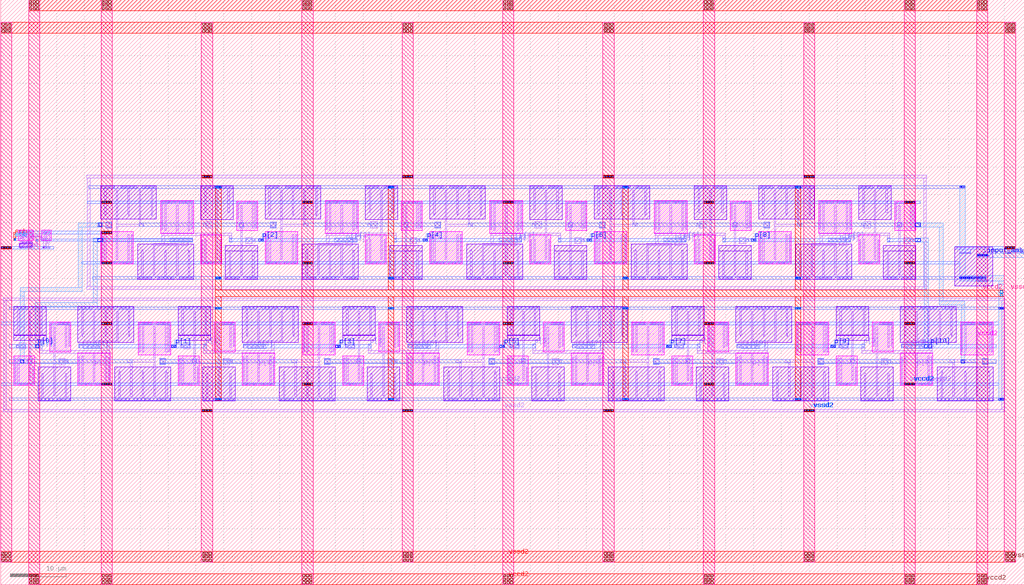
<source format=lef>
VERSION 5.7 ;
  NOWIREEXTENSIONATPIN ON ;
  DIVIDERCHAR "/" ;
  BUSBITCHARS "[]" ;
MACRO pwell_co_ring
  CLASS BLOCK ;
  FOREIGN pwell_co_ring ;
  ORIGIN -0.880 -30.000 ;
  SIZE 179.740 BY 42.500 ;
  OBS
      LAYER li1 ;
        RECT 15.920 72.000 166.580 72.500 ;
        RECT 16.000 52.500 16.500 72.000 ;
        RECT 166.000 52.500 166.500 72.000 ;
        RECT 15.920 52.000 166.580 52.500 ;
        RECT 0.920 50.000 180.580 50.500 ;
        RECT 1.000 30.500 1.500 50.000 ;
        RECT 180.000 30.500 180.500 50.000 ;
        RECT 0.920 30.000 180.580 30.500 ;
  END
END pwell_co_ring
MACRO power_ring_2_2
  CLASS BLOCK ;
  FOREIGN power_ring_2_2 ;
  ORIGIN -135.000 -16.000 ;
  SIZE 182.000 BY 105.000 ;
  OBS
      LAYER met3 ;
        RECT 140.000 119.000 312.000 121.000 ;
        RECT 135.000 115.000 317.000 117.000 ;
        RECT 135.000 20.000 317.000 22.000 ;
        RECT 140.000 16.000 312.000 18.000 ;
      LAYER via3 ;
        RECT 140.200 120.400 140.600 120.800 ;
        RECT 140.800 120.400 141.200 120.800 ;
        RECT 141.400 120.400 141.800 120.800 ;
        RECT 153.200 120.400 153.600 120.800 ;
        RECT 153.800 120.400 154.200 120.800 ;
        RECT 154.400 120.400 154.800 120.800 ;
        RECT 189.200 120.400 189.600 120.800 ;
        RECT 189.800 120.400 190.200 120.800 ;
        RECT 190.400 120.400 190.800 120.800 ;
        RECT 225.200 120.400 225.600 120.800 ;
        RECT 225.800 120.400 226.200 120.800 ;
        RECT 226.400 120.400 226.800 120.800 ;
        RECT 261.200 120.400 261.600 120.800 ;
        RECT 261.800 120.400 262.200 120.800 ;
        RECT 262.400 120.400 262.800 120.800 ;
        RECT 297.200 120.400 297.600 120.800 ;
        RECT 297.800 120.400 298.200 120.800 ;
        RECT 298.400 120.400 298.800 120.800 ;
        RECT 310.200 120.400 310.600 120.800 ;
        RECT 310.800 120.400 311.200 120.800 ;
        RECT 311.400 120.400 311.800 120.800 ;
        RECT 140.200 119.800 140.600 120.200 ;
        RECT 140.800 119.800 141.200 120.200 ;
        RECT 141.400 119.800 141.800 120.200 ;
        RECT 153.200 119.800 153.600 120.200 ;
        RECT 153.800 119.800 154.200 120.200 ;
        RECT 154.400 119.800 154.800 120.200 ;
        RECT 189.200 119.800 189.600 120.200 ;
        RECT 189.800 119.800 190.200 120.200 ;
        RECT 190.400 119.800 190.800 120.200 ;
        RECT 225.200 119.800 225.600 120.200 ;
        RECT 225.800 119.800 226.200 120.200 ;
        RECT 226.400 119.800 226.800 120.200 ;
        RECT 261.200 119.800 261.600 120.200 ;
        RECT 261.800 119.800 262.200 120.200 ;
        RECT 262.400 119.800 262.800 120.200 ;
        RECT 297.200 119.800 297.600 120.200 ;
        RECT 297.800 119.800 298.200 120.200 ;
        RECT 298.400 119.800 298.800 120.200 ;
        RECT 310.200 119.800 310.600 120.200 ;
        RECT 310.800 119.800 311.200 120.200 ;
        RECT 311.400 119.800 311.800 120.200 ;
        RECT 140.200 119.200 140.600 119.600 ;
        RECT 140.800 119.200 141.200 119.600 ;
        RECT 141.400 119.200 141.800 119.600 ;
        RECT 153.200 119.200 153.600 119.600 ;
        RECT 153.800 119.200 154.200 119.600 ;
        RECT 154.400 119.200 154.800 119.600 ;
        RECT 189.200 119.200 189.600 119.600 ;
        RECT 189.800 119.200 190.200 119.600 ;
        RECT 190.400 119.200 190.800 119.600 ;
        RECT 225.200 119.200 225.600 119.600 ;
        RECT 225.800 119.200 226.200 119.600 ;
        RECT 226.400 119.200 226.800 119.600 ;
        RECT 261.200 119.200 261.600 119.600 ;
        RECT 261.800 119.200 262.200 119.600 ;
        RECT 262.400 119.200 262.800 119.600 ;
        RECT 297.200 119.200 297.600 119.600 ;
        RECT 297.800 119.200 298.200 119.600 ;
        RECT 298.400 119.200 298.800 119.600 ;
        RECT 310.200 119.200 310.600 119.600 ;
        RECT 310.800 119.200 311.200 119.600 ;
        RECT 311.400 119.200 311.800 119.600 ;
        RECT 135.200 116.400 135.600 116.800 ;
        RECT 135.800 116.400 136.200 116.800 ;
        RECT 136.400 116.400 136.800 116.800 ;
        RECT 171.200 116.400 171.600 116.800 ;
        RECT 171.800 116.400 172.200 116.800 ;
        RECT 172.400 116.400 172.800 116.800 ;
        RECT 207.200 116.400 207.600 116.800 ;
        RECT 207.800 116.400 208.200 116.800 ;
        RECT 208.400 116.400 208.800 116.800 ;
        RECT 243.200 116.400 243.600 116.800 ;
        RECT 243.800 116.400 244.200 116.800 ;
        RECT 244.400 116.400 244.800 116.800 ;
        RECT 279.200 116.400 279.600 116.800 ;
        RECT 279.800 116.400 280.200 116.800 ;
        RECT 280.400 116.400 280.800 116.800 ;
        RECT 315.200 116.400 315.600 116.800 ;
        RECT 315.800 116.400 316.200 116.800 ;
        RECT 316.400 116.400 316.800 116.800 ;
        RECT 135.200 115.800 135.600 116.200 ;
        RECT 135.800 115.800 136.200 116.200 ;
        RECT 136.400 115.800 136.800 116.200 ;
        RECT 171.200 115.800 171.600 116.200 ;
        RECT 171.800 115.800 172.200 116.200 ;
        RECT 172.400 115.800 172.800 116.200 ;
        RECT 207.200 115.800 207.600 116.200 ;
        RECT 207.800 115.800 208.200 116.200 ;
        RECT 208.400 115.800 208.800 116.200 ;
        RECT 243.200 115.800 243.600 116.200 ;
        RECT 243.800 115.800 244.200 116.200 ;
        RECT 244.400 115.800 244.800 116.200 ;
        RECT 279.200 115.800 279.600 116.200 ;
        RECT 279.800 115.800 280.200 116.200 ;
        RECT 280.400 115.800 280.800 116.200 ;
        RECT 315.200 115.800 315.600 116.200 ;
        RECT 315.800 115.800 316.200 116.200 ;
        RECT 316.400 115.800 316.800 116.200 ;
        RECT 135.200 115.200 135.600 115.600 ;
        RECT 135.800 115.200 136.200 115.600 ;
        RECT 136.400 115.200 136.800 115.600 ;
        RECT 171.200 115.200 171.600 115.600 ;
        RECT 171.800 115.200 172.200 115.600 ;
        RECT 172.400 115.200 172.800 115.600 ;
        RECT 207.200 115.200 207.600 115.600 ;
        RECT 207.800 115.200 208.200 115.600 ;
        RECT 208.400 115.200 208.800 115.600 ;
        RECT 243.200 115.200 243.600 115.600 ;
        RECT 243.800 115.200 244.200 115.600 ;
        RECT 244.400 115.200 244.800 115.600 ;
        RECT 279.200 115.200 279.600 115.600 ;
        RECT 279.800 115.200 280.200 115.600 ;
        RECT 280.400 115.200 280.800 115.600 ;
        RECT 315.200 115.200 315.600 115.600 ;
        RECT 315.800 115.200 316.200 115.600 ;
        RECT 316.400 115.200 316.800 115.600 ;
        RECT 135.200 21.400 135.600 21.800 ;
        RECT 135.800 21.400 136.200 21.800 ;
        RECT 136.400 21.400 136.800 21.800 ;
        RECT 171.200 21.400 171.600 21.800 ;
        RECT 171.800 21.400 172.200 21.800 ;
        RECT 172.400 21.400 172.800 21.800 ;
        RECT 207.200 21.400 207.600 21.800 ;
        RECT 207.800 21.400 208.200 21.800 ;
        RECT 208.400 21.400 208.800 21.800 ;
        RECT 243.200 21.400 243.600 21.800 ;
        RECT 243.800 21.400 244.200 21.800 ;
        RECT 244.400 21.400 244.800 21.800 ;
        RECT 279.200 21.400 279.600 21.800 ;
        RECT 279.800 21.400 280.200 21.800 ;
        RECT 280.400 21.400 280.800 21.800 ;
        RECT 315.200 21.400 315.600 21.800 ;
        RECT 315.800 21.400 316.200 21.800 ;
        RECT 316.400 21.400 316.800 21.800 ;
        RECT 135.200 20.800 135.600 21.200 ;
        RECT 135.800 20.800 136.200 21.200 ;
        RECT 136.400 20.800 136.800 21.200 ;
        RECT 171.200 20.800 171.600 21.200 ;
        RECT 171.800 20.800 172.200 21.200 ;
        RECT 172.400 20.800 172.800 21.200 ;
        RECT 207.200 20.800 207.600 21.200 ;
        RECT 207.800 20.800 208.200 21.200 ;
        RECT 208.400 20.800 208.800 21.200 ;
        RECT 243.200 20.800 243.600 21.200 ;
        RECT 243.800 20.800 244.200 21.200 ;
        RECT 244.400 20.800 244.800 21.200 ;
        RECT 279.200 20.800 279.600 21.200 ;
        RECT 279.800 20.800 280.200 21.200 ;
        RECT 280.400 20.800 280.800 21.200 ;
        RECT 315.200 20.800 315.600 21.200 ;
        RECT 315.800 20.800 316.200 21.200 ;
        RECT 316.400 20.800 316.800 21.200 ;
        RECT 135.200 20.200 135.600 20.600 ;
        RECT 135.800 20.200 136.200 20.600 ;
        RECT 136.400 20.200 136.800 20.600 ;
        RECT 171.200 20.200 171.600 20.600 ;
        RECT 171.800 20.200 172.200 20.600 ;
        RECT 172.400 20.200 172.800 20.600 ;
        RECT 207.200 20.200 207.600 20.600 ;
        RECT 207.800 20.200 208.200 20.600 ;
        RECT 208.400 20.200 208.800 20.600 ;
        RECT 243.200 20.200 243.600 20.600 ;
        RECT 243.800 20.200 244.200 20.600 ;
        RECT 244.400 20.200 244.800 20.600 ;
        RECT 279.200 20.200 279.600 20.600 ;
        RECT 279.800 20.200 280.200 20.600 ;
        RECT 280.400 20.200 280.800 20.600 ;
        RECT 315.200 20.200 315.600 20.600 ;
        RECT 315.800 20.200 316.200 20.600 ;
        RECT 316.400 20.200 316.800 20.600 ;
        RECT 140.200 17.400 140.600 17.800 ;
        RECT 140.800 17.400 141.200 17.800 ;
        RECT 141.400 17.400 141.800 17.800 ;
        RECT 153.200 17.400 153.600 17.800 ;
        RECT 153.800 17.400 154.200 17.800 ;
        RECT 154.400 17.400 154.800 17.800 ;
        RECT 189.200 17.400 189.600 17.800 ;
        RECT 189.800 17.400 190.200 17.800 ;
        RECT 190.400 17.400 190.800 17.800 ;
        RECT 225.200 17.400 225.600 17.800 ;
        RECT 225.800 17.400 226.200 17.800 ;
        RECT 226.400 17.400 226.800 17.800 ;
        RECT 261.200 17.400 261.600 17.800 ;
        RECT 261.800 17.400 262.200 17.800 ;
        RECT 262.400 17.400 262.800 17.800 ;
        RECT 297.200 17.400 297.600 17.800 ;
        RECT 297.800 17.400 298.200 17.800 ;
        RECT 298.400 17.400 298.800 17.800 ;
        RECT 310.200 17.400 310.600 17.800 ;
        RECT 310.800 17.400 311.200 17.800 ;
        RECT 311.400 17.400 311.800 17.800 ;
        RECT 140.200 16.800 140.600 17.200 ;
        RECT 140.800 16.800 141.200 17.200 ;
        RECT 141.400 16.800 141.800 17.200 ;
        RECT 153.200 16.800 153.600 17.200 ;
        RECT 153.800 16.800 154.200 17.200 ;
        RECT 154.400 16.800 154.800 17.200 ;
        RECT 189.200 16.800 189.600 17.200 ;
        RECT 189.800 16.800 190.200 17.200 ;
        RECT 190.400 16.800 190.800 17.200 ;
        RECT 225.200 16.800 225.600 17.200 ;
        RECT 225.800 16.800 226.200 17.200 ;
        RECT 226.400 16.800 226.800 17.200 ;
        RECT 261.200 16.800 261.600 17.200 ;
        RECT 261.800 16.800 262.200 17.200 ;
        RECT 262.400 16.800 262.800 17.200 ;
        RECT 297.200 16.800 297.600 17.200 ;
        RECT 297.800 16.800 298.200 17.200 ;
        RECT 298.400 16.800 298.800 17.200 ;
        RECT 310.200 16.800 310.600 17.200 ;
        RECT 310.800 16.800 311.200 17.200 ;
        RECT 311.400 16.800 311.800 17.200 ;
        RECT 140.200 16.200 140.600 16.600 ;
        RECT 140.800 16.200 141.200 16.600 ;
        RECT 141.400 16.200 141.800 16.600 ;
        RECT 153.200 16.200 153.600 16.600 ;
        RECT 153.800 16.200 154.200 16.600 ;
        RECT 154.400 16.200 154.800 16.600 ;
        RECT 189.200 16.200 189.600 16.600 ;
        RECT 189.800 16.200 190.200 16.600 ;
        RECT 190.400 16.200 190.800 16.600 ;
        RECT 225.200 16.200 225.600 16.600 ;
        RECT 225.800 16.200 226.200 16.600 ;
        RECT 226.400 16.200 226.800 16.600 ;
        RECT 261.200 16.200 261.600 16.600 ;
        RECT 261.800 16.200 262.200 16.600 ;
        RECT 262.400 16.200 262.800 16.600 ;
        RECT 297.200 16.200 297.600 16.600 ;
        RECT 297.800 16.200 298.200 16.600 ;
        RECT 298.400 16.200 298.800 16.600 ;
        RECT 310.200 16.200 310.600 16.600 ;
        RECT 310.800 16.200 311.200 16.600 ;
        RECT 311.400 16.200 311.800 16.600 ;
      LAYER met4 ;
        RECT 135.000 20.000 137.000 117.000 ;
        RECT 140.000 16.000 142.000 121.000 ;
        RECT 153.000 16.000 155.000 121.000 ;
        RECT 171.000 20.000 173.000 117.000 ;
        RECT 189.000 16.000 191.000 121.000 ;
        RECT 207.000 20.000 209.000 117.000 ;
        RECT 225.000 16.000 227.000 121.000 ;
        RECT 243.000 20.000 245.000 117.000 ;
        RECT 261.000 16.000 263.000 121.000 ;
        RECT 279.000 20.000 281.000 117.000 ;
        RECT 297.000 16.000 299.000 121.000 ;
        RECT 310.000 16.000 312.000 121.000 ;
        RECT 315.000 20.000 317.000 117.000 ;
  END
END power_ring_2_2
MACRO ring_osc_r100
  CLASS BLOCK ;
  FOREIGN ring_osc_r100 ;
  ORIGIN -0.500 0.290 ;
  SIZE 181.000 BY 38.660 ;
  OBS
      LAYER pwell ;
        RECT 18.390 32.310 28.420 38.370 ;
      LAYER nwell ;
        RECT 3.630 28.505 6.310 30.340 ;
        RECT 7.800 28.505 9.560 30.340 ;
      LAYER pwell ;
        RECT 4.310 27.985 6.115 28.215 ;
        RECT 3.825 27.305 6.115 27.985 ;
        RECT 3.970 27.115 4.140 27.305 ;
        RECT 8.135 27.115 8.305 27.285 ;
      LAYER nwell ;
        RECT 18.390 24.245 24.240 30.120 ;
        RECT 29.220 29.780 35.070 35.635 ;
      LAYER pwell ;
        RECT 36.365 32.270 42.215 38.370 ;
      LAYER nwell ;
        RECT 42.840 30.310 46.600 35.585 ;
      LAYER pwell ;
        RECT 47.890 32.310 57.920 38.370 ;
        RECT 25.040 21.460 35.070 27.860 ;
      LAYER nwell ;
        RECT 36.365 24.250 40.125 29.560 ;
      LAYER pwell ;
        RECT 40.745 26.625 46.595 27.565 ;
        RECT 40.745 26.575 46.600 26.625 ;
        RECT 40.750 21.465 46.600 26.575 ;
      LAYER nwell ;
        RECT 47.890 24.245 53.740 30.120 ;
        RECT 58.720 29.780 64.570 35.635 ;
      LAYER pwell ;
        RECT 65.865 32.270 71.715 38.370 ;
      LAYER nwell ;
        RECT 72.340 30.310 76.100 35.585 ;
      LAYER pwell ;
        RECT 77.390 32.310 87.420 38.370 ;
        RECT 54.540 21.460 64.570 27.860 ;
      LAYER nwell ;
        RECT 65.865 24.250 69.625 29.560 ;
      LAYER pwell ;
        RECT 70.245 26.625 76.095 27.565 ;
        RECT 70.245 26.575 76.100 26.625 ;
        RECT 70.250 21.465 76.100 26.575 ;
      LAYER nwell ;
        RECT 77.390 24.245 83.240 30.120 ;
        RECT 88.220 29.780 94.070 35.635 ;
      LAYER pwell ;
        RECT 95.365 32.270 101.215 38.370 ;
      LAYER nwell ;
        RECT 101.840 30.310 105.600 35.585 ;
      LAYER pwell ;
        RECT 106.890 32.310 116.920 38.370 ;
        RECT 84.040 21.460 94.070 27.860 ;
      LAYER nwell ;
        RECT 95.365 24.250 99.125 29.560 ;
      LAYER pwell ;
        RECT 99.745 26.625 105.595 27.565 ;
        RECT 99.745 26.575 105.600 26.625 ;
        RECT 99.750 21.465 105.600 26.575 ;
      LAYER nwell ;
        RECT 106.890 24.245 112.740 30.120 ;
        RECT 117.720 29.780 123.570 35.635 ;
      LAYER pwell ;
        RECT 124.865 32.270 130.715 38.370 ;
      LAYER nwell ;
        RECT 131.340 30.310 135.100 35.585 ;
      LAYER pwell ;
        RECT 136.390 32.310 146.420 38.370 ;
        RECT 113.540 21.460 123.570 27.860 ;
      LAYER nwell ;
        RECT 124.865 24.250 128.625 29.560 ;
      LAYER pwell ;
        RECT 129.245 26.625 135.095 27.565 ;
        RECT 129.245 26.575 135.100 26.625 ;
        RECT 129.250 21.465 135.100 26.575 ;
      LAYER nwell ;
        RECT 136.390 24.245 142.240 30.120 ;
        RECT 147.220 29.780 153.070 35.635 ;
      LAYER pwell ;
        RECT 154.365 32.270 160.215 38.370 ;
      LAYER nwell ;
        RECT 160.840 30.310 164.600 35.585 ;
      LAYER pwell ;
        RECT 143.040 21.460 153.070 27.860 ;
      LAYER nwell ;
        RECT 154.365 24.250 158.125 29.560 ;
      LAYER pwell ;
        RECT 158.745 26.625 164.595 27.565 ;
        RECT 158.745 26.575 164.600 26.625 ;
        RECT 158.750 21.465 164.600 26.575 ;
        RECT 171.590 20.280 178.380 27.280 ;
        RECT 2.790 11.505 8.640 16.615 ;
        RECT 2.790 11.455 8.645 11.505 ;
        RECT 2.795 10.515 8.645 11.455 ;
      LAYER nwell ;
        RECT 9.265 8.520 13.025 13.830 ;
      LAYER pwell ;
        RECT 14.320 10.220 24.350 16.620 ;
      LAYER nwell ;
        RECT 2.790 2.495 6.550 7.770 ;
      LAYER pwell ;
        RECT 7.175 -0.290 13.025 5.810 ;
      LAYER nwell ;
        RECT 14.320 2.445 20.170 8.300 ;
        RECT 25.150 7.960 31.000 13.835 ;
      LAYER pwell ;
        RECT 32.290 11.505 38.140 16.615 ;
        RECT 32.290 11.455 38.145 11.505 ;
        RECT 32.295 10.515 38.145 11.455 ;
      LAYER nwell ;
        RECT 38.765 8.520 42.525 13.830 ;
      LAYER pwell ;
        RECT 43.820 10.220 53.850 16.620 ;
        RECT 20.970 -0.290 31.000 5.770 ;
      LAYER nwell ;
        RECT 32.290 2.495 36.050 7.770 ;
      LAYER pwell ;
        RECT 36.675 -0.290 42.525 5.810 ;
      LAYER nwell ;
        RECT 43.820 2.445 49.670 8.300 ;
        RECT 54.650 7.960 60.500 13.835 ;
      LAYER pwell ;
        RECT 61.790 11.505 67.640 16.615 ;
        RECT 61.790 11.455 67.645 11.505 ;
        RECT 61.795 10.515 67.645 11.455 ;
      LAYER nwell ;
        RECT 68.265 8.520 72.025 13.830 ;
      LAYER pwell ;
        RECT 73.320 10.220 83.350 16.620 ;
        RECT 50.470 -0.290 60.500 5.770 ;
      LAYER nwell ;
        RECT 61.790 2.495 65.550 7.770 ;
      LAYER pwell ;
        RECT 66.175 -0.290 72.025 5.810 ;
      LAYER nwell ;
        RECT 73.320 2.445 79.170 8.300 ;
        RECT 84.150 7.960 90.000 13.835 ;
      LAYER pwell ;
        RECT 91.290 11.505 97.140 16.615 ;
        RECT 91.290 11.455 97.145 11.505 ;
        RECT 91.295 10.515 97.145 11.455 ;
      LAYER nwell ;
        RECT 97.765 8.520 101.525 13.830 ;
      LAYER pwell ;
        RECT 102.820 10.220 112.850 16.620 ;
        RECT 79.970 -0.290 90.000 5.770 ;
      LAYER nwell ;
        RECT 91.290 2.495 95.050 7.770 ;
      LAYER pwell ;
        RECT 95.675 -0.290 101.525 5.810 ;
      LAYER nwell ;
        RECT 102.820 2.445 108.670 8.300 ;
        RECT 113.650 7.960 119.500 13.835 ;
      LAYER pwell ;
        RECT 120.790 11.505 126.640 16.615 ;
        RECT 120.790 11.455 126.645 11.505 ;
        RECT 120.795 10.515 126.645 11.455 ;
      LAYER nwell ;
        RECT 127.265 8.520 131.025 13.830 ;
      LAYER pwell ;
        RECT 132.320 10.220 142.350 16.620 ;
        RECT 109.470 -0.290 119.500 5.770 ;
      LAYER nwell ;
        RECT 120.790 2.495 124.550 7.770 ;
      LAYER pwell ;
        RECT 125.175 -0.290 131.025 5.810 ;
      LAYER nwell ;
        RECT 132.320 2.445 138.170 8.300 ;
        RECT 143.150 7.960 149.000 13.835 ;
      LAYER pwell ;
        RECT 150.290 11.505 156.140 16.615 ;
        RECT 150.290 11.455 156.145 11.505 ;
        RECT 150.295 10.515 156.145 11.455 ;
      LAYER nwell ;
        RECT 156.765 8.520 160.525 13.830 ;
      LAYER pwell ;
        RECT 161.820 10.220 171.850 16.620 ;
        RECT 138.970 -0.290 149.000 5.770 ;
      LAYER nwell ;
        RECT 150.290 2.495 154.050 7.770 ;
      LAYER pwell ;
        RECT 154.675 -0.290 160.525 5.810 ;
      LAYER nwell ;
        RECT 161.820 2.445 167.670 8.300 ;
        RECT 172.650 7.960 178.500 13.835 ;
      LAYER pwell ;
        RECT 168.470 -0.290 178.500 5.770 ;
      LAYER li1 ;
        RECT 18.570 37.840 20.915 38.320 ;
        RECT 21.980 37.840 24.840 38.320 ;
        RECT 25.895 37.840 28.240 38.320 ;
        RECT 36.545 37.840 38.890 38.320 ;
        RECT 39.690 37.840 42.035 38.320 ;
        RECT 48.070 37.840 50.415 38.320 ;
        RECT 51.480 37.840 54.340 38.320 ;
        RECT 55.395 37.840 57.740 38.320 ;
        RECT 66.045 37.840 68.390 38.320 ;
        RECT 69.190 37.840 71.535 38.320 ;
        RECT 77.570 37.840 79.915 38.320 ;
        RECT 80.980 37.840 83.840 38.320 ;
        RECT 84.895 37.840 87.240 38.320 ;
        RECT 95.545 37.840 97.890 38.320 ;
        RECT 98.690 37.840 101.035 38.320 ;
        RECT 107.070 37.840 109.415 38.320 ;
        RECT 110.480 37.840 113.340 38.320 ;
        RECT 114.395 37.840 116.740 38.320 ;
        RECT 125.045 37.840 127.390 38.320 ;
        RECT 128.190 37.840 130.535 38.320 ;
        RECT 136.570 37.840 138.915 38.320 ;
        RECT 139.980 37.840 142.840 38.320 ;
        RECT 143.895 37.840 146.240 38.320 ;
        RECT 154.545 37.840 156.890 38.320 ;
        RECT 157.690 37.840 160.035 38.320 ;
        RECT 19.080 33.245 19.370 37.840 ;
        RECT 19.140 33.000 19.310 33.245 ;
        RECT 19.290 30.790 20.420 31.790 ;
        RECT 21.170 31.480 21.460 37.540 ;
        RECT 23.260 33.245 23.550 37.840 ;
        RECT 23.320 33.000 23.490 33.245 ;
        RECT 25.350 31.580 25.640 37.540 ;
        RECT 27.440 33.245 27.730 37.840 ;
        RECT 29.400 35.455 31.745 35.600 ;
        RECT 32.545 35.455 34.890 35.600 ;
        RECT 29.400 35.285 34.890 35.455 ;
        RECT 29.400 35.120 31.745 35.285 ;
        RECT 32.545 35.120 34.890 35.285 ;
        RECT 27.500 33.235 27.695 33.245 ;
        RECT 27.500 33.000 27.670 33.235 ;
        RECT 25.350 31.480 26.170 31.580 ;
        RECT 21.170 30.980 26.170 31.480 ;
        RECT 4.340 30.005 5.310 30.160 ;
        RECT 8.340 30.005 9.310 30.160 ;
        RECT 3.820 29.835 6.120 30.005 ;
        RECT 7.990 29.835 9.370 30.005 ;
        RECT 3.905 29.265 4.165 29.665 ;
        RECT 4.335 29.435 5.270 29.835 ;
        RECT 5.440 29.325 6.035 29.665 ;
        RECT 3.905 29.095 5.270 29.265 ;
        RECT 3.905 28.195 4.365 28.925 ;
        RECT 4.535 28.025 5.270 29.095 ;
        RECT 3.905 27.855 5.270 28.025 ;
        RECT 5.440 28.005 5.615 29.325 ;
        RECT 6.330 29.155 7.780 29.375 ;
        RECT 5.795 29.075 7.780 29.155 ;
        RECT 8.265 29.110 8.595 29.835 ;
        RECT 5.795 28.855 6.630 29.075 ;
        RECT 7.480 28.940 7.780 29.075 ;
        RECT 5.795 28.175 6.035 28.855 ;
        RECT 5.440 27.875 6.035 28.005 ;
        RECT 6.860 27.875 7.160 28.710 ;
        RECT 7.480 28.640 8.595 28.940 ;
        RECT 3.905 27.455 4.165 27.855 ;
        RECT 4.335 27.285 5.270 27.685 ;
        RECT 5.440 27.575 7.160 27.875 ;
        RECT 5.440 27.455 6.035 27.575 ;
        RECT 8.075 27.455 8.595 28.640 ;
        RECT 8.765 28.115 9.285 29.665 ;
        RECT 8.765 27.285 9.105 27.945 ;
        RECT 3.820 27.115 6.120 27.285 ;
        RECT 7.990 27.115 9.370 27.285 ;
        RECT 18.570 24.720 18.740 29.575 ;
        RECT 19.080 24.720 19.370 29.570 ;
        RECT 21.170 25.030 21.460 30.980 ;
        RECT 29.400 30.460 29.570 35.120 ;
        RECT 29.910 30.290 30.200 35.120 ;
        RECT 32.000 29.850 32.290 34.850 ;
        RECT 34.090 30.290 34.380 35.120 ;
        RECT 34.720 30.520 34.890 35.120 ;
        RECT 37.055 33.490 37.345 37.840 ;
        RECT 37.290 31.580 38.490 31.890 ;
        RECT 36.790 30.960 38.490 31.580 ;
        RECT 37.290 30.760 38.490 30.960 ;
        RECT 39.140 29.850 39.435 37.530 ;
        RECT 41.235 33.490 41.525 37.840 ;
        RECT 44.325 35.570 46.420 35.600 ;
        RECT 44.170 35.405 46.420 35.570 ;
        RECT 43.020 35.235 46.420 35.405 ;
        RECT 43.020 32.260 43.190 35.235 ;
        RECT 44.170 35.150 46.420 35.235 ;
        RECT 44.325 35.120 46.420 35.150 ;
        RECT 43.525 31.675 43.820 34.750 ;
        RECT 43.295 30.895 44.035 31.675 ;
        RECT 23.260 24.720 23.550 29.570 ;
        RECT 23.890 24.720 24.060 29.575 ;
        RECT 29.360 29.350 41.955 29.850 ;
        RECT 29.360 27.910 29.860 29.350 ;
        RECT 30.890 28.320 34.890 28.920 ;
        RECT 32.890 28.200 34.890 28.320 ;
        RECT 27.820 27.620 32.290 27.910 ;
        RECT 32.890 27.620 34.090 28.200 ;
        RECT 25.790 26.595 25.960 26.830 ;
        RECT 25.765 26.585 25.960 26.595 ;
        RECT 18.570 24.595 20.915 24.720 ;
        RECT 21.715 24.690 24.060 24.720 ;
        RECT 21.715 24.595 24.240 24.690 ;
        RECT 18.570 24.425 24.240 24.595 ;
        RECT 18.570 24.240 20.915 24.425 ;
        RECT 21.715 24.270 24.240 24.425 ;
        RECT 21.715 24.240 24.060 24.270 ;
        RECT 25.730 22.000 26.020 26.585 ;
        RECT 27.820 22.290 28.110 27.620 ;
        RECT 29.970 26.585 30.140 26.810 ;
        RECT 29.910 22.000 30.200 26.585 ;
        RECT 32.000 22.290 32.290 27.620 ;
        RECT 34.150 26.585 34.320 26.810 ;
        RECT 34.090 22.000 34.380 26.585 ;
        RECT 36.545 24.720 36.715 28.645 ;
        RECT 37.055 24.720 37.345 28.790 ;
        RECT 39.145 25.085 39.440 29.350 ;
        RECT 36.545 24.690 38.640 24.720 ;
        RECT 36.545 24.600 38.795 24.690 ;
        RECT 39.775 24.600 39.945 28.635 ;
        RECT 41.455 28.200 41.955 29.350 ;
        RECT 36.545 24.430 39.945 24.600 ;
        RECT 36.545 24.270 38.795 24.430 ;
        RECT 36.545 24.240 38.640 24.270 ;
        RECT 41.440 22.000 41.730 26.345 ;
        RECT 43.525 22.305 43.820 30.895 ;
        RECT 45.620 30.710 45.910 35.120 ;
        RECT 46.250 30.705 46.420 35.120 ;
        RECT 48.580 33.245 48.870 37.840 ;
        RECT 48.640 33.000 48.810 33.245 ;
        RECT 48.790 30.790 49.920 31.790 ;
        RECT 50.670 31.480 50.960 37.540 ;
        RECT 52.760 33.245 53.050 37.840 ;
        RECT 52.820 33.000 52.990 33.245 ;
        RECT 54.850 31.580 55.140 37.540 ;
        RECT 56.940 33.245 57.230 37.840 ;
        RECT 58.900 35.455 61.245 35.600 ;
        RECT 62.045 35.455 64.390 35.600 ;
        RECT 58.900 35.285 64.390 35.455 ;
        RECT 58.900 35.120 61.245 35.285 ;
        RECT 62.045 35.120 64.390 35.285 ;
        RECT 57.000 33.235 57.195 33.245 ;
        RECT 57.000 33.000 57.170 33.235 ;
        RECT 54.850 31.480 55.670 31.580 ;
        RECT 50.670 30.980 55.670 31.480 ;
        RECT 44.440 28.860 45.620 29.060 ;
        RECT 44.440 28.260 46.120 28.860 ;
        RECT 44.440 27.980 45.620 28.260 ;
        RECT 45.620 22.000 45.910 26.345 ;
        RECT 48.070 24.720 48.240 29.575 ;
        RECT 48.580 24.720 48.870 29.570 ;
        RECT 50.670 25.030 50.960 30.980 ;
        RECT 58.900 30.460 59.070 35.120 ;
        RECT 59.410 30.290 59.700 35.120 ;
        RECT 61.500 29.850 61.790 34.850 ;
        RECT 63.590 30.290 63.880 35.120 ;
        RECT 64.220 30.520 64.390 35.120 ;
        RECT 66.555 33.490 66.845 37.840 ;
        RECT 66.790 31.580 67.990 31.890 ;
        RECT 66.290 30.960 67.990 31.580 ;
        RECT 66.790 30.760 67.990 30.960 ;
        RECT 68.640 29.850 68.935 37.530 ;
        RECT 70.735 33.490 71.025 37.840 ;
        RECT 73.825 35.570 75.920 35.600 ;
        RECT 73.670 35.405 75.920 35.570 ;
        RECT 72.520 35.235 75.920 35.405 ;
        RECT 72.520 32.260 72.690 35.235 ;
        RECT 73.670 35.150 75.920 35.235 ;
        RECT 73.825 35.120 75.920 35.150 ;
        RECT 73.025 31.675 73.320 34.750 ;
        RECT 72.795 30.895 73.535 31.675 ;
        RECT 52.760 24.720 53.050 29.570 ;
        RECT 53.390 24.720 53.560 29.575 ;
        RECT 58.860 29.350 71.455 29.850 ;
        RECT 58.860 27.910 59.360 29.350 ;
        RECT 60.390 28.320 64.390 28.920 ;
        RECT 62.390 28.200 64.390 28.320 ;
        RECT 57.320 27.620 61.790 27.910 ;
        RECT 62.390 27.620 63.590 28.200 ;
        RECT 55.290 26.595 55.460 26.830 ;
        RECT 55.265 26.585 55.460 26.595 ;
        RECT 48.070 24.595 50.415 24.720 ;
        RECT 51.215 24.690 53.560 24.720 ;
        RECT 51.215 24.595 53.740 24.690 ;
        RECT 48.070 24.425 53.740 24.595 ;
        RECT 48.070 24.240 50.415 24.425 ;
        RECT 51.215 24.270 53.740 24.425 ;
        RECT 51.215 24.240 53.560 24.270 ;
        RECT 55.230 22.000 55.520 26.585 ;
        RECT 57.320 22.290 57.610 27.620 ;
        RECT 59.470 26.585 59.640 26.810 ;
        RECT 59.410 22.000 59.700 26.585 ;
        RECT 61.500 22.290 61.790 27.620 ;
        RECT 63.650 26.585 63.820 26.810 ;
        RECT 63.590 22.000 63.880 26.585 ;
        RECT 66.045 24.720 66.215 28.645 ;
        RECT 66.555 24.720 66.845 28.790 ;
        RECT 68.645 25.085 68.940 29.350 ;
        RECT 66.045 24.690 68.140 24.720 ;
        RECT 66.045 24.600 68.295 24.690 ;
        RECT 69.275 24.600 69.445 28.635 ;
        RECT 70.955 28.200 71.455 29.350 ;
        RECT 66.045 24.430 69.445 24.600 ;
        RECT 66.045 24.270 68.295 24.430 ;
        RECT 66.045 24.240 68.140 24.270 ;
        RECT 70.940 22.000 71.230 26.345 ;
        RECT 73.025 22.305 73.320 30.895 ;
        RECT 75.120 30.710 75.410 35.120 ;
        RECT 75.750 30.705 75.920 35.120 ;
        RECT 78.080 33.245 78.370 37.840 ;
        RECT 78.140 33.000 78.310 33.245 ;
        RECT 78.290 30.790 79.420 31.790 ;
        RECT 80.170 31.480 80.460 37.540 ;
        RECT 82.260 33.245 82.550 37.840 ;
        RECT 82.320 33.000 82.490 33.245 ;
        RECT 84.350 31.580 84.640 37.540 ;
        RECT 86.440 33.245 86.730 37.840 ;
        RECT 88.400 35.455 90.745 35.600 ;
        RECT 91.545 35.455 93.890 35.600 ;
        RECT 88.400 35.285 93.890 35.455 ;
        RECT 88.400 35.120 90.745 35.285 ;
        RECT 91.545 35.120 93.890 35.285 ;
        RECT 86.500 33.235 86.695 33.245 ;
        RECT 86.500 33.000 86.670 33.235 ;
        RECT 84.350 31.480 85.170 31.580 ;
        RECT 80.170 30.980 85.170 31.480 ;
        RECT 73.940 28.860 75.120 29.060 ;
        RECT 73.940 28.260 75.620 28.860 ;
        RECT 73.940 27.980 75.120 28.260 ;
        RECT 75.120 22.000 75.410 26.345 ;
        RECT 77.570 24.720 77.740 29.575 ;
        RECT 78.080 24.720 78.370 29.570 ;
        RECT 80.170 25.030 80.460 30.980 ;
        RECT 88.400 30.460 88.570 35.120 ;
        RECT 88.910 30.290 89.200 35.120 ;
        RECT 91.000 29.850 91.290 34.850 ;
        RECT 93.090 30.290 93.380 35.120 ;
        RECT 93.720 30.520 93.890 35.120 ;
        RECT 96.055 33.490 96.345 37.840 ;
        RECT 96.290 31.580 97.490 31.890 ;
        RECT 95.790 30.960 97.490 31.580 ;
        RECT 96.290 30.760 97.490 30.960 ;
        RECT 98.140 29.850 98.435 37.530 ;
        RECT 100.235 33.490 100.525 37.840 ;
        RECT 103.325 35.570 105.420 35.600 ;
        RECT 103.170 35.405 105.420 35.570 ;
        RECT 102.020 35.235 105.420 35.405 ;
        RECT 102.020 32.260 102.190 35.235 ;
        RECT 103.170 35.150 105.420 35.235 ;
        RECT 103.325 35.120 105.420 35.150 ;
        RECT 102.525 31.675 102.820 34.750 ;
        RECT 102.295 30.895 103.035 31.675 ;
        RECT 82.260 24.720 82.550 29.570 ;
        RECT 82.890 24.720 83.060 29.575 ;
        RECT 88.360 29.350 100.955 29.850 ;
        RECT 88.360 27.910 88.860 29.350 ;
        RECT 89.890 28.320 93.890 28.920 ;
        RECT 91.890 28.200 93.890 28.320 ;
        RECT 86.820 27.620 91.290 27.910 ;
        RECT 91.890 27.620 93.090 28.200 ;
        RECT 84.790 26.595 84.960 26.830 ;
        RECT 84.765 26.585 84.960 26.595 ;
        RECT 77.570 24.595 79.915 24.720 ;
        RECT 80.715 24.690 83.060 24.720 ;
        RECT 80.715 24.595 83.240 24.690 ;
        RECT 77.570 24.425 83.240 24.595 ;
        RECT 77.570 24.240 79.915 24.425 ;
        RECT 80.715 24.270 83.240 24.425 ;
        RECT 80.715 24.240 83.060 24.270 ;
        RECT 84.730 22.000 85.020 26.585 ;
        RECT 86.820 22.290 87.110 27.620 ;
        RECT 88.970 26.585 89.140 26.810 ;
        RECT 88.910 22.000 89.200 26.585 ;
        RECT 91.000 22.290 91.290 27.620 ;
        RECT 93.150 26.585 93.320 26.810 ;
        RECT 93.090 22.000 93.380 26.585 ;
        RECT 95.545 24.720 95.715 28.645 ;
        RECT 96.055 24.720 96.345 28.790 ;
        RECT 98.145 25.085 98.440 29.350 ;
        RECT 95.545 24.690 97.640 24.720 ;
        RECT 95.545 24.600 97.795 24.690 ;
        RECT 98.775 24.600 98.945 28.635 ;
        RECT 100.455 28.200 100.955 29.350 ;
        RECT 95.545 24.430 98.945 24.600 ;
        RECT 95.545 24.270 97.795 24.430 ;
        RECT 95.545 24.240 97.640 24.270 ;
        RECT 100.440 22.000 100.730 26.345 ;
        RECT 102.525 22.305 102.820 30.895 ;
        RECT 104.620 30.710 104.910 35.120 ;
        RECT 105.250 30.705 105.420 35.120 ;
        RECT 107.580 33.245 107.870 37.840 ;
        RECT 107.640 33.000 107.810 33.245 ;
        RECT 107.790 30.790 108.920 31.790 ;
        RECT 109.670 31.480 109.960 37.540 ;
        RECT 111.760 33.245 112.050 37.840 ;
        RECT 111.820 33.000 111.990 33.245 ;
        RECT 113.850 31.580 114.140 37.540 ;
        RECT 115.940 33.245 116.230 37.840 ;
        RECT 117.900 35.455 120.245 35.600 ;
        RECT 121.045 35.455 123.390 35.600 ;
        RECT 117.900 35.285 123.390 35.455 ;
        RECT 117.900 35.120 120.245 35.285 ;
        RECT 121.045 35.120 123.390 35.285 ;
        RECT 116.000 33.235 116.195 33.245 ;
        RECT 116.000 33.000 116.170 33.235 ;
        RECT 113.850 31.480 114.670 31.580 ;
        RECT 109.670 30.980 114.670 31.480 ;
        RECT 103.440 28.860 104.620 29.060 ;
        RECT 103.440 28.260 105.120 28.860 ;
        RECT 103.440 27.980 104.620 28.260 ;
        RECT 104.620 22.000 104.910 26.345 ;
        RECT 107.070 24.720 107.240 29.575 ;
        RECT 107.580 24.720 107.870 29.570 ;
        RECT 109.670 25.030 109.960 30.980 ;
        RECT 117.900 30.460 118.070 35.120 ;
        RECT 118.410 30.290 118.700 35.120 ;
        RECT 120.500 29.850 120.790 34.850 ;
        RECT 122.590 30.290 122.880 35.120 ;
        RECT 123.220 30.520 123.390 35.120 ;
        RECT 125.555 33.490 125.845 37.840 ;
        RECT 125.790 31.580 126.990 31.890 ;
        RECT 125.290 30.960 126.990 31.580 ;
        RECT 125.790 30.760 126.990 30.960 ;
        RECT 127.640 29.850 127.935 37.530 ;
        RECT 129.735 33.490 130.025 37.840 ;
        RECT 132.825 35.570 134.920 35.600 ;
        RECT 132.670 35.405 134.920 35.570 ;
        RECT 131.520 35.235 134.920 35.405 ;
        RECT 131.520 32.260 131.690 35.235 ;
        RECT 132.670 35.150 134.920 35.235 ;
        RECT 132.825 35.120 134.920 35.150 ;
        RECT 132.025 31.675 132.320 34.750 ;
        RECT 131.795 30.895 132.535 31.675 ;
        RECT 111.760 24.720 112.050 29.570 ;
        RECT 112.390 24.720 112.560 29.575 ;
        RECT 117.860 29.350 130.455 29.850 ;
        RECT 117.860 27.910 118.360 29.350 ;
        RECT 119.390 28.320 123.390 28.920 ;
        RECT 121.390 28.200 123.390 28.320 ;
        RECT 116.320 27.620 120.790 27.910 ;
        RECT 121.390 27.620 122.590 28.200 ;
        RECT 114.290 26.595 114.460 26.830 ;
        RECT 114.265 26.585 114.460 26.595 ;
        RECT 107.070 24.595 109.415 24.720 ;
        RECT 110.215 24.690 112.560 24.720 ;
        RECT 110.215 24.595 112.740 24.690 ;
        RECT 107.070 24.425 112.740 24.595 ;
        RECT 107.070 24.240 109.415 24.425 ;
        RECT 110.215 24.270 112.740 24.425 ;
        RECT 110.215 24.240 112.560 24.270 ;
        RECT 114.230 22.000 114.520 26.585 ;
        RECT 116.320 22.290 116.610 27.620 ;
        RECT 118.470 26.585 118.640 26.810 ;
        RECT 118.410 22.000 118.700 26.585 ;
        RECT 120.500 22.290 120.790 27.620 ;
        RECT 122.650 26.585 122.820 26.810 ;
        RECT 122.590 22.000 122.880 26.585 ;
        RECT 125.045 24.720 125.215 28.645 ;
        RECT 125.555 24.720 125.845 28.790 ;
        RECT 127.645 25.085 127.940 29.350 ;
        RECT 125.045 24.690 127.140 24.720 ;
        RECT 125.045 24.600 127.295 24.690 ;
        RECT 128.275 24.600 128.445 28.635 ;
        RECT 129.955 28.200 130.455 29.350 ;
        RECT 125.045 24.430 128.445 24.600 ;
        RECT 125.045 24.270 127.295 24.430 ;
        RECT 125.045 24.240 127.140 24.270 ;
        RECT 129.940 22.000 130.230 26.345 ;
        RECT 132.025 22.305 132.320 30.895 ;
        RECT 134.120 30.710 134.410 35.120 ;
        RECT 134.750 30.705 134.920 35.120 ;
        RECT 137.080 33.245 137.370 37.840 ;
        RECT 137.140 33.000 137.310 33.245 ;
        RECT 137.290 30.790 138.420 31.790 ;
        RECT 139.170 31.480 139.460 37.540 ;
        RECT 141.260 33.245 141.550 37.840 ;
        RECT 141.320 33.000 141.490 33.245 ;
        RECT 143.350 31.580 143.640 37.540 ;
        RECT 145.440 33.245 145.730 37.840 ;
        RECT 147.400 35.455 149.745 35.600 ;
        RECT 150.545 35.455 152.890 35.600 ;
        RECT 147.400 35.285 152.890 35.455 ;
        RECT 147.400 35.120 149.745 35.285 ;
        RECT 150.545 35.120 152.890 35.285 ;
        RECT 145.500 33.235 145.695 33.245 ;
        RECT 145.500 33.000 145.670 33.235 ;
        RECT 143.350 31.480 144.170 31.580 ;
        RECT 139.170 30.980 144.170 31.480 ;
        RECT 132.940 28.860 134.120 29.060 ;
        RECT 132.940 28.260 134.620 28.860 ;
        RECT 132.940 27.980 134.120 28.260 ;
        RECT 134.120 22.000 134.410 26.345 ;
        RECT 136.570 24.720 136.740 29.575 ;
        RECT 137.080 24.720 137.370 29.570 ;
        RECT 139.170 25.030 139.460 30.980 ;
        RECT 147.400 30.460 147.570 35.120 ;
        RECT 147.910 30.290 148.200 35.120 ;
        RECT 150.000 29.850 150.290 34.850 ;
        RECT 152.090 30.290 152.380 35.120 ;
        RECT 152.720 30.520 152.890 35.120 ;
        RECT 155.055 33.490 155.345 37.840 ;
        RECT 155.290 31.580 156.490 31.890 ;
        RECT 154.790 30.960 156.490 31.580 ;
        RECT 155.290 30.760 156.490 30.960 ;
        RECT 157.140 29.850 157.435 37.530 ;
        RECT 159.235 33.490 159.525 37.840 ;
        RECT 162.325 35.570 164.420 35.600 ;
        RECT 162.170 35.405 164.420 35.570 ;
        RECT 161.020 35.235 164.420 35.405 ;
        RECT 161.020 32.260 161.190 35.235 ;
        RECT 162.170 35.150 164.420 35.235 ;
        RECT 162.325 35.120 164.420 35.150 ;
        RECT 161.525 31.675 161.820 34.750 ;
        RECT 161.295 30.895 162.035 31.675 ;
        RECT 141.260 24.720 141.550 29.570 ;
        RECT 141.890 24.720 142.060 29.575 ;
        RECT 147.360 29.350 159.955 29.850 ;
        RECT 147.360 27.910 147.860 29.350 ;
        RECT 148.890 28.320 152.890 28.920 ;
        RECT 150.890 28.200 152.890 28.320 ;
        RECT 145.820 27.620 150.290 27.910 ;
        RECT 150.890 27.620 152.090 28.200 ;
        RECT 143.790 26.595 143.960 26.830 ;
        RECT 143.765 26.585 143.960 26.595 ;
        RECT 136.570 24.595 138.915 24.720 ;
        RECT 139.715 24.690 142.060 24.720 ;
        RECT 139.715 24.595 142.240 24.690 ;
        RECT 136.570 24.425 142.240 24.595 ;
        RECT 136.570 24.240 138.915 24.425 ;
        RECT 139.715 24.270 142.240 24.425 ;
        RECT 139.715 24.240 142.060 24.270 ;
        RECT 143.730 22.000 144.020 26.585 ;
        RECT 145.820 22.290 146.110 27.620 ;
        RECT 147.970 26.585 148.140 26.810 ;
        RECT 147.910 22.000 148.200 26.585 ;
        RECT 150.000 22.290 150.290 27.620 ;
        RECT 152.150 26.585 152.320 26.810 ;
        RECT 152.090 22.000 152.380 26.585 ;
        RECT 154.545 24.720 154.715 28.645 ;
        RECT 155.055 24.720 155.345 28.790 ;
        RECT 157.145 25.085 157.440 29.350 ;
        RECT 154.545 24.690 156.640 24.720 ;
        RECT 154.545 24.600 156.795 24.690 ;
        RECT 157.775 24.600 157.945 28.635 ;
        RECT 159.455 28.200 159.955 29.350 ;
        RECT 154.545 24.430 157.945 24.600 ;
        RECT 154.545 24.270 156.795 24.430 ;
        RECT 154.545 24.240 156.640 24.270 ;
        RECT 159.440 22.000 159.730 26.345 ;
        RECT 161.525 22.305 161.820 30.895 ;
        RECT 163.620 30.710 163.910 35.120 ;
        RECT 164.250 30.705 164.420 35.120 ;
        RECT 162.440 28.860 163.620 29.060 ;
        RECT 162.440 28.260 164.120 28.860 ;
        RECT 162.440 27.980 163.620 28.260 ;
        RECT 163.620 22.000 163.910 26.345 ;
        RECT 172.420 26.200 174.420 26.370 ;
        RECT 172.500 26.170 174.340 26.200 ;
        RECT 175.550 25.740 177.550 25.910 ;
        RECT 175.630 25.710 177.470 25.740 ;
        RECT 25.220 21.520 27.570 22.000 ;
        RECT 28.620 21.520 31.480 22.000 ;
        RECT 32.545 21.520 34.890 22.000 ;
        RECT 40.930 21.970 43.270 22.000 ;
        RECT 44.080 21.970 46.420 22.000 ;
        RECT 40.930 21.550 43.275 21.970 ;
        RECT 44.075 21.550 46.420 21.970 ;
        RECT 40.930 21.520 43.270 21.550 ;
        RECT 44.080 21.520 46.420 21.550 ;
        RECT 54.720 21.520 57.070 22.000 ;
        RECT 58.120 21.520 60.980 22.000 ;
        RECT 62.045 21.520 64.390 22.000 ;
        RECT 70.430 21.970 72.770 22.000 ;
        RECT 73.580 21.970 75.920 22.000 ;
        RECT 70.430 21.550 72.775 21.970 ;
        RECT 73.575 21.550 75.920 21.970 ;
        RECT 70.430 21.520 72.770 21.550 ;
        RECT 73.580 21.520 75.920 21.550 ;
        RECT 84.220 21.520 86.570 22.000 ;
        RECT 87.620 21.520 90.480 22.000 ;
        RECT 91.545 21.520 93.890 22.000 ;
        RECT 99.930 21.970 102.270 22.000 ;
        RECT 103.080 21.970 105.420 22.000 ;
        RECT 99.930 21.550 102.275 21.970 ;
        RECT 103.075 21.550 105.420 21.970 ;
        RECT 99.930 21.520 102.270 21.550 ;
        RECT 103.080 21.520 105.420 21.550 ;
        RECT 113.720 21.520 116.070 22.000 ;
        RECT 117.120 21.520 119.980 22.000 ;
        RECT 121.045 21.520 123.390 22.000 ;
        RECT 129.430 21.970 131.770 22.000 ;
        RECT 132.580 21.970 134.920 22.000 ;
        RECT 129.430 21.550 131.775 21.970 ;
        RECT 132.575 21.550 134.920 21.970 ;
        RECT 129.430 21.520 131.770 21.550 ;
        RECT 132.580 21.520 134.920 21.550 ;
        RECT 143.220 21.520 145.570 22.000 ;
        RECT 146.620 21.520 149.480 22.000 ;
        RECT 150.545 21.520 152.890 22.000 ;
        RECT 158.930 21.970 161.270 22.000 ;
        RECT 162.080 21.970 164.420 22.000 ;
        RECT 158.930 21.550 161.275 21.970 ;
        RECT 162.075 21.550 164.420 21.970 ;
        RECT 172.500 21.820 174.340 21.850 ;
        RECT 172.420 21.650 174.420 21.820 ;
        RECT 158.930 21.520 161.270 21.550 ;
        RECT 162.080 21.520 164.420 21.550 ;
        RECT 175.630 21.360 177.470 21.390 ;
        RECT 175.550 21.190 177.550 21.360 ;
        RECT 2.970 16.530 5.310 16.560 ;
        RECT 6.120 16.530 8.460 16.560 ;
        RECT 2.970 16.110 5.315 16.530 ;
        RECT 6.115 16.110 8.460 16.530 ;
        RECT 2.970 16.080 5.310 16.110 ;
        RECT 6.120 16.080 8.460 16.110 ;
        RECT 14.500 16.080 16.845 16.560 ;
        RECT 17.910 16.080 20.770 16.560 ;
        RECT 21.820 16.080 24.170 16.560 ;
        RECT 32.470 16.530 34.810 16.560 ;
        RECT 35.620 16.530 37.960 16.560 ;
        RECT 32.470 16.110 34.815 16.530 ;
        RECT 35.615 16.110 37.960 16.530 ;
        RECT 32.470 16.080 34.810 16.110 ;
        RECT 35.620 16.080 37.960 16.110 ;
        RECT 44.000 16.080 46.345 16.560 ;
        RECT 47.410 16.080 50.270 16.560 ;
        RECT 51.320 16.080 53.670 16.560 ;
        RECT 61.970 16.530 64.310 16.560 ;
        RECT 65.120 16.530 67.460 16.560 ;
        RECT 61.970 16.110 64.315 16.530 ;
        RECT 65.115 16.110 67.460 16.530 ;
        RECT 61.970 16.080 64.310 16.110 ;
        RECT 65.120 16.080 67.460 16.110 ;
        RECT 73.500 16.080 75.845 16.560 ;
        RECT 76.910 16.080 79.770 16.560 ;
        RECT 80.820 16.080 83.170 16.560 ;
        RECT 91.470 16.530 93.810 16.560 ;
        RECT 94.620 16.530 96.960 16.560 ;
        RECT 91.470 16.110 93.815 16.530 ;
        RECT 94.615 16.110 96.960 16.530 ;
        RECT 91.470 16.080 93.810 16.110 ;
        RECT 94.620 16.080 96.960 16.110 ;
        RECT 103.000 16.080 105.345 16.560 ;
        RECT 106.410 16.080 109.270 16.560 ;
        RECT 110.320 16.080 112.670 16.560 ;
        RECT 120.970 16.530 123.310 16.560 ;
        RECT 124.120 16.530 126.460 16.560 ;
        RECT 120.970 16.110 123.315 16.530 ;
        RECT 124.115 16.110 126.460 16.530 ;
        RECT 120.970 16.080 123.310 16.110 ;
        RECT 124.120 16.080 126.460 16.110 ;
        RECT 132.500 16.080 134.845 16.560 ;
        RECT 135.910 16.080 138.770 16.560 ;
        RECT 139.820 16.080 142.170 16.560 ;
        RECT 150.470 16.530 152.810 16.560 ;
        RECT 153.620 16.530 155.960 16.560 ;
        RECT 150.470 16.110 152.815 16.530 ;
        RECT 153.615 16.110 155.960 16.530 ;
        RECT 150.470 16.080 152.810 16.110 ;
        RECT 153.620 16.080 155.960 16.110 ;
        RECT 162.000 16.080 164.345 16.560 ;
        RECT 165.410 16.080 168.270 16.560 ;
        RECT 169.320 16.080 171.670 16.560 ;
        RECT 3.480 11.735 3.770 16.080 ;
        RECT 3.770 9.820 4.950 10.100 ;
        RECT 3.270 9.220 4.950 9.820 ;
        RECT 3.770 9.020 4.950 9.220 ;
        RECT 2.970 2.960 3.140 7.375 ;
        RECT 3.480 2.960 3.770 7.370 ;
        RECT 5.570 7.185 5.865 15.775 ;
        RECT 7.660 11.735 7.950 16.080 ;
        RECT 10.750 13.810 12.845 13.840 ;
        RECT 10.595 13.650 12.845 13.810 ;
        RECT 9.445 13.480 12.845 13.650 ;
        RECT 7.435 8.730 7.935 9.880 ;
        RECT 9.445 9.445 9.615 13.480 ;
        RECT 10.595 13.390 12.845 13.480 ;
        RECT 10.750 13.360 12.845 13.390 ;
        RECT 9.950 8.730 10.245 12.995 ;
        RECT 12.045 9.290 12.335 13.360 ;
        RECT 12.675 9.435 12.845 13.360 ;
        RECT 15.010 11.495 15.300 16.080 ;
        RECT 15.070 11.270 15.240 11.495 ;
        RECT 17.100 10.460 17.390 15.790 ;
        RECT 19.190 11.495 19.480 16.080 ;
        RECT 19.250 11.270 19.420 11.495 ;
        RECT 21.280 10.460 21.570 15.790 ;
        RECT 23.370 11.495 23.660 16.080 ;
        RECT 25.330 13.810 27.675 13.840 ;
        RECT 25.150 13.655 27.675 13.810 ;
        RECT 28.475 13.655 30.820 13.840 ;
        RECT 25.150 13.485 30.820 13.655 ;
        RECT 25.150 13.390 27.675 13.485 ;
        RECT 25.330 13.360 27.675 13.390 ;
        RECT 28.475 13.360 30.820 13.485 ;
        RECT 23.430 11.485 23.625 11.495 ;
        RECT 23.430 11.250 23.600 11.485 ;
        RECT 15.300 9.880 16.500 10.460 ;
        RECT 17.100 10.170 21.570 10.460 ;
        RECT 14.500 9.760 16.500 9.880 ;
        RECT 14.500 9.160 18.500 9.760 ;
        RECT 19.530 8.730 20.030 10.170 ;
        RECT 7.435 8.230 20.030 8.730 ;
        RECT 25.330 8.505 25.500 13.360 ;
        RECT 25.840 8.510 26.130 13.360 ;
        RECT 5.355 6.405 6.095 7.185 ;
        RECT 5.570 3.330 5.865 6.405 ;
        RECT 2.970 2.930 5.065 2.960 ;
        RECT 2.970 2.845 5.220 2.930 ;
        RECT 6.200 2.845 6.370 5.820 ;
        RECT 2.970 2.675 6.370 2.845 ;
        RECT 2.970 2.510 5.220 2.675 ;
        RECT 2.970 2.480 5.065 2.510 ;
        RECT 7.865 0.240 8.155 4.590 ;
        RECT 9.955 0.550 10.250 8.230 ;
        RECT 10.900 7.120 12.100 7.320 ;
        RECT 10.900 6.500 12.600 7.120 ;
        RECT 10.900 6.190 12.100 6.500 ;
        RECT 12.045 0.240 12.335 4.590 ;
        RECT 14.500 2.960 14.670 7.560 ;
        RECT 15.010 2.960 15.300 7.790 ;
        RECT 17.100 3.230 17.390 8.230 ;
        RECT 19.190 2.960 19.480 7.790 ;
        RECT 19.820 2.960 19.990 7.620 ;
        RECT 27.930 7.100 28.220 13.050 ;
        RECT 30.020 8.510 30.310 13.360 ;
        RECT 30.650 8.505 30.820 13.360 ;
        RECT 32.980 11.735 33.270 16.080 ;
        RECT 33.270 9.820 34.450 10.100 ;
        RECT 32.770 9.220 34.450 9.820 ;
        RECT 33.270 9.020 34.450 9.220 ;
        RECT 23.220 6.600 28.220 7.100 ;
        RECT 23.220 6.500 24.040 6.600 ;
        RECT 21.720 4.845 21.890 5.080 ;
        RECT 21.695 4.835 21.890 4.845 ;
        RECT 14.500 2.795 16.845 2.960 ;
        RECT 17.645 2.795 19.990 2.960 ;
        RECT 14.500 2.625 19.990 2.795 ;
        RECT 14.500 2.480 16.845 2.625 ;
        RECT 17.645 2.480 19.990 2.625 ;
        RECT 21.660 0.240 21.950 4.835 ;
        RECT 23.750 0.540 24.040 6.500 ;
        RECT 25.900 4.835 26.070 5.080 ;
        RECT 25.840 0.240 26.130 4.835 ;
        RECT 27.930 0.540 28.220 6.600 ;
        RECT 28.970 6.290 30.100 7.290 ;
        RECT 30.080 4.835 30.250 5.080 ;
        RECT 30.020 0.240 30.310 4.835 ;
        RECT 32.470 2.960 32.640 7.375 ;
        RECT 32.980 2.960 33.270 7.370 ;
        RECT 35.070 7.185 35.365 15.775 ;
        RECT 37.160 11.735 37.450 16.080 ;
        RECT 40.250 13.810 42.345 13.840 ;
        RECT 40.095 13.650 42.345 13.810 ;
        RECT 38.945 13.480 42.345 13.650 ;
        RECT 36.935 8.730 37.435 9.880 ;
        RECT 38.945 9.445 39.115 13.480 ;
        RECT 40.095 13.390 42.345 13.480 ;
        RECT 40.250 13.360 42.345 13.390 ;
        RECT 39.450 8.730 39.745 12.995 ;
        RECT 41.545 9.290 41.835 13.360 ;
        RECT 42.175 9.435 42.345 13.360 ;
        RECT 44.510 11.495 44.800 16.080 ;
        RECT 44.570 11.270 44.740 11.495 ;
        RECT 46.600 10.460 46.890 15.790 ;
        RECT 48.690 11.495 48.980 16.080 ;
        RECT 48.750 11.270 48.920 11.495 ;
        RECT 50.780 10.460 51.070 15.790 ;
        RECT 52.870 11.495 53.160 16.080 ;
        RECT 54.830 13.810 57.175 13.840 ;
        RECT 54.650 13.655 57.175 13.810 ;
        RECT 57.975 13.655 60.320 13.840 ;
        RECT 54.650 13.485 60.320 13.655 ;
        RECT 54.650 13.390 57.175 13.485 ;
        RECT 54.830 13.360 57.175 13.390 ;
        RECT 57.975 13.360 60.320 13.485 ;
        RECT 52.930 11.485 53.125 11.495 ;
        RECT 52.930 11.250 53.100 11.485 ;
        RECT 44.800 9.880 46.000 10.460 ;
        RECT 46.600 10.170 51.070 10.460 ;
        RECT 44.000 9.760 46.000 9.880 ;
        RECT 44.000 9.160 48.000 9.760 ;
        RECT 49.030 8.730 49.530 10.170 ;
        RECT 36.935 8.230 49.530 8.730 ;
        RECT 54.830 8.505 55.000 13.360 ;
        RECT 55.340 8.510 55.630 13.360 ;
        RECT 34.855 6.405 35.595 7.185 ;
        RECT 35.070 3.330 35.365 6.405 ;
        RECT 32.470 2.930 34.565 2.960 ;
        RECT 32.470 2.845 34.720 2.930 ;
        RECT 35.700 2.845 35.870 5.820 ;
        RECT 32.470 2.675 35.870 2.845 ;
        RECT 32.470 2.510 34.720 2.675 ;
        RECT 32.470 2.480 34.565 2.510 ;
        RECT 37.365 0.240 37.655 4.590 ;
        RECT 39.455 0.550 39.750 8.230 ;
        RECT 40.400 7.120 41.600 7.320 ;
        RECT 40.400 6.500 42.100 7.120 ;
        RECT 40.400 6.190 41.600 6.500 ;
        RECT 41.545 0.240 41.835 4.590 ;
        RECT 44.000 2.960 44.170 7.560 ;
        RECT 44.510 2.960 44.800 7.790 ;
        RECT 46.600 3.230 46.890 8.230 ;
        RECT 48.690 2.960 48.980 7.790 ;
        RECT 49.320 2.960 49.490 7.620 ;
        RECT 57.430 7.100 57.720 13.050 ;
        RECT 59.520 8.510 59.810 13.360 ;
        RECT 60.150 8.505 60.320 13.360 ;
        RECT 62.480 11.735 62.770 16.080 ;
        RECT 62.770 9.820 63.950 10.100 ;
        RECT 62.270 9.220 63.950 9.820 ;
        RECT 62.770 9.020 63.950 9.220 ;
        RECT 52.720 6.600 57.720 7.100 ;
        RECT 52.720 6.500 53.540 6.600 ;
        RECT 51.220 4.845 51.390 5.080 ;
        RECT 51.195 4.835 51.390 4.845 ;
        RECT 44.000 2.795 46.345 2.960 ;
        RECT 47.145 2.795 49.490 2.960 ;
        RECT 44.000 2.625 49.490 2.795 ;
        RECT 44.000 2.480 46.345 2.625 ;
        RECT 47.145 2.480 49.490 2.625 ;
        RECT 51.160 0.240 51.450 4.835 ;
        RECT 53.250 0.540 53.540 6.500 ;
        RECT 55.400 4.835 55.570 5.080 ;
        RECT 55.340 0.240 55.630 4.835 ;
        RECT 57.430 0.540 57.720 6.600 ;
        RECT 58.470 6.290 59.600 7.290 ;
        RECT 59.580 4.835 59.750 5.080 ;
        RECT 59.520 0.240 59.810 4.835 ;
        RECT 61.970 2.960 62.140 7.375 ;
        RECT 62.480 2.960 62.770 7.370 ;
        RECT 64.570 7.185 64.865 15.775 ;
        RECT 66.660 11.735 66.950 16.080 ;
        RECT 69.750 13.810 71.845 13.840 ;
        RECT 69.595 13.650 71.845 13.810 ;
        RECT 68.445 13.480 71.845 13.650 ;
        RECT 66.435 8.730 66.935 9.880 ;
        RECT 68.445 9.445 68.615 13.480 ;
        RECT 69.595 13.390 71.845 13.480 ;
        RECT 69.750 13.360 71.845 13.390 ;
        RECT 68.950 8.730 69.245 12.995 ;
        RECT 71.045 9.290 71.335 13.360 ;
        RECT 71.675 9.435 71.845 13.360 ;
        RECT 74.010 11.495 74.300 16.080 ;
        RECT 74.070 11.270 74.240 11.495 ;
        RECT 76.100 10.460 76.390 15.790 ;
        RECT 78.190 11.495 78.480 16.080 ;
        RECT 78.250 11.270 78.420 11.495 ;
        RECT 80.280 10.460 80.570 15.790 ;
        RECT 82.370 11.495 82.660 16.080 ;
        RECT 84.330 13.810 86.675 13.840 ;
        RECT 84.150 13.655 86.675 13.810 ;
        RECT 87.475 13.655 89.820 13.840 ;
        RECT 84.150 13.485 89.820 13.655 ;
        RECT 84.150 13.390 86.675 13.485 ;
        RECT 84.330 13.360 86.675 13.390 ;
        RECT 87.475 13.360 89.820 13.485 ;
        RECT 82.430 11.485 82.625 11.495 ;
        RECT 82.430 11.250 82.600 11.485 ;
        RECT 74.300 9.880 75.500 10.460 ;
        RECT 76.100 10.170 80.570 10.460 ;
        RECT 73.500 9.760 75.500 9.880 ;
        RECT 73.500 9.160 77.500 9.760 ;
        RECT 78.530 8.730 79.030 10.170 ;
        RECT 66.435 8.230 79.030 8.730 ;
        RECT 84.330 8.505 84.500 13.360 ;
        RECT 84.840 8.510 85.130 13.360 ;
        RECT 64.355 6.405 65.095 7.185 ;
        RECT 64.570 3.330 64.865 6.405 ;
        RECT 61.970 2.930 64.065 2.960 ;
        RECT 61.970 2.845 64.220 2.930 ;
        RECT 65.200 2.845 65.370 5.820 ;
        RECT 61.970 2.675 65.370 2.845 ;
        RECT 61.970 2.510 64.220 2.675 ;
        RECT 61.970 2.480 64.065 2.510 ;
        RECT 66.865 0.240 67.155 4.590 ;
        RECT 68.955 0.550 69.250 8.230 ;
        RECT 69.900 7.120 71.100 7.320 ;
        RECT 69.900 6.500 71.600 7.120 ;
        RECT 69.900 6.190 71.100 6.500 ;
        RECT 71.045 0.240 71.335 4.590 ;
        RECT 73.500 2.960 73.670 7.560 ;
        RECT 74.010 2.960 74.300 7.790 ;
        RECT 76.100 3.230 76.390 8.230 ;
        RECT 78.190 2.960 78.480 7.790 ;
        RECT 78.820 2.960 78.990 7.620 ;
        RECT 86.930 7.100 87.220 13.050 ;
        RECT 89.020 8.510 89.310 13.360 ;
        RECT 89.650 8.505 89.820 13.360 ;
        RECT 91.980 11.735 92.270 16.080 ;
        RECT 92.270 9.820 93.450 10.100 ;
        RECT 91.770 9.220 93.450 9.820 ;
        RECT 92.270 9.020 93.450 9.220 ;
        RECT 82.220 6.600 87.220 7.100 ;
        RECT 82.220 6.500 83.040 6.600 ;
        RECT 80.720 4.845 80.890 5.080 ;
        RECT 80.695 4.835 80.890 4.845 ;
        RECT 73.500 2.795 75.845 2.960 ;
        RECT 76.645 2.795 78.990 2.960 ;
        RECT 73.500 2.625 78.990 2.795 ;
        RECT 73.500 2.480 75.845 2.625 ;
        RECT 76.645 2.480 78.990 2.625 ;
        RECT 80.660 0.240 80.950 4.835 ;
        RECT 82.750 0.540 83.040 6.500 ;
        RECT 84.900 4.835 85.070 5.080 ;
        RECT 84.840 0.240 85.130 4.835 ;
        RECT 86.930 0.540 87.220 6.600 ;
        RECT 87.970 6.290 89.100 7.290 ;
        RECT 89.080 4.835 89.250 5.080 ;
        RECT 89.020 0.240 89.310 4.835 ;
        RECT 91.470 2.960 91.640 7.375 ;
        RECT 91.980 2.960 92.270 7.370 ;
        RECT 94.070 7.185 94.365 15.775 ;
        RECT 96.160 11.735 96.450 16.080 ;
        RECT 99.250 13.810 101.345 13.840 ;
        RECT 99.095 13.650 101.345 13.810 ;
        RECT 97.945 13.480 101.345 13.650 ;
        RECT 95.935 8.730 96.435 9.880 ;
        RECT 97.945 9.445 98.115 13.480 ;
        RECT 99.095 13.390 101.345 13.480 ;
        RECT 99.250 13.360 101.345 13.390 ;
        RECT 98.450 8.730 98.745 12.995 ;
        RECT 100.545 9.290 100.835 13.360 ;
        RECT 101.175 9.435 101.345 13.360 ;
        RECT 103.510 11.495 103.800 16.080 ;
        RECT 103.570 11.270 103.740 11.495 ;
        RECT 105.600 10.460 105.890 15.790 ;
        RECT 107.690 11.495 107.980 16.080 ;
        RECT 107.750 11.270 107.920 11.495 ;
        RECT 109.780 10.460 110.070 15.790 ;
        RECT 111.870 11.495 112.160 16.080 ;
        RECT 113.830 13.810 116.175 13.840 ;
        RECT 113.650 13.655 116.175 13.810 ;
        RECT 116.975 13.655 119.320 13.840 ;
        RECT 113.650 13.485 119.320 13.655 ;
        RECT 113.650 13.390 116.175 13.485 ;
        RECT 113.830 13.360 116.175 13.390 ;
        RECT 116.975 13.360 119.320 13.485 ;
        RECT 111.930 11.485 112.125 11.495 ;
        RECT 111.930 11.250 112.100 11.485 ;
        RECT 103.800 9.880 105.000 10.460 ;
        RECT 105.600 10.170 110.070 10.460 ;
        RECT 103.000 9.760 105.000 9.880 ;
        RECT 103.000 9.160 107.000 9.760 ;
        RECT 108.030 8.730 108.530 10.170 ;
        RECT 95.935 8.230 108.530 8.730 ;
        RECT 113.830 8.505 114.000 13.360 ;
        RECT 114.340 8.510 114.630 13.360 ;
        RECT 93.855 6.405 94.595 7.185 ;
        RECT 94.070 3.330 94.365 6.405 ;
        RECT 91.470 2.930 93.565 2.960 ;
        RECT 91.470 2.845 93.720 2.930 ;
        RECT 94.700 2.845 94.870 5.820 ;
        RECT 91.470 2.675 94.870 2.845 ;
        RECT 91.470 2.510 93.720 2.675 ;
        RECT 91.470 2.480 93.565 2.510 ;
        RECT 96.365 0.240 96.655 4.590 ;
        RECT 98.455 0.550 98.750 8.230 ;
        RECT 99.400 7.120 100.600 7.320 ;
        RECT 99.400 6.500 101.100 7.120 ;
        RECT 99.400 6.190 100.600 6.500 ;
        RECT 100.545 0.240 100.835 4.590 ;
        RECT 103.000 2.960 103.170 7.560 ;
        RECT 103.510 2.960 103.800 7.790 ;
        RECT 105.600 3.230 105.890 8.230 ;
        RECT 107.690 2.960 107.980 7.790 ;
        RECT 108.320 2.960 108.490 7.620 ;
        RECT 116.430 7.100 116.720 13.050 ;
        RECT 118.520 8.510 118.810 13.360 ;
        RECT 119.150 8.505 119.320 13.360 ;
        RECT 121.480 11.735 121.770 16.080 ;
        RECT 121.770 9.820 122.950 10.100 ;
        RECT 121.270 9.220 122.950 9.820 ;
        RECT 121.770 9.020 122.950 9.220 ;
        RECT 111.720 6.600 116.720 7.100 ;
        RECT 111.720 6.500 112.540 6.600 ;
        RECT 110.220 4.845 110.390 5.080 ;
        RECT 110.195 4.835 110.390 4.845 ;
        RECT 103.000 2.795 105.345 2.960 ;
        RECT 106.145 2.795 108.490 2.960 ;
        RECT 103.000 2.625 108.490 2.795 ;
        RECT 103.000 2.480 105.345 2.625 ;
        RECT 106.145 2.480 108.490 2.625 ;
        RECT 110.160 0.240 110.450 4.835 ;
        RECT 112.250 0.540 112.540 6.500 ;
        RECT 114.400 4.835 114.570 5.080 ;
        RECT 114.340 0.240 114.630 4.835 ;
        RECT 116.430 0.540 116.720 6.600 ;
        RECT 117.470 6.290 118.600 7.290 ;
        RECT 118.580 4.835 118.750 5.080 ;
        RECT 118.520 0.240 118.810 4.835 ;
        RECT 120.970 2.960 121.140 7.375 ;
        RECT 121.480 2.960 121.770 7.370 ;
        RECT 123.570 7.185 123.865 15.775 ;
        RECT 125.660 11.735 125.950 16.080 ;
        RECT 128.750 13.810 130.845 13.840 ;
        RECT 128.595 13.650 130.845 13.810 ;
        RECT 127.445 13.480 130.845 13.650 ;
        RECT 125.435 8.730 125.935 9.880 ;
        RECT 127.445 9.445 127.615 13.480 ;
        RECT 128.595 13.390 130.845 13.480 ;
        RECT 128.750 13.360 130.845 13.390 ;
        RECT 127.950 8.730 128.245 12.995 ;
        RECT 130.045 9.290 130.335 13.360 ;
        RECT 130.675 9.435 130.845 13.360 ;
        RECT 133.010 11.495 133.300 16.080 ;
        RECT 133.070 11.270 133.240 11.495 ;
        RECT 135.100 10.460 135.390 15.790 ;
        RECT 137.190 11.495 137.480 16.080 ;
        RECT 137.250 11.270 137.420 11.495 ;
        RECT 139.280 10.460 139.570 15.790 ;
        RECT 141.370 11.495 141.660 16.080 ;
        RECT 143.330 13.810 145.675 13.840 ;
        RECT 143.150 13.655 145.675 13.810 ;
        RECT 146.475 13.655 148.820 13.840 ;
        RECT 143.150 13.485 148.820 13.655 ;
        RECT 143.150 13.390 145.675 13.485 ;
        RECT 143.330 13.360 145.675 13.390 ;
        RECT 146.475 13.360 148.820 13.485 ;
        RECT 141.430 11.485 141.625 11.495 ;
        RECT 141.430 11.250 141.600 11.485 ;
        RECT 133.300 9.880 134.500 10.460 ;
        RECT 135.100 10.170 139.570 10.460 ;
        RECT 132.500 9.760 134.500 9.880 ;
        RECT 132.500 9.160 136.500 9.760 ;
        RECT 137.530 8.730 138.030 10.170 ;
        RECT 125.435 8.230 138.030 8.730 ;
        RECT 143.330 8.505 143.500 13.360 ;
        RECT 143.840 8.510 144.130 13.360 ;
        RECT 123.355 6.405 124.095 7.185 ;
        RECT 123.570 3.330 123.865 6.405 ;
        RECT 120.970 2.930 123.065 2.960 ;
        RECT 120.970 2.845 123.220 2.930 ;
        RECT 124.200 2.845 124.370 5.820 ;
        RECT 120.970 2.675 124.370 2.845 ;
        RECT 120.970 2.510 123.220 2.675 ;
        RECT 120.970 2.480 123.065 2.510 ;
        RECT 125.865 0.240 126.155 4.590 ;
        RECT 127.955 0.550 128.250 8.230 ;
        RECT 128.900 7.120 130.100 7.320 ;
        RECT 128.900 6.500 130.600 7.120 ;
        RECT 128.900 6.190 130.100 6.500 ;
        RECT 130.045 0.240 130.335 4.590 ;
        RECT 132.500 2.960 132.670 7.560 ;
        RECT 133.010 2.960 133.300 7.790 ;
        RECT 135.100 3.230 135.390 8.230 ;
        RECT 137.190 2.960 137.480 7.790 ;
        RECT 137.820 2.960 137.990 7.620 ;
        RECT 145.930 7.100 146.220 13.050 ;
        RECT 148.020 8.510 148.310 13.360 ;
        RECT 148.650 8.505 148.820 13.360 ;
        RECT 150.980 11.735 151.270 16.080 ;
        RECT 151.270 9.820 152.450 10.100 ;
        RECT 150.770 9.220 152.450 9.820 ;
        RECT 151.270 9.020 152.450 9.220 ;
        RECT 141.220 6.600 146.220 7.100 ;
        RECT 141.220 6.500 142.040 6.600 ;
        RECT 139.720 4.845 139.890 5.080 ;
        RECT 139.695 4.835 139.890 4.845 ;
        RECT 132.500 2.795 134.845 2.960 ;
        RECT 135.645 2.795 137.990 2.960 ;
        RECT 132.500 2.625 137.990 2.795 ;
        RECT 132.500 2.480 134.845 2.625 ;
        RECT 135.645 2.480 137.990 2.625 ;
        RECT 139.660 0.240 139.950 4.835 ;
        RECT 141.750 0.540 142.040 6.500 ;
        RECT 143.900 4.835 144.070 5.080 ;
        RECT 143.840 0.240 144.130 4.835 ;
        RECT 145.930 0.540 146.220 6.600 ;
        RECT 146.970 6.290 148.100 7.290 ;
        RECT 148.080 4.835 148.250 5.080 ;
        RECT 148.020 0.240 148.310 4.835 ;
        RECT 150.470 2.960 150.640 7.375 ;
        RECT 150.980 2.960 151.270 7.370 ;
        RECT 153.070 7.185 153.365 15.775 ;
        RECT 155.160 11.735 155.450 16.080 ;
        RECT 158.250 13.810 160.345 13.840 ;
        RECT 158.095 13.650 160.345 13.810 ;
        RECT 156.945 13.480 160.345 13.650 ;
        RECT 154.935 8.730 155.435 9.880 ;
        RECT 156.945 9.445 157.115 13.480 ;
        RECT 158.095 13.390 160.345 13.480 ;
        RECT 158.250 13.360 160.345 13.390 ;
        RECT 157.450 8.730 157.745 12.995 ;
        RECT 159.545 9.290 159.835 13.360 ;
        RECT 160.175 9.435 160.345 13.360 ;
        RECT 162.510 11.495 162.800 16.080 ;
        RECT 162.570 11.270 162.740 11.495 ;
        RECT 164.600 10.460 164.890 15.790 ;
        RECT 166.690 11.495 166.980 16.080 ;
        RECT 166.750 11.270 166.920 11.495 ;
        RECT 168.780 10.460 169.070 15.790 ;
        RECT 170.870 11.495 171.160 16.080 ;
        RECT 172.830 13.810 175.175 13.840 ;
        RECT 172.650 13.655 175.175 13.810 ;
        RECT 175.975 13.655 178.320 13.840 ;
        RECT 172.650 13.485 178.320 13.655 ;
        RECT 172.650 13.390 175.175 13.485 ;
        RECT 172.830 13.360 175.175 13.390 ;
        RECT 175.975 13.360 178.320 13.485 ;
        RECT 170.930 11.485 171.125 11.495 ;
        RECT 170.930 11.250 171.100 11.485 ;
        RECT 162.800 9.880 164.000 10.460 ;
        RECT 164.600 10.170 169.070 10.460 ;
        RECT 162.000 9.760 164.000 9.880 ;
        RECT 162.000 9.160 166.000 9.760 ;
        RECT 167.030 8.730 167.530 10.170 ;
        RECT 154.935 8.230 167.530 8.730 ;
        RECT 172.830 8.505 173.000 13.360 ;
        RECT 173.340 8.510 173.630 13.360 ;
        RECT 152.855 6.405 153.595 7.185 ;
        RECT 153.070 3.330 153.365 6.405 ;
        RECT 150.470 2.930 152.565 2.960 ;
        RECT 150.470 2.845 152.720 2.930 ;
        RECT 153.700 2.845 153.870 5.820 ;
        RECT 150.470 2.675 153.870 2.845 ;
        RECT 150.470 2.510 152.720 2.675 ;
        RECT 150.470 2.480 152.565 2.510 ;
        RECT 155.365 0.240 155.655 4.590 ;
        RECT 157.455 0.550 157.750 8.230 ;
        RECT 158.400 7.120 159.600 7.320 ;
        RECT 158.400 6.500 160.100 7.120 ;
        RECT 158.400 6.190 159.600 6.500 ;
        RECT 159.545 0.240 159.835 4.590 ;
        RECT 162.000 2.960 162.170 7.560 ;
        RECT 162.510 2.960 162.800 7.790 ;
        RECT 164.600 3.230 164.890 8.230 ;
        RECT 166.690 2.960 166.980 7.790 ;
        RECT 167.320 2.960 167.490 7.620 ;
        RECT 175.430 7.100 175.720 13.050 ;
        RECT 177.520 8.510 177.810 13.360 ;
        RECT 178.150 8.505 178.320 13.360 ;
        RECT 170.720 6.600 175.720 7.100 ;
        RECT 170.720 6.500 171.540 6.600 ;
        RECT 169.220 4.845 169.390 5.080 ;
        RECT 169.195 4.835 169.390 4.845 ;
        RECT 162.000 2.795 164.345 2.960 ;
        RECT 165.145 2.795 167.490 2.960 ;
        RECT 162.000 2.625 167.490 2.795 ;
        RECT 162.000 2.480 164.345 2.625 ;
        RECT 165.145 2.480 167.490 2.625 ;
        RECT 169.160 0.240 169.450 4.835 ;
        RECT 171.250 0.540 171.540 6.500 ;
        RECT 173.400 4.835 173.570 5.080 ;
        RECT 173.340 0.240 173.630 4.835 ;
        RECT 175.430 0.540 175.720 6.600 ;
        RECT 176.470 6.290 177.600 7.290 ;
        RECT 177.580 4.835 177.750 5.080 ;
        RECT 177.520 0.240 177.810 4.835 ;
        RECT 7.355 -0.240 9.700 0.240 ;
        RECT 10.500 -0.240 12.845 0.240 ;
        RECT 21.150 -0.240 23.495 0.240 ;
        RECT 24.550 -0.240 27.410 0.240 ;
        RECT 28.475 -0.240 30.820 0.240 ;
        RECT 36.855 -0.240 39.200 0.240 ;
        RECT 40.000 -0.240 42.345 0.240 ;
        RECT 50.650 -0.240 52.995 0.240 ;
        RECT 54.050 -0.240 56.910 0.240 ;
        RECT 57.975 -0.240 60.320 0.240 ;
        RECT 66.355 -0.240 68.700 0.240 ;
        RECT 69.500 -0.240 71.845 0.240 ;
        RECT 80.150 -0.240 82.495 0.240 ;
        RECT 83.550 -0.240 86.410 0.240 ;
        RECT 87.475 -0.240 89.820 0.240 ;
        RECT 95.855 -0.240 98.200 0.240 ;
        RECT 99.000 -0.240 101.345 0.240 ;
        RECT 109.650 -0.240 111.995 0.240 ;
        RECT 113.050 -0.240 115.910 0.240 ;
        RECT 116.975 -0.240 119.320 0.240 ;
        RECT 125.355 -0.240 127.700 0.240 ;
        RECT 128.500 -0.240 130.845 0.240 ;
        RECT 139.150 -0.240 141.495 0.240 ;
        RECT 142.550 -0.240 145.410 0.240 ;
        RECT 146.475 -0.240 148.820 0.240 ;
        RECT 154.855 -0.240 157.200 0.240 ;
        RECT 158.000 -0.240 160.345 0.240 ;
        RECT 168.650 -0.240 170.995 0.240 ;
        RECT 172.050 -0.240 174.910 0.240 ;
        RECT 175.975 -0.240 178.320 0.240 ;
      LAYER mcon ;
        RECT 18.570 37.870 19.085 38.290 ;
        RECT 19.275 37.870 19.695 38.290 ;
        RECT 19.885 37.870 20.305 38.290 ;
        RECT 20.495 37.870 20.915 38.290 ;
        RECT 21.980 37.870 22.400 38.290 ;
        RECT 22.590 37.870 23.010 38.290 ;
        RECT 23.200 37.870 23.620 38.290 ;
        RECT 23.810 37.870 24.230 38.290 ;
        RECT 24.420 37.870 24.840 38.290 ;
        RECT 25.895 37.870 26.315 38.290 ;
        RECT 26.505 37.870 26.925 38.290 ;
        RECT 27.115 37.870 27.535 38.290 ;
        RECT 27.725 37.870 28.240 38.290 ;
        RECT 36.545 37.870 36.965 38.290 ;
        RECT 37.155 37.870 37.575 38.290 ;
        RECT 37.765 37.870 38.185 38.290 ;
        RECT 38.375 37.870 38.890 38.290 ;
        RECT 39.690 37.870 40.205 38.290 ;
        RECT 40.395 37.870 40.815 38.290 ;
        RECT 41.005 37.870 41.425 38.290 ;
        RECT 41.615 37.870 42.035 38.290 ;
        RECT 48.070 37.870 48.585 38.290 ;
        RECT 48.775 37.870 49.195 38.290 ;
        RECT 49.385 37.870 49.805 38.290 ;
        RECT 49.995 37.870 50.415 38.290 ;
        RECT 51.480 37.870 51.900 38.290 ;
        RECT 52.090 37.870 52.510 38.290 ;
        RECT 52.700 37.870 53.120 38.290 ;
        RECT 53.310 37.870 53.730 38.290 ;
        RECT 53.920 37.870 54.340 38.290 ;
        RECT 55.395 37.870 55.815 38.290 ;
        RECT 56.005 37.870 56.425 38.290 ;
        RECT 56.615 37.870 57.035 38.290 ;
        RECT 57.225 37.870 57.740 38.290 ;
        RECT 66.045 37.870 66.465 38.290 ;
        RECT 66.655 37.870 67.075 38.290 ;
        RECT 67.265 37.870 67.685 38.290 ;
        RECT 67.875 37.870 68.390 38.290 ;
        RECT 69.190 37.870 69.705 38.290 ;
        RECT 69.895 37.870 70.315 38.290 ;
        RECT 70.505 37.870 70.925 38.290 ;
        RECT 71.115 37.870 71.535 38.290 ;
        RECT 77.570 37.870 78.085 38.290 ;
        RECT 78.275 37.870 78.695 38.290 ;
        RECT 78.885 37.870 79.305 38.290 ;
        RECT 79.495 37.870 79.915 38.290 ;
        RECT 80.980 37.870 81.400 38.290 ;
        RECT 81.590 37.870 82.010 38.290 ;
        RECT 82.200 37.870 82.620 38.290 ;
        RECT 82.810 37.870 83.230 38.290 ;
        RECT 83.420 37.870 83.840 38.290 ;
        RECT 84.895 37.870 85.315 38.290 ;
        RECT 85.505 37.870 85.925 38.290 ;
        RECT 86.115 37.870 86.535 38.290 ;
        RECT 86.725 37.870 87.240 38.290 ;
        RECT 95.545 37.870 95.965 38.290 ;
        RECT 96.155 37.870 96.575 38.290 ;
        RECT 96.765 37.870 97.185 38.290 ;
        RECT 97.375 37.870 97.890 38.290 ;
        RECT 98.690 37.870 99.205 38.290 ;
        RECT 99.395 37.870 99.815 38.290 ;
        RECT 100.005 37.870 100.425 38.290 ;
        RECT 100.615 37.870 101.035 38.290 ;
        RECT 107.070 37.870 107.585 38.290 ;
        RECT 107.775 37.870 108.195 38.290 ;
        RECT 108.385 37.870 108.805 38.290 ;
        RECT 108.995 37.870 109.415 38.290 ;
        RECT 110.480 37.870 110.900 38.290 ;
        RECT 111.090 37.870 111.510 38.290 ;
        RECT 111.700 37.870 112.120 38.290 ;
        RECT 112.310 37.870 112.730 38.290 ;
        RECT 112.920 37.870 113.340 38.290 ;
        RECT 114.395 37.870 114.815 38.290 ;
        RECT 115.005 37.870 115.425 38.290 ;
        RECT 115.615 37.870 116.035 38.290 ;
        RECT 116.225 37.870 116.740 38.290 ;
        RECT 125.045 37.870 125.465 38.290 ;
        RECT 125.655 37.870 126.075 38.290 ;
        RECT 126.265 37.870 126.685 38.290 ;
        RECT 126.875 37.870 127.390 38.290 ;
        RECT 128.190 37.870 128.705 38.290 ;
        RECT 128.895 37.870 129.315 38.290 ;
        RECT 129.505 37.870 129.925 38.290 ;
        RECT 130.115 37.870 130.535 38.290 ;
        RECT 136.570 37.870 137.085 38.290 ;
        RECT 137.275 37.870 137.695 38.290 ;
        RECT 137.885 37.870 138.305 38.290 ;
        RECT 138.495 37.870 138.915 38.290 ;
        RECT 139.980 37.870 140.400 38.290 ;
        RECT 140.590 37.870 141.010 38.290 ;
        RECT 141.200 37.870 141.620 38.290 ;
        RECT 141.810 37.870 142.230 38.290 ;
        RECT 142.420 37.870 142.840 38.290 ;
        RECT 143.895 37.870 144.315 38.290 ;
        RECT 144.505 37.870 144.925 38.290 ;
        RECT 145.115 37.870 145.535 38.290 ;
        RECT 145.725 37.870 146.240 38.290 ;
        RECT 154.545 37.870 154.965 38.290 ;
        RECT 155.155 37.870 155.575 38.290 ;
        RECT 155.765 37.870 156.185 38.290 ;
        RECT 156.375 37.870 156.890 38.290 ;
        RECT 157.690 37.870 158.205 38.290 ;
        RECT 158.395 37.870 158.815 38.290 ;
        RECT 159.005 37.870 159.425 38.290 ;
        RECT 159.615 37.870 160.035 38.290 ;
        RECT 19.320 30.820 20.330 31.760 ;
        RECT 29.400 35.150 29.915 35.570 ;
        RECT 30.105 35.150 30.525 35.570 ;
        RECT 30.715 35.150 31.135 35.570 ;
        RECT 31.325 35.150 31.745 35.570 ;
        RECT 32.545 35.150 32.965 35.570 ;
        RECT 33.155 35.150 33.575 35.570 ;
        RECT 33.765 35.150 34.185 35.570 ;
        RECT 34.375 35.150 34.890 35.570 ;
        RECT 25.350 30.980 26.170 31.580 ;
        RECT 3.965 29.835 4.135 30.005 ;
        RECT 4.425 29.835 4.595 30.005 ;
        RECT 4.885 29.835 5.055 30.005 ;
        RECT 5.345 29.835 5.515 30.005 ;
        RECT 5.805 29.835 5.975 30.005 ;
        RECT 8.135 29.835 8.305 30.005 ;
        RECT 8.595 29.835 8.765 30.005 ;
        RECT 9.055 29.835 9.225 30.005 ;
        RECT 6.925 28.475 7.095 28.645 ;
        RECT 3.965 27.115 4.135 27.285 ;
        RECT 4.425 27.115 4.595 27.285 ;
        RECT 4.885 27.115 5.055 27.285 ;
        RECT 5.345 27.115 5.515 27.285 ;
        RECT 5.805 27.115 5.975 27.285 ;
        RECT 8.135 27.115 8.305 27.285 ;
        RECT 8.595 27.115 8.765 27.285 ;
        RECT 9.055 27.115 9.225 27.285 ;
        RECT 36.820 30.990 37.270 31.580 ;
        RECT 37.460 30.990 38.490 31.580 ;
        RECT 44.780 35.150 45.200 35.570 ;
        RECT 45.390 35.150 45.810 35.570 ;
        RECT 46.000 35.150 46.420 35.570 ;
        RECT 43.355 30.925 43.975 31.645 ;
        RECT 30.890 28.320 31.490 28.920 ;
        RECT 31.690 28.320 32.290 28.920 ;
        RECT 32.490 28.320 33.090 28.920 ;
        RECT 33.290 28.230 33.990 28.920 ;
        RECT 34.190 28.230 34.830 28.860 ;
        RECT 18.570 24.270 19.085 24.690 ;
        RECT 19.275 24.270 19.695 24.690 ;
        RECT 19.885 24.270 20.305 24.690 ;
        RECT 20.495 24.270 20.915 24.690 ;
        RECT 21.895 24.270 22.315 24.690 ;
        RECT 22.505 24.270 22.925 24.690 ;
        RECT 23.115 24.270 23.535 24.690 ;
        RECT 23.725 24.270 24.240 24.690 ;
        RECT 37.155 24.270 37.575 24.690 ;
        RECT 37.765 24.270 38.185 24.690 ;
        RECT 38.375 24.270 38.795 24.690 ;
        RECT 41.455 28.260 41.955 28.860 ;
        RECT 48.820 30.820 49.830 31.760 ;
        RECT 58.900 35.150 59.415 35.570 ;
        RECT 59.605 35.150 60.025 35.570 ;
        RECT 60.215 35.150 60.635 35.570 ;
        RECT 60.825 35.150 61.245 35.570 ;
        RECT 62.045 35.150 62.465 35.570 ;
        RECT 62.655 35.150 63.075 35.570 ;
        RECT 63.265 35.150 63.685 35.570 ;
        RECT 63.875 35.150 64.390 35.570 ;
        RECT 54.850 30.980 55.670 31.580 ;
        RECT 44.520 28.310 45.470 28.810 ;
        RECT 45.670 28.310 46.070 28.810 ;
        RECT 66.320 30.990 66.770 31.580 ;
        RECT 66.960 30.990 67.990 31.580 ;
        RECT 74.280 35.150 74.700 35.570 ;
        RECT 74.890 35.150 75.310 35.570 ;
        RECT 75.500 35.150 75.920 35.570 ;
        RECT 72.855 30.925 73.475 31.645 ;
        RECT 60.390 28.320 60.990 28.920 ;
        RECT 61.190 28.320 61.790 28.920 ;
        RECT 61.990 28.320 62.590 28.920 ;
        RECT 62.790 28.230 63.490 28.920 ;
        RECT 63.690 28.230 64.330 28.860 ;
        RECT 48.070 24.270 48.585 24.690 ;
        RECT 48.775 24.270 49.195 24.690 ;
        RECT 49.385 24.270 49.805 24.690 ;
        RECT 49.995 24.270 50.415 24.690 ;
        RECT 51.395 24.270 51.815 24.690 ;
        RECT 52.005 24.270 52.425 24.690 ;
        RECT 52.615 24.270 53.035 24.690 ;
        RECT 53.225 24.270 53.740 24.690 ;
        RECT 66.655 24.270 67.075 24.690 ;
        RECT 67.265 24.270 67.685 24.690 ;
        RECT 67.875 24.270 68.295 24.690 ;
        RECT 70.955 28.260 71.455 28.860 ;
        RECT 78.320 30.820 79.330 31.760 ;
        RECT 88.400 35.150 88.915 35.570 ;
        RECT 89.105 35.150 89.525 35.570 ;
        RECT 89.715 35.150 90.135 35.570 ;
        RECT 90.325 35.150 90.745 35.570 ;
        RECT 91.545 35.150 91.965 35.570 ;
        RECT 92.155 35.150 92.575 35.570 ;
        RECT 92.765 35.150 93.185 35.570 ;
        RECT 93.375 35.150 93.890 35.570 ;
        RECT 84.350 30.980 85.170 31.580 ;
        RECT 74.020 28.310 74.970 28.810 ;
        RECT 75.170 28.310 75.570 28.810 ;
        RECT 95.820 30.990 96.270 31.580 ;
        RECT 96.460 30.990 97.490 31.580 ;
        RECT 103.780 35.150 104.200 35.570 ;
        RECT 104.390 35.150 104.810 35.570 ;
        RECT 105.000 35.150 105.420 35.570 ;
        RECT 102.355 30.925 102.975 31.645 ;
        RECT 89.890 28.320 90.490 28.920 ;
        RECT 90.690 28.320 91.290 28.920 ;
        RECT 91.490 28.320 92.090 28.920 ;
        RECT 92.290 28.230 92.990 28.920 ;
        RECT 93.190 28.230 93.830 28.860 ;
        RECT 77.570 24.270 78.085 24.690 ;
        RECT 78.275 24.270 78.695 24.690 ;
        RECT 78.885 24.270 79.305 24.690 ;
        RECT 79.495 24.270 79.915 24.690 ;
        RECT 80.895 24.270 81.315 24.690 ;
        RECT 81.505 24.270 81.925 24.690 ;
        RECT 82.115 24.270 82.535 24.690 ;
        RECT 82.725 24.270 83.240 24.690 ;
        RECT 96.155 24.270 96.575 24.690 ;
        RECT 96.765 24.270 97.185 24.690 ;
        RECT 97.375 24.270 97.795 24.690 ;
        RECT 100.455 28.260 100.955 28.860 ;
        RECT 107.820 30.820 108.830 31.760 ;
        RECT 117.900 35.150 118.415 35.570 ;
        RECT 118.605 35.150 119.025 35.570 ;
        RECT 119.215 35.150 119.635 35.570 ;
        RECT 119.825 35.150 120.245 35.570 ;
        RECT 121.045 35.150 121.465 35.570 ;
        RECT 121.655 35.150 122.075 35.570 ;
        RECT 122.265 35.150 122.685 35.570 ;
        RECT 122.875 35.150 123.390 35.570 ;
        RECT 113.850 30.980 114.670 31.580 ;
        RECT 103.520 28.310 104.470 28.810 ;
        RECT 104.670 28.310 105.070 28.810 ;
        RECT 125.320 30.990 125.770 31.580 ;
        RECT 125.960 30.990 126.990 31.580 ;
        RECT 133.280 35.150 133.700 35.570 ;
        RECT 133.890 35.150 134.310 35.570 ;
        RECT 134.500 35.150 134.920 35.570 ;
        RECT 131.855 30.925 132.475 31.645 ;
        RECT 119.390 28.320 119.990 28.920 ;
        RECT 120.190 28.320 120.790 28.920 ;
        RECT 120.990 28.320 121.590 28.920 ;
        RECT 121.790 28.230 122.490 28.920 ;
        RECT 122.690 28.230 123.330 28.860 ;
        RECT 107.070 24.270 107.585 24.690 ;
        RECT 107.775 24.270 108.195 24.690 ;
        RECT 108.385 24.270 108.805 24.690 ;
        RECT 108.995 24.270 109.415 24.690 ;
        RECT 110.395 24.270 110.815 24.690 ;
        RECT 111.005 24.270 111.425 24.690 ;
        RECT 111.615 24.270 112.035 24.690 ;
        RECT 112.225 24.270 112.740 24.690 ;
        RECT 125.655 24.270 126.075 24.690 ;
        RECT 126.265 24.270 126.685 24.690 ;
        RECT 126.875 24.270 127.295 24.690 ;
        RECT 129.955 28.260 130.455 28.860 ;
        RECT 137.320 30.820 138.330 31.760 ;
        RECT 147.400 35.150 147.915 35.570 ;
        RECT 148.105 35.150 148.525 35.570 ;
        RECT 148.715 35.150 149.135 35.570 ;
        RECT 149.325 35.150 149.745 35.570 ;
        RECT 150.545 35.150 150.965 35.570 ;
        RECT 151.155 35.150 151.575 35.570 ;
        RECT 151.765 35.150 152.185 35.570 ;
        RECT 152.375 35.150 152.890 35.570 ;
        RECT 143.350 30.980 144.170 31.580 ;
        RECT 133.020 28.310 133.970 28.810 ;
        RECT 134.170 28.310 134.570 28.810 ;
        RECT 154.820 30.990 155.270 31.580 ;
        RECT 155.460 30.990 156.490 31.580 ;
        RECT 162.780 35.150 163.200 35.570 ;
        RECT 163.390 35.150 163.810 35.570 ;
        RECT 164.000 35.150 164.420 35.570 ;
        RECT 161.355 30.925 161.975 31.645 ;
        RECT 148.890 28.320 149.490 28.920 ;
        RECT 149.690 28.320 150.290 28.920 ;
        RECT 150.490 28.320 151.090 28.920 ;
        RECT 151.290 28.230 151.990 28.920 ;
        RECT 152.190 28.230 152.830 28.860 ;
        RECT 136.570 24.270 137.085 24.690 ;
        RECT 137.275 24.270 137.695 24.690 ;
        RECT 137.885 24.270 138.305 24.690 ;
        RECT 138.495 24.270 138.915 24.690 ;
        RECT 139.895 24.270 140.315 24.690 ;
        RECT 140.505 24.270 140.925 24.690 ;
        RECT 141.115 24.270 141.535 24.690 ;
        RECT 141.725 24.270 142.240 24.690 ;
        RECT 155.155 24.270 155.575 24.690 ;
        RECT 155.765 24.270 156.185 24.690 ;
        RECT 156.375 24.270 156.795 24.690 ;
        RECT 159.455 28.260 159.955 28.860 ;
        RECT 162.520 28.310 163.470 28.810 ;
        RECT 163.670 28.310 164.070 28.810 ;
        RECT 172.615 26.185 172.785 26.355 ;
        RECT 172.975 26.185 173.145 26.355 ;
        RECT 173.335 26.185 173.505 26.355 ;
        RECT 173.695 26.185 173.865 26.355 ;
        RECT 174.055 26.185 174.225 26.355 ;
        RECT 175.745 25.725 175.915 25.895 ;
        RECT 176.105 25.725 176.275 25.895 ;
        RECT 176.465 25.725 176.635 25.895 ;
        RECT 176.825 25.725 176.995 25.895 ;
        RECT 177.185 25.725 177.355 25.895 ;
        RECT 25.220 21.550 25.735 21.970 ;
        RECT 25.925 21.550 26.345 21.970 ;
        RECT 26.535 21.550 26.955 21.970 ;
        RECT 27.145 21.550 27.565 21.970 ;
        RECT 28.620 21.550 29.040 21.970 ;
        RECT 29.230 21.550 29.650 21.970 ;
        RECT 29.840 21.550 30.260 21.970 ;
        RECT 30.450 21.550 30.870 21.970 ;
        RECT 31.060 21.550 31.480 21.970 ;
        RECT 32.545 21.550 32.965 21.970 ;
        RECT 33.155 21.550 33.575 21.970 ;
        RECT 33.765 21.550 34.185 21.970 ;
        RECT 34.375 21.550 34.890 21.970 ;
        RECT 41.640 21.550 42.050 21.970 ;
        RECT 42.250 21.550 42.660 21.970 ;
        RECT 42.860 21.550 43.275 21.970 ;
        RECT 44.685 21.550 45.105 21.970 ;
        RECT 45.295 21.550 45.715 21.970 ;
        RECT 45.905 21.550 46.420 21.970 ;
        RECT 54.720 21.550 55.235 21.970 ;
        RECT 55.425 21.550 55.845 21.970 ;
        RECT 56.035 21.550 56.455 21.970 ;
        RECT 56.645 21.550 57.065 21.970 ;
        RECT 58.120 21.550 58.540 21.970 ;
        RECT 58.730 21.550 59.150 21.970 ;
        RECT 59.340 21.550 59.760 21.970 ;
        RECT 59.950 21.550 60.370 21.970 ;
        RECT 60.560 21.550 60.980 21.970 ;
        RECT 62.045 21.550 62.465 21.970 ;
        RECT 62.655 21.550 63.075 21.970 ;
        RECT 63.265 21.550 63.685 21.970 ;
        RECT 63.875 21.550 64.390 21.970 ;
        RECT 71.140 21.550 71.550 21.970 ;
        RECT 71.750 21.550 72.160 21.970 ;
        RECT 72.360 21.550 72.775 21.970 ;
        RECT 74.185 21.550 74.605 21.970 ;
        RECT 74.795 21.550 75.215 21.970 ;
        RECT 75.405 21.550 75.920 21.970 ;
        RECT 84.220 21.550 84.735 21.970 ;
        RECT 84.925 21.550 85.345 21.970 ;
        RECT 85.535 21.550 85.955 21.970 ;
        RECT 86.145 21.550 86.565 21.970 ;
        RECT 87.620 21.550 88.040 21.970 ;
        RECT 88.230 21.550 88.650 21.970 ;
        RECT 88.840 21.550 89.260 21.970 ;
        RECT 89.450 21.550 89.870 21.970 ;
        RECT 90.060 21.550 90.480 21.970 ;
        RECT 91.545 21.550 91.965 21.970 ;
        RECT 92.155 21.550 92.575 21.970 ;
        RECT 92.765 21.550 93.185 21.970 ;
        RECT 93.375 21.550 93.890 21.970 ;
        RECT 100.640 21.550 101.050 21.970 ;
        RECT 101.250 21.550 101.660 21.970 ;
        RECT 101.860 21.550 102.275 21.970 ;
        RECT 103.685 21.550 104.105 21.970 ;
        RECT 104.295 21.550 104.715 21.970 ;
        RECT 104.905 21.550 105.420 21.970 ;
        RECT 113.720 21.550 114.235 21.970 ;
        RECT 114.425 21.550 114.845 21.970 ;
        RECT 115.035 21.550 115.455 21.970 ;
        RECT 115.645 21.550 116.065 21.970 ;
        RECT 117.120 21.550 117.540 21.970 ;
        RECT 117.730 21.550 118.150 21.970 ;
        RECT 118.340 21.550 118.760 21.970 ;
        RECT 118.950 21.550 119.370 21.970 ;
        RECT 119.560 21.550 119.980 21.970 ;
        RECT 121.045 21.550 121.465 21.970 ;
        RECT 121.655 21.550 122.075 21.970 ;
        RECT 122.265 21.550 122.685 21.970 ;
        RECT 122.875 21.550 123.390 21.970 ;
        RECT 130.140 21.550 130.550 21.970 ;
        RECT 130.750 21.550 131.160 21.970 ;
        RECT 131.360 21.550 131.775 21.970 ;
        RECT 133.185 21.550 133.605 21.970 ;
        RECT 133.795 21.550 134.215 21.970 ;
        RECT 134.405 21.550 134.920 21.970 ;
        RECT 143.220 21.550 143.735 21.970 ;
        RECT 143.925 21.550 144.345 21.970 ;
        RECT 144.535 21.550 144.955 21.970 ;
        RECT 145.145 21.550 145.565 21.970 ;
        RECT 146.620 21.550 147.040 21.970 ;
        RECT 147.230 21.550 147.650 21.970 ;
        RECT 147.840 21.550 148.260 21.970 ;
        RECT 148.450 21.550 148.870 21.970 ;
        RECT 149.060 21.550 149.480 21.970 ;
        RECT 150.545 21.550 150.965 21.970 ;
        RECT 151.155 21.550 151.575 21.970 ;
        RECT 151.765 21.550 152.185 21.970 ;
        RECT 152.375 21.550 152.890 21.970 ;
        RECT 159.640 21.550 160.050 21.970 ;
        RECT 160.250 21.550 160.660 21.970 ;
        RECT 160.860 21.550 161.275 21.970 ;
        RECT 162.685 21.550 163.105 21.970 ;
        RECT 163.295 21.550 163.715 21.970 ;
        RECT 163.905 21.550 164.420 21.970 ;
        RECT 172.615 21.665 172.785 21.835 ;
        RECT 172.975 21.665 173.145 21.835 ;
        RECT 173.335 21.665 173.505 21.835 ;
        RECT 173.695 21.665 173.865 21.835 ;
        RECT 174.055 21.665 174.225 21.835 ;
        RECT 175.745 21.205 175.915 21.375 ;
        RECT 176.105 21.205 176.275 21.375 ;
        RECT 176.465 21.205 176.635 21.375 ;
        RECT 176.825 21.205 176.995 21.375 ;
        RECT 177.185 21.205 177.355 21.375 ;
        RECT 3.675 16.110 4.095 16.530 ;
        RECT 4.285 16.110 4.705 16.530 ;
        RECT 4.895 16.110 5.315 16.530 ;
        RECT 6.730 16.110 7.140 16.530 ;
        RECT 7.340 16.110 7.750 16.530 ;
        RECT 7.950 16.110 8.460 16.530 ;
        RECT 14.500 16.110 15.015 16.530 ;
        RECT 15.205 16.110 15.625 16.530 ;
        RECT 15.815 16.110 16.235 16.530 ;
        RECT 16.425 16.110 16.845 16.530 ;
        RECT 17.910 16.110 18.330 16.530 ;
        RECT 18.520 16.110 18.940 16.530 ;
        RECT 19.130 16.110 19.550 16.530 ;
        RECT 19.740 16.110 20.160 16.530 ;
        RECT 20.350 16.110 20.770 16.530 ;
        RECT 21.825 16.110 22.245 16.530 ;
        RECT 22.435 16.110 22.855 16.530 ;
        RECT 23.045 16.110 23.465 16.530 ;
        RECT 23.655 16.110 24.170 16.530 ;
        RECT 33.175 16.110 33.595 16.530 ;
        RECT 33.785 16.110 34.205 16.530 ;
        RECT 34.395 16.110 34.815 16.530 ;
        RECT 36.230 16.110 36.640 16.530 ;
        RECT 36.840 16.110 37.250 16.530 ;
        RECT 37.450 16.110 37.960 16.530 ;
        RECT 44.000 16.110 44.515 16.530 ;
        RECT 44.705 16.110 45.125 16.530 ;
        RECT 45.315 16.110 45.735 16.530 ;
        RECT 45.925 16.110 46.345 16.530 ;
        RECT 47.410 16.110 47.830 16.530 ;
        RECT 48.020 16.110 48.440 16.530 ;
        RECT 48.630 16.110 49.050 16.530 ;
        RECT 49.240 16.110 49.660 16.530 ;
        RECT 49.850 16.110 50.270 16.530 ;
        RECT 51.325 16.110 51.745 16.530 ;
        RECT 51.935 16.110 52.355 16.530 ;
        RECT 52.545 16.110 52.965 16.530 ;
        RECT 53.155 16.110 53.670 16.530 ;
        RECT 62.675 16.110 63.095 16.530 ;
        RECT 63.285 16.110 63.705 16.530 ;
        RECT 63.895 16.110 64.315 16.530 ;
        RECT 65.730 16.110 66.140 16.530 ;
        RECT 66.340 16.110 66.750 16.530 ;
        RECT 66.950 16.110 67.460 16.530 ;
        RECT 73.500 16.110 74.015 16.530 ;
        RECT 74.205 16.110 74.625 16.530 ;
        RECT 74.815 16.110 75.235 16.530 ;
        RECT 75.425 16.110 75.845 16.530 ;
        RECT 76.910 16.110 77.330 16.530 ;
        RECT 77.520 16.110 77.940 16.530 ;
        RECT 78.130 16.110 78.550 16.530 ;
        RECT 78.740 16.110 79.160 16.530 ;
        RECT 79.350 16.110 79.770 16.530 ;
        RECT 80.825 16.110 81.245 16.530 ;
        RECT 81.435 16.110 81.855 16.530 ;
        RECT 82.045 16.110 82.465 16.530 ;
        RECT 82.655 16.110 83.170 16.530 ;
        RECT 92.175 16.110 92.595 16.530 ;
        RECT 92.785 16.110 93.205 16.530 ;
        RECT 93.395 16.110 93.815 16.530 ;
        RECT 95.230 16.110 95.640 16.530 ;
        RECT 95.840 16.110 96.250 16.530 ;
        RECT 96.450 16.110 96.960 16.530 ;
        RECT 103.000 16.110 103.515 16.530 ;
        RECT 103.705 16.110 104.125 16.530 ;
        RECT 104.315 16.110 104.735 16.530 ;
        RECT 104.925 16.110 105.345 16.530 ;
        RECT 106.410 16.110 106.830 16.530 ;
        RECT 107.020 16.110 107.440 16.530 ;
        RECT 107.630 16.110 108.050 16.530 ;
        RECT 108.240 16.110 108.660 16.530 ;
        RECT 108.850 16.110 109.270 16.530 ;
        RECT 110.325 16.110 110.745 16.530 ;
        RECT 110.935 16.110 111.355 16.530 ;
        RECT 111.545 16.110 111.965 16.530 ;
        RECT 112.155 16.110 112.670 16.530 ;
        RECT 121.675 16.110 122.095 16.530 ;
        RECT 122.285 16.110 122.705 16.530 ;
        RECT 122.895 16.110 123.315 16.530 ;
        RECT 124.730 16.110 125.140 16.530 ;
        RECT 125.340 16.110 125.750 16.530 ;
        RECT 125.950 16.110 126.460 16.530 ;
        RECT 132.500 16.110 133.015 16.530 ;
        RECT 133.205 16.110 133.625 16.530 ;
        RECT 133.815 16.110 134.235 16.530 ;
        RECT 134.425 16.110 134.845 16.530 ;
        RECT 135.910 16.110 136.330 16.530 ;
        RECT 136.520 16.110 136.940 16.530 ;
        RECT 137.130 16.110 137.550 16.530 ;
        RECT 137.740 16.110 138.160 16.530 ;
        RECT 138.350 16.110 138.770 16.530 ;
        RECT 139.825 16.110 140.245 16.530 ;
        RECT 140.435 16.110 140.855 16.530 ;
        RECT 141.045 16.110 141.465 16.530 ;
        RECT 141.655 16.110 142.170 16.530 ;
        RECT 151.175 16.110 151.595 16.530 ;
        RECT 151.785 16.110 152.205 16.530 ;
        RECT 152.395 16.110 152.815 16.530 ;
        RECT 154.230 16.110 154.640 16.530 ;
        RECT 154.840 16.110 155.250 16.530 ;
        RECT 155.450 16.110 155.960 16.530 ;
        RECT 162.000 16.110 162.515 16.530 ;
        RECT 162.705 16.110 163.125 16.530 ;
        RECT 163.315 16.110 163.735 16.530 ;
        RECT 163.925 16.110 164.345 16.530 ;
        RECT 165.410 16.110 165.830 16.530 ;
        RECT 166.020 16.110 166.440 16.530 ;
        RECT 166.630 16.110 167.050 16.530 ;
        RECT 167.240 16.110 167.660 16.530 ;
        RECT 167.850 16.110 168.270 16.530 ;
        RECT 169.325 16.110 169.745 16.530 ;
        RECT 169.935 16.110 170.355 16.530 ;
        RECT 170.545 16.110 170.965 16.530 ;
        RECT 171.155 16.110 171.670 16.530 ;
        RECT 3.320 9.270 3.720 9.770 ;
        RECT 3.920 9.270 4.870 9.770 ;
        RECT 7.435 9.220 7.935 9.820 ;
        RECT 11.205 13.390 11.625 13.810 ;
        RECT 11.815 13.390 12.235 13.810 ;
        RECT 12.425 13.390 12.845 13.810 ;
        RECT 25.855 13.390 26.275 13.810 ;
        RECT 26.465 13.390 26.885 13.810 ;
        RECT 27.075 13.390 27.495 13.810 ;
        RECT 28.475 13.390 28.895 13.810 ;
        RECT 29.085 13.390 29.505 13.810 ;
        RECT 29.695 13.390 30.115 13.810 ;
        RECT 30.305 13.390 30.820 13.810 ;
        RECT 14.560 9.220 15.200 9.850 ;
        RECT 15.400 9.160 16.100 9.850 ;
        RECT 16.300 9.160 16.900 9.760 ;
        RECT 17.100 9.160 17.700 9.760 ;
        RECT 17.900 9.160 18.500 9.760 ;
        RECT 5.415 6.435 6.035 7.155 ;
        RECT 3.580 2.510 4.000 2.930 ;
        RECT 4.190 2.510 4.610 2.930 ;
        RECT 4.800 2.510 5.220 2.930 ;
        RECT 10.900 6.500 11.930 7.090 ;
        RECT 12.120 6.500 12.570 7.090 ;
        RECT 32.820 9.270 33.220 9.770 ;
        RECT 33.420 9.270 34.370 9.770 ;
        RECT 14.500 2.510 15.015 2.930 ;
        RECT 15.205 2.510 15.625 2.930 ;
        RECT 15.815 2.510 16.235 2.930 ;
        RECT 16.425 2.510 16.845 2.930 ;
        RECT 17.645 2.510 18.065 2.930 ;
        RECT 18.255 2.510 18.675 2.930 ;
        RECT 18.865 2.510 19.285 2.930 ;
        RECT 19.475 2.510 19.990 2.930 ;
        RECT 29.060 6.320 30.070 7.260 ;
        RECT 36.935 9.220 37.435 9.820 ;
        RECT 40.705 13.390 41.125 13.810 ;
        RECT 41.315 13.390 41.735 13.810 ;
        RECT 41.925 13.390 42.345 13.810 ;
        RECT 55.355 13.390 55.775 13.810 ;
        RECT 55.965 13.390 56.385 13.810 ;
        RECT 56.575 13.390 56.995 13.810 ;
        RECT 57.975 13.390 58.395 13.810 ;
        RECT 58.585 13.390 59.005 13.810 ;
        RECT 59.195 13.390 59.615 13.810 ;
        RECT 59.805 13.390 60.320 13.810 ;
        RECT 44.060 9.220 44.700 9.850 ;
        RECT 44.900 9.160 45.600 9.850 ;
        RECT 45.800 9.160 46.400 9.760 ;
        RECT 46.600 9.160 47.200 9.760 ;
        RECT 47.400 9.160 48.000 9.760 ;
        RECT 34.915 6.435 35.535 7.155 ;
        RECT 33.080 2.510 33.500 2.930 ;
        RECT 33.690 2.510 34.110 2.930 ;
        RECT 34.300 2.510 34.720 2.930 ;
        RECT 40.400 6.500 41.430 7.090 ;
        RECT 41.620 6.500 42.070 7.090 ;
        RECT 62.320 9.270 62.720 9.770 ;
        RECT 62.920 9.270 63.870 9.770 ;
        RECT 44.000 2.510 44.515 2.930 ;
        RECT 44.705 2.510 45.125 2.930 ;
        RECT 45.315 2.510 45.735 2.930 ;
        RECT 45.925 2.510 46.345 2.930 ;
        RECT 47.145 2.510 47.565 2.930 ;
        RECT 47.755 2.510 48.175 2.930 ;
        RECT 48.365 2.510 48.785 2.930 ;
        RECT 48.975 2.510 49.490 2.930 ;
        RECT 58.560 6.320 59.570 7.260 ;
        RECT 66.435 9.220 66.935 9.820 ;
        RECT 70.205 13.390 70.625 13.810 ;
        RECT 70.815 13.390 71.235 13.810 ;
        RECT 71.425 13.390 71.845 13.810 ;
        RECT 84.855 13.390 85.275 13.810 ;
        RECT 85.465 13.390 85.885 13.810 ;
        RECT 86.075 13.390 86.495 13.810 ;
        RECT 87.475 13.390 87.895 13.810 ;
        RECT 88.085 13.390 88.505 13.810 ;
        RECT 88.695 13.390 89.115 13.810 ;
        RECT 89.305 13.390 89.820 13.810 ;
        RECT 73.560 9.220 74.200 9.850 ;
        RECT 74.400 9.160 75.100 9.850 ;
        RECT 75.300 9.160 75.900 9.760 ;
        RECT 76.100 9.160 76.700 9.760 ;
        RECT 76.900 9.160 77.500 9.760 ;
        RECT 64.415 6.435 65.035 7.155 ;
        RECT 62.580 2.510 63.000 2.930 ;
        RECT 63.190 2.510 63.610 2.930 ;
        RECT 63.800 2.510 64.220 2.930 ;
        RECT 69.900 6.500 70.930 7.090 ;
        RECT 71.120 6.500 71.570 7.090 ;
        RECT 91.820 9.270 92.220 9.770 ;
        RECT 92.420 9.270 93.370 9.770 ;
        RECT 73.500 2.510 74.015 2.930 ;
        RECT 74.205 2.510 74.625 2.930 ;
        RECT 74.815 2.510 75.235 2.930 ;
        RECT 75.425 2.510 75.845 2.930 ;
        RECT 76.645 2.510 77.065 2.930 ;
        RECT 77.255 2.510 77.675 2.930 ;
        RECT 77.865 2.510 78.285 2.930 ;
        RECT 78.475 2.510 78.990 2.930 ;
        RECT 88.060 6.320 89.070 7.260 ;
        RECT 95.935 9.220 96.435 9.820 ;
        RECT 99.705 13.390 100.125 13.810 ;
        RECT 100.315 13.390 100.735 13.810 ;
        RECT 100.925 13.390 101.345 13.810 ;
        RECT 114.355 13.390 114.775 13.810 ;
        RECT 114.965 13.390 115.385 13.810 ;
        RECT 115.575 13.390 115.995 13.810 ;
        RECT 116.975 13.390 117.395 13.810 ;
        RECT 117.585 13.390 118.005 13.810 ;
        RECT 118.195 13.390 118.615 13.810 ;
        RECT 118.805 13.390 119.320 13.810 ;
        RECT 103.060 9.220 103.700 9.850 ;
        RECT 103.900 9.160 104.600 9.850 ;
        RECT 104.800 9.160 105.400 9.760 ;
        RECT 105.600 9.160 106.200 9.760 ;
        RECT 106.400 9.160 107.000 9.760 ;
        RECT 93.915 6.435 94.535 7.155 ;
        RECT 92.080 2.510 92.500 2.930 ;
        RECT 92.690 2.510 93.110 2.930 ;
        RECT 93.300 2.510 93.720 2.930 ;
        RECT 99.400 6.500 100.430 7.090 ;
        RECT 100.620 6.500 101.070 7.090 ;
        RECT 121.320 9.270 121.720 9.770 ;
        RECT 121.920 9.270 122.870 9.770 ;
        RECT 103.000 2.510 103.515 2.930 ;
        RECT 103.705 2.510 104.125 2.930 ;
        RECT 104.315 2.510 104.735 2.930 ;
        RECT 104.925 2.510 105.345 2.930 ;
        RECT 106.145 2.510 106.565 2.930 ;
        RECT 106.755 2.510 107.175 2.930 ;
        RECT 107.365 2.510 107.785 2.930 ;
        RECT 107.975 2.510 108.490 2.930 ;
        RECT 117.560 6.320 118.570 7.260 ;
        RECT 125.435 9.220 125.935 9.820 ;
        RECT 129.205 13.390 129.625 13.810 ;
        RECT 129.815 13.390 130.235 13.810 ;
        RECT 130.425 13.390 130.845 13.810 ;
        RECT 143.855 13.390 144.275 13.810 ;
        RECT 144.465 13.390 144.885 13.810 ;
        RECT 145.075 13.390 145.495 13.810 ;
        RECT 146.475 13.390 146.895 13.810 ;
        RECT 147.085 13.390 147.505 13.810 ;
        RECT 147.695 13.390 148.115 13.810 ;
        RECT 148.305 13.390 148.820 13.810 ;
        RECT 132.560 9.220 133.200 9.850 ;
        RECT 133.400 9.160 134.100 9.850 ;
        RECT 134.300 9.160 134.900 9.760 ;
        RECT 135.100 9.160 135.700 9.760 ;
        RECT 135.900 9.160 136.500 9.760 ;
        RECT 123.415 6.435 124.035 7.155 ;
        RECT 121.580 2.510 122.000 2.930 ;
        RECT 122.190 2.510 122.610 2.930 ;
        RECT 122.800 2.510 123.220 2.930 ;
        RECT 128.900 6.500 129.930 7.090 ;
        RECT 130.120 6.500 130.570 7.090 ;
        RECT 150.820 9.270 151.220 9.770 ;
        RECT 151.420 9.270 152.370 9.770 ;
        RECT 132.500 2.510 133.015 2.930 ;
        RECT 133.205 2.510 133.625 2.930 ;
        RECT 133.815 2.510 134.235 2.930 ;
        RECT 134.425 2.510 134.845 2.930 ;
        RECT 135.645 2.510 136.065 2.930 ;
        RECT 136.255 2.510 136.675 2.930 ;
        RECT 136.865 2.510 137.285 2.930 ;
        RECT 137.475 2.510 137.990 2.930 ;
        RECT 147.060 6.320 148.070 7.260 ;
        RECT 154.935 9.220 155.435 9.820 ;
        RECT 158.705 13.390 159.125 13.810 ;
        RECT 159.315 13.390 159.735 13.810 ;
        RECT 159.925 13.390 160.345 13.810 ;
        RECT 173.355 13.390 173.775 13.810 ;
        RECT 173.965 13.390 174.385 13.810 ;
        RECT 174.575 13.390 174.995 13.810 ;
        RECT 175.975 13.390 176.395 13.810 ;
        RECT 176.585 13.390 177.005 13.810 ;
        RECT 177.195 13.390 177.615 13.810 ;
        RECT 177.805 13.390 178.320 13.810 ;
        RECT 162.060 9.220 162.700 9.850 ;
        RECT 162.900 9.160 163.600 9.850 ;
        RECT 163.800 9.160 164.400 9.760 ;
        RECT 164.600 9.160 165.200 9.760 ;
        RECT 165.400 9.160 166.000 9.760 ;
        RECT 152.915 6.435 153.535 7.155 ;
        RECT 151.080 2.510 151.500 2.930 ;
        RECT 151.690 2.510 152.110 2.930 ;
        RECT 152.300 2.510 152.720 2.930 ;
        RECT 158.400 6.500 159.430 7.090 ;
        RECT 159.620 6.500 160.070 7.090 ;
        RECT 162.000 2.510 162.515 2.930 ;
        RECT 162.705 2.510 163.125 2.930 ;
        RECT 163.315 2.510 163.735 2.930 ;
        RECT 163.925 2.510 164.345 2.930 ;
        RECT 165.145 2.510 165.565 2.930 ;
        RECT 165.755 2.510 166.175 2.930 ;
        RECT 166.365 2.510 166.785 2.930 ;
        RECT 166.975 2.510 167.490 2.930 ;
        RECT 176.560 6.320 177.570 7.260 ;
        RECT 7.355 -0.210 7.775 0.210 ;
        RECT 7.965 -0.210 8.385 0.210 ;
        RECT 8.575 -0.210 8.995 0.210 ;
        RECT 9.185 -0.210 9.700 0.210 ;
        RECT 10.500 -0.210 11.015 0.210 ;
        RECT 11.205 -0.210 11.625 0.210 ;
        RECT 11.815 -0.210 12.235 0.210 ;
        RECT 12.425 -0.210 12.845 0.210 ;
        RECT 21.150 -0.210 21.665 0.210 ;
        RECT 21.855 -0.210 22.275 0.210 ;
        RECT 22.465 -0.210 22.885 0.210 ;
        RECT 23.075 -0.210 23.495 0.210 ;
        RECT 24.550 -0.210 24.970 0.210 ;
        RECT 25.160 -0.210 25.580 0.210 ;
        RECT 25.770 -0.210 26.190 0.210 ;
        RECT 26.380 -0.210 26.800 0.210 ;
        RECT 26.990 -0.210 27.410 0.210 ;
        RECT 28.475 -0.210 28.895 0.210 ;
        RECT 29.085 -0.210 29.505 0.210 ;
        RECT 29.695 -0.210 30.115 0.210 ;
        RECT 30.305 -0.210 30.820 0.210 ;
        RECT 36.855 -0.210 37.275 0.210 ;
        RECT 37.465 -0.210 37.885 0.210 ;
        RECT 38.075 -0.210 38.495 0.210 ;
        RECT 38.685 -0.210 39.200 0.210 ;
        RECT 40.000 -0.210 40.515 0.210 ;
        RECT 40.705 -0.210 41.125 0.210 ;
        RECT 41.315 -0.210 41.735 0.210 ;
        RECT 41.925 -0.210 42.345 0.210 ;
        RECT 50.650 -0.210 51.165 0.210 ;
        RECT 51.355 -0.210 51.775 0.210 ;
        RECT 51.965 -0.210 52.385 0.210 ;
        RECT 52.575 -0.210 52.995 0.210 ;
        RECT 54.050 -0.210 54.470 0.210 ;
        RECT 54.660 -0.210 55.080 0.210 ;
        RECT 55.270 -0.210 55.690 0.210 ;
        RECT 55.880 -0.210 56.300 0.210 ;
        RECT 56.490 -0.210 56.910 0.210 ;
        RECT 57.975 -0.210 58.395 0.210 ;
        RECT 58.585 -0.210 59.005 0.210 ;
        RECT 59.195 -0.210 59.615 0.210 ;
        RECT 59.805 -0.210 60.320 0.210 ;
        RECT 66.355 -0.210 66.775 0.210 ;
        RECT 66.965 -0.210 67.385 0.210 ;
        RECT 67.575 -0.210 67.995 0.210 ;
        RECT 68.185 -0.210 68.700 0.210 ;
        RECT 69.500 -0.210 70.015 0.210 ;
        RECT 70.205 -0.210 70.625 0.210 ;
        RECT 70.815 -0.210 71.235 0.210 ;
        RECT 71.425 -0.210 71.845 0.210 ;
        RECT 80.150 -0.210 80.665 0.210 ;
        RECT 80.855 -0.210 81.275 0.210 ;
        RECT 81.465 -0.210 81.885 0.210 ;
        RECT 82.075 -0.210 82.495 0.210 ;
        RECT 83.550 -0.210 83.970 0.210 ;
        RECT 84.160 -0.210 84.580 0.210 ;
        RECT 84.770 -0.210 85.190 0.210 ;
        RECT 85.380 -0.210 85.800 0.210 ;
        RECT 85.990 -0.210 86.410 0.210 ;
        RECT 87.475 -0.210 87.895 0.210 ;
        RECT 88.085 -0.210 88.505 0.210 ;
        RECT 88.695 -0.210 89.115 0.210 ;
        RECT 89.305 -0.210 89.820 0.210 ;
        RECT 95.855 -0.210 96.275 0.210 ;
        RECT 96.465 -0.210 96.885 0.210 ;
        RECT 97.075 -0.210 97.495 0.210 ;
        RECT 97.685 -0.210 98.200 0.210 ;
        RECT 99.000 -0.210 99.515 0.210 ;
        RECT 99.705 -0.210 100.125 0.210 ;
        RECT 100.315 -0.210 100.735 0.210 ;
        RECT 100.925 -0.210 101.345 0.210 ;
        RECT 109.650 -0.210 110.165 0.210 ;
        RECT 110.355 -0.210 110.775 0.210 ;
        RECT 110.965 -0.210 111.385 0.210 ;
        RECT 111.575 -0.210 111.995 0.210 ;
        RECT 113.050 -0.210 113.470 0.210 ;
        RECT 113.660 -0.210 114.080 0.210 ;
        RECT 114.270 -0.210 114.690 0.210 ;
        RECT 114.880 -0.210 115.300 0.210 ;
        RECT 115.490 -0.210 115.910 0.210 ;
        RECT 116.975 -0.210 117.395 0.210 ;
        RECT 117.585 -0.210 118.005 0.210 ;
        RECT 118.195 -0.210 118.615 0.210 ;
        RECT 118.805 -0.210 119.320 0.210 ;
        RECT 125.355 -0.210 125.775 0.210 ;
        RECT 125.965 -0.210 126.385 0.210 ;
        RECT 126.575 -0.210 126.995 0.210 ;
        RECT 127.185 -0.210 127.700 0.210 ;
        RECT 128.500 -0.210 129.015 0.210 ;
        RECT 129.205 -0.210 129.625 0.210 ;
        RECT 129.815 -0.210 130.235 0.210 ;
        RECT 130.425 -0.210 130.845 0.210 ;
        RECT 139.150 -0.210 139.665 0.210 ;
        RECT 139.855 -0.210 140.275 0.210 ;
        RECT 140.465 -0.210 140.885 0.210 ;
        RECT 141.075 -0.210 141.495 0.210 ;
        RECT 142.550 -0.210 142.970 0.210 ;
        RECT 143.160 -0.210 143.580 0.210 ;
        RECT 143.770 -0.210 144.190 0.210 ;
        RECT 144.380 -0.210 144.800 0.210 ;
        RECT 144.990 -0.210 145.410 0.210 ;
        RECT 146.475 -0.210 146.895 0.210 ;
        RECT 147.085 -0.210 147.505 0.210 ;
        RECT 147.695 -0.210 148.115 0.210 ;
        RECT 148.305 -0.210 148.820 0.210 ;
        RECT 154.855 -0.210 155.275 0.210 ;
        RECT 155.465 -0.210 155.885 0.210 ;
        RECT 156.075 -0.210 156.495 0.210 ;
        RECT 156.685 -0.210 157.200 0.210 ;
        RECT 158.000 -0.210 158.515 0.210 ;
        RECT 158.705 -0.210 159.125 0.210 ;
        RECT 159.315 -0.210 159.735 0.210 ;
        RECT 159.925 -0.210 160.345 0.210 ;
        RECT 168.650 -0.210 169.165 0.210 ;
        RECT 169.355 -0.210 169.775 0.210 ;
        RECT 169.965 -0.210 170.385 0.210 ;
        RECT 170.575 -0.210 170.995 0.210 ;
        RECT 172.050 -0.210 172.470 0.210 ;
        RECT 172.660 -0.210 173.080 0.210 ;
        RECT 173.270 -0.210 173.690 0.210 ;
        RECT 173.880 -0.210 174.300 0.210 ;
        RECT 174.490 -0.210 174.910 0.210 ;
        RECT 175.975 -0.210 176.395 0.210 ;
        RECT 176.585 -0.210 177.005 0.210 ;
        RECT 177.195 -0.210 177.615 0.210 ;
        RECT 177.805 -0.210 178.320 0.210 ;
      LAYER met1 ;
        RECT 16.280 37.840 173.490 38.320 ;
        RECT 16.000 35.120 165.390 35.600 ;
        RECT 19.290 31.615 20.420 31.840 ;
        RECT 43.295 31.615 44.035 31.675 ;
        RECT 48.790 31.615 49.920 31.840 ;
        RECT 72.795 31.615 73.535 31.675 ;
        RECT 78.290 31.615 79.420 31.840 ;
        RECT 102.295 31.615 103.035 31.675 ;
        RECT 107.790 31.615 108.920 31.840 ;
        RECT 131.795 31.615 132.535 31.675 ;
        RECT 137.290 31.615 138.420 31.840 ;
        RECT 161.295 31.615 162.035 31.675 ;
        RECT 17.840 30.955 20.420 31.615 ;
        RECT 35.060 31.610 49.920 31.615 ;
        RECT 64.560 31.610 79.420 31.615 ;
        RECT 94.060 31.610 108.920 31.615 ;
        RECT 123.560 31.610 138.420 31.615 ;
        RECT 153.060 31.610 165.440 31.615 ;
        RECT 19.290 30.740 20.420 30.955 ;
        RECT 25.290 30.955 49.920 31.610 ;
        RECT 25.290 30.950 38.550 30.955 ;
        RECT 43.295 30.895 44.035 30.955 ;
        RECT 48.790 30.740 49.920 30.955 ;
        RECT 54.790 30.955 79.420 31.610 ;
        RECT 54.790 30.950 68.050 30.955 ;
        RECT 72.795 30.895 73.535 30.955 ;
        RECT 78.290 30.740 79.420 30.955 ;
        RECT 84.290 30.955 108.920 31.610 ;
        RECT 84.290 30.950 97.550 30.955 ;
        RECT 102.295 30.895 103.035 30.955 ;
        RECT 107.790 30.740 108.920 30.955 ;
        RECT 113.790 30.955 138.420 31.610 ;
        RECT 113.790 30.950 127.050 30.955 ;
        RECT 131.795 30.895 132.535 30.955 ;
        RECT 137.290 30.740 138.420 30.955 ;
        RECT 143.290 30.955 165.440 31.610 ;
        RECT 143.290 30.950 156.550 30.955 ;
        RECT 161.295 30.895 162.035 30.955 ;
        RECT 3.820 29.680 20.290 30.160 ;
        RECT 30.790 28.920 34.090 28.950 ;
        RECT 60.290 28.920 63.590 28.950 ;
        RECT 89.790 28.920 93.090 28.950 ;
        RECT 119.290 28.920 122.590 28.950 ;
        RECT 148.790 28.920 152.090 28.950 ;
        RECT 30.790 28.860 34.890 28.920 ;
        RECT 6.800 28.710 7.220 28.740 ;
        RECT 17.000 28.710 34.890 28.860 ;
        RECT 6.800 28.410 34.890 28.710 ;
        RECT 6.800 28.380 7.220 28.410 ;
        RECT 17.000 28.260 34.890 28.410 ;
        RECT 30.790 28.200 34.890 28.260 ;
        RECT 41.425 28.860 41.985 28.920 ;
        RECT 60.290 28.860 64.390 28.920 ;
        RECT 41.425 28.260 64.390 28.860 ;
        RECT 41.425 28.200 41.985 28.260 ;
        RECT 60.290 28.200 64.390 28.260 ;
        RECT 70.925 28.860 71.485 28.920 ;
        RECT 89.790 28.860 93.890 28.920 ;
        RECT 70.925 28.260 93.890 28.860 ;
        RECT 70.925 28.200 71.485 28.260 ;
        RECT 89.790 28.200 93.890 28.260 ;
        RECT 100.425 28.860 100.985 28.920 ;
        RECT 119.290 28.860 123.390 28.920 ;
        RECT 100.425 28.260 123.390 28.860 ;
        RECT 100.425 28.200 100.985 28.260 ;
        RECT 119.290 28.200 123.390 28.260 ;
        RECT 129.925 28.860 130.485 28.920 ;
        RECT 148.790 28.860 152.890 28.920 ;
        RECT 129.925 28.260 152.890 28.860 ;
        RECT 129.925 28.200 130.485 28.260 ;
        RECT 148.790 28.200 152.890 28.260 ;
        RECT 159.425 28.860 159.985 28.920 ;
        RECT 159.425 28.260 165.440 28.860 ;
        RECT 159.425 28.200 159.985 28.260 ;
        RECT 0.500 26.960 9.965 27.440 ;
        RECT 171.590 26.960 178.550 27.440 ;
        RECT 172.440 26.140 174.400 26.960 ;
        RECT 175.520 25.680 177.580 25.940 ;
        RECT 15.005 24.240 172.440 24.720 ;
        RECT 17.890 21.990 165.390 22.000 ;
        RECT 17.000 21.510 177.530 21.990 ;
        RECT 175.570 21.160 177.530 21.510 ;
        RECT 2.000 16.080 180.440 16.560 ;
        RECT 1.000 13.360 179.440 13.840 ;
        RECT 7.405 9.820 7.965 9.880 ;
        RECT 2.000 9.220 7.965 9.820 ;
        RECT 7.405 9.160 7.965 9.220 ;
        RECT 14.500 9.820 18.600 9.880 ;
        RECT 36.905 9.820 37.465 9.880 ;
        RECT 14.500 9.220 37.465 9.820 ;
        RECT 14.500 9.160 18.600 9.220 ;
        RECT 36.905 9.160 37.465 9.220 ;
        RECT 44.000 9.820 48.100 9.880 ;
        RECT 66.405 9.820 66.965 9.880 ;
        RECT 44.000 9.220 66.965 9.820 ;
        RECT 44.000 9.160 48.100 9.220 ;
        RECT 66.405 9.160 66.965 9.220 ;
        RECT 73.500 9.820 77.600 9.880 ;
        RECT 95.905 9.820 96.465 9.880 ;
        RECT 73.500 9.220 96.465 9.820 ;
        RECT 73.500 9.160 77.600 9.220 ;
        RECT 95.905 9.160 96.465 9.220 ;
        RECT 103.000 9.820 107.100 9.880 ;
        RECT 125.405 9.820 125.965 9.880 ;
        RECT 103.000 9.220 125.965 9.820 ;
        RECT 103.000 9.160 107.100 9.220 ;
        RECT 125.405 9.160 125.965 9.220 ;
        RECT 132.500 9.820 136.600 9.880 ;
        RECT 154.905 9.820 155.465 9.880 ;
        RECT 132.500 9.220 155.465 9.820 ;
        RECT 132.500 9.160 136.600 9.220 ;
        RECT 154.905 9.160 155.465 9.220 ;
        RECT 162.000 9.820 166.100 9.880 ;
        RECT 162.000 9.220 179.000 9.820 ;
        RECT 162.000 9.160 166.100 9.220 ;
        RECT 15.300 9.130 18.600 9.160 ;
        RECT 44.800 9.130 48.100 9.160 ;
        RECT 74.300 9.130 77.600 9.160 ;
        RECT 103.800 9.130 107.100 9.160 ;
        RECT 133.300 9.130 136.600 9.160 ;
        RECT 162.800 9.130 166.100 9.160 ;
        RECT 5.355 7.125 6.095 7.185 ;
        RECT 10.840 7.125 24.100 7.130 ;
        RECT 2.000 6.470 24.100 7.125 ;
        RECT 28.970 7.125 30.100 7.340 ;
        RECT 34.855 7.125 35.595 7.185 ;
        RECT 40.340 7.125 53.600 7.130 ;
        RECT 28.970 6.470 53.600 7.125 ;
        RECT 58.470 7.125 59.600 7.340 ;
        RECT 64.355 7.125 65.095 7.185 ;
        RECT 69.840 7.125 83.100 7.130 ;
        RECT 58.470 6.470 83.100 7.125 ;
        RECT 87.970 7.125 89.100 7.340 ;
        RECT 93.855 7.125 94.595 7.185 ;
        RECT 99.340 7.125 112.600 7.130 ;
        RECT 87.970 6.470 112.600 7.125 ;
        RECT 117.470 7.125 118.600 7.340 ;
        RECT 123.355 7.125 124.095 7.185 ;
        RECT 128.840 7.125 142.100 7.130 ;
        RECT 117.470 6.470 142.100 7.125 ;
        RECT 146.970 7.125 148.100 7.340 ;
        RECT 152.855 7.125 153.595 7.185 ;
        RECT 158.340 7.125 171.600 7.130 ;
        RECT 146.970 6.470 171.600 7.125 ;
        RECT 176.470 7.125 177.600 7.340 ;
        RECT 176.470 7.095 179.000 7.125 ;
        RECT 172.640 6.495 179.000 7.095 ;
        RECT 2.000 6.465 14.330 6.470 ;
        RECT 28.970 6.465 43.830 6.470 ;
        RECT 58.470 6.465 73.330 6.470 ;
        RECT 87.970 6.465 102.830 6.470 ;
        RECT 117.470 6.465 132.330 6.470 ;
        RECT 146.970 6.465 161.830 6.470 ;
        RECT 176.470 6.465 179.000 6.495 ;
        RECT 5.355 6.405 6.095 6.465 ;
        RECT 28.970 6.240 30.100 6.465 ;
        RECT 34.855 6.405 35.595 6.465 ;
        RECT 58.470 6.240 59.600 6.465 ;
        RECT 64.355 6.405 65.095 6.465 ;
        RECT 87.970 6.240 89.100 6.465 ;
        RECT 93.855 6.405 94.595 6.465 ;
        RECT 117.470 6.240 118.600 6.465 ;
        RECT 123.355 6.405 124.095 6.465 ;
        RECT 146.970 6.240 148.100 6.465 ;
        RECT 152.855 6.405 153.595 6.465 ;
        RECT 176.470 6.240 177.600 6.465 ;
        RECT 1.000 2.480 179.440 2.960 ;
        RECT 2.000 -0.240 180.440 0.240 ;
      LAYER via ;
        RECT 39.000 37.940 39.260 38.200 ;
        RECT 39.370 37.940 39.630 38.200 ;
        RECT 39.740 37.940 40.000 38.200 ;
        RECT 70.000 37.940 70.260 38.200 ;
        RECT 70.370 37.940 70.630 38.200 ;
        RECT 70.740 37.940 71.000 38.200 ;
        RECT 112.000 37.940 112.260 38.200 ;
        RECT 112.370 37.940 112.630 38.200 ;
        RECT 112.740 37.940 113.000 38.200 ;
        RECT 143.000 37.940 143.260 38.200 ;
        RECT 143.370 37.940 143.630 38.200 ;
        RECT 143.740 37.940 144.000 38.200 ;
        RECT 172.490 37.950 172.750 38.210 ;
        RECT 172.810 37.950 173.070 38.210 ;
        RECT 173.130 37.950 173.390 38.210 ;
        RECT 18.045 30.995 18.625 31.575 ;
        RECT 164.480 30.995 165.380 31.575 ;
        RECT 17.925 28.270 18.825 28.850 ;
        RECT 164.470 28.270 165.370 28.850 ;
        RECT 175.620 25.680 175.880 25.940 ;
        RECT 175.940 25.680 176.200 25.940 ;
        RECT 176.260 25.680 176.520 25.940 ;
        RECT 176.580 25.680 176.840 25.940 ;
        RECT 176.900 25.680 177.160 25.940 ;
        RECT 177.220 25.680 177.480 25.940 ;
        RECT 39.000 21.620 39.260 21.880 ;
        RECT 39.370 21.620 39.630 21.880 ;
        RECT 39.740 21.620 40.000 21.880 ;
        RECT 70.000 21.620 70.260 21.880 ;
        RECT 70.370 21.620 70.630 21.880 ;
        RECT 70.740 21.620 71.000 21.880 ;
        RECT 112.000 21.620 112.260 21.880 ;
        RECT 112.370 21.620 112.630 21.880 ;
        RECT 112.740 21.620 113.000 21.880 ;
        RECT 143.000 21.620 143.260 21.880 ;
        RECT 143.370 21.620 143.630 21.880 ;
        RECT 143.740 21.620 144.000 21.880 ;
        RECT 172.470 21.650 172.730 21.910 ;
        RECT 172.830 21.650 173.090 21.910 ;
        RECT 173.190 21.650 173.450 21.910 ;
        RECT 173.550 21.650 173.810 21.910 ;
        RECT 173.920 21.650 174.180 21.910 ;
        RECT 174.280 21.650 174.540 21.910 ;
        RECT 174.660 21.650 174.920 21.910 ;
        RECT 175.035 21.650 175.295 21.910 ;
        RECT 175.415 21.650 175.675 21.910 ;
        RECT 175.790 21.650 176.050 21.910 ;
        RECT 176.165 21.650 176.425 21.910 ;
        RECT 176.535 21.650 176.795 21.910 ;
        RECT 176.915 21.650 177.175 21.910 ;
        RECT 39.000 16.180 39.260 16.440 ;
        RECT 39.370 16.180 39.630 16.440 ;
        RECT 39.740 16.180 40.000 16.440 ;
        RECT 70.000 16.180 70.260 16.440 ;
        RECT 70.370 16.180 70.630 16.440 ;
        RECT 70.740 16.180 71.000 16.440 ;
        RECT 112.000 16.180 112.260 16.440 ;
        RECT 112.370 16.180 112.630 16.440 ;
        RECT 112.740 16.180 113.000 16.440 ;
        RECT 143.000 16.180 143.260 16.440 ;
        RECT 143.370 16.180 143.630 16.440 ;
        RECT 143.740 16.180 144.000 16.440 ;
        RECT 179.465 16.190 179.725 16.450 ;
        RECT 179.785 16.190 180.045 16.450 ;
        RECT 180.105 16.190 180.365 16.450 ;
        RECT 6.765 9.230 7.345 9.810 ;
        RECT 166.150 9.230 166.730 9.810 ;
        RECT 166.870 9.230 167.450 9.810 ;
        RECT 4.055 6.505 4.635 7.085 ;
        RECT 172.760 6.505 173.340 7.085 ;
        RECT 39.000 -0.140 39.260 0.120 ;
        RECT 39.370 -0.140 39.630 0.120 ;
        RECT 39.740 -0.140 40.000 0.120 ;
        RECT 70.000 -0.140 70.260 0.120 ;
        RECT 70.370 -0.140 70.630 0.120 ;
        RECT 70.740 -0.140 71.000 0.120 ;
        RECT 112.000 -0.140 112.260 0.120 ;
        RECT 112.370 -0.140 112.630 0.120 ;
        RECT 112.740 -0.140 113.000 0.120 ;
        RECT 143.000 -0.140 143.260 0.120 ;
        RECT 143.370 -0.140 143.630 0.120 ;
        RECT 143.740 -0.140 144.000 0.120 ;
        RECT 179.475 -0.130 179.735 0.130 ;
        RECT 179.795 -0.130 180.055 0.130 ;
        RECT 180.115 -0.130 180.375 0.130 ;
      LAYER met2 ;
        RECT 39.000 37.870 40.000 38.270 ;
        RECT 70.000 37.870 71.000 38.270 ;
        RECT 112.000 37.870 113.000 38.270 ;
        RECT 143.000 37.870 144.000 38.270 ;
        RECT 17.890 31.635 18.785 31.665 ;
        RECT 14.420 30.935 18.785 31.635 ;
        RECT 14.420 20.050 15.120 30.935 ;
        RECT 17.890 30.905 18.785 30.935 ;
        RECT 164.470 31.635 165.390 31.665 ;
        RECT 164.470 30.935 169.490 31.635 ;
        RECT 164.470 30.905 165.390 30.935 ;
        RECT 4.000 19.350 15.120 20.050 ;
        RECT 17.120 28.210 18.865 28.910 ;
        RECT 164.450 28.210 166.790 28.910 ;
        RECT 4.000 18.535 4.700 19.350 ;
        RECT 3.995 12.965 4.700 18.535 ;
        RECT 17.120 17.350 17.820 28.210 ;
        RECT 39.000 21.550 40.000 21.950 ;
        RECT 70.000 21.550 71.000 21.950 ;
        RECT 112.000 21.550 113.000 21.950 ;
        RECT 143.000 21.550 144.000 21.950 ;
        RECT 6.705 16.650 17.820 17.350 ;
        RECT 3.995 6.415 4.695 12.965 ;
        RECT 6.705 9.170 7.405 16.650 ;
        RECT 39.000 16.110 40.000 16.510 ;
        RECT 70.000 16.110 71.000 16.510 ;
        RECT 112.000 16.110 113.000 16.510 ;
        RECT 143.000 16.110 144.000 16.510 ;
        RECT 166.090 9.870 166.790 28.210 ;
        RECT 168.790 17.635 169.490 30.935 ;
        RECT 172.440 22.240 173.440 38.370 ;
        RECT 175.570 25.390 181.500 26.190 ;
        RECT 172.440 21.240 180.440 22.240 ;
        RECT 179.440 20.700 180.435 21.240 ;
        RECT 168.790 16.935 173.400 17.635 ;
        RECT 166.090 9.140 167.460 9.870 ;
        RECT 172.700 6.445 173.400 16.935 ;
        RECT 39.000 -0.210 40.000 0.190 ;
        RECT 70.000 -0.210 71.000 0.190 ;
        RECT 112.000 -0.210 113.000 0.190 ;
        RECT 143.000 -0.210 144.000 0.190 ;
        RECT 179.440 -0.290 180.440 20.700 ;
      LAYER via2 ;
        RECT 39.100 37.920 39.400 38.220 ;
        RECT 39.600 37.920 39.900 38.220 ;
        RECT 70.100 37.920 70.400 38.220 ;
        RECT 70.600 37.920 70.900 38.220 ;
        RECT 112.100 37.920 112.400 38.220 ;
        RECT 112.600 37.920 112.900 38.220 ;
        RECT 143.100 37.920 143.400 38.220 ;
        RECT 143.600 37.920 143.900 38.220 ;
        RECT 39.100 21.600 39.400 21.900 ;
        RECT 39.600 21.600 39.900 21.900 ;
        RECT 70.100 21.600 70.400 21.900 ;
        RECT 70.600 21.600 70.900 21.900 ;
        RECT 112.100 21.600 112.400 21.900 ;
        RECT 112.600 21.600 112.900 21.900 ;
        RECT 143.100 21.600 143.400 21.900 ;
        RECT 143.600 21.600 143.900 21.900 ;
        RECT 39.100 16.160 39.400 16.460 ;
        RECT 39.600 16.160 39.900 16.460 ;
        RECT 70.100 16.160 70.400 16.460 ;
        RECT 70.600 16.160 70.900 16.460 ;
        RECT 112.100 16.160 112.400 16.460 ;
        RECT 112.600 16.160 112.900 16.460 ;
        RECT 143.100 16.160 143.400 16.460 ;
        RECT 143.600 16.160 143.900 16.460 ;
        RECT 179.750 19.100 180.150 19.500 ;
        RECT 179.750 18.570 180.150 18.970 ;
        RECT 39.100 -0.160 39.400 0.140 ;
        RECT 39.600 -0.160 39.900 0.140 ;
        RECT 70.100 -0.160 70.400 0.140 ;
        RECT 70.600 -0.160 70.900 0.140 ;
        RECT 112.100 -0.160 112.400 0.140 ;
        RECT 112.600 -0.160 112.900 0.140 ;
        RECT 143.100 -0.160 143.400 0.140 ;
        RECT 143.600 -0.160 143.900 0.140 ;
      LAYER met3 ;
        RECT 39.000 19.610 40.000 38.320 ;
        RECT 70.000 19.610 71.000 38.320 ;
        RECT 112.000 19.610 113.000 38.320 ;
        RECT 143.000 19.610 144.000 38.320 ;
        RECT 39.000 18.460 180.440 19.610 ;
        RECT 39.000 -0.240 40.000 18.460 ;
        RECT 70.000 -0.240 71.000 18.460 ;
        RECT 112.000 -0.240 113.000 18.460 ;
        RECT 143.000 -0.240 144.000 18.460 ;
  END
END ring_osc_r100
MACRO vco_r100
  CLASS BLOCK ;
  FOREIGN vco_r100 ;
  ORIGIN 0.000 0.000 ;
  SIZE 183.510 BY 105.000 ;
  PIN p[0]
    DIRECTION OUTPUT ;
    USE SIGNAL ;
    ANTENNAGATEAREA 70.199997 ;
    ANTENNADIFFAREA 6.680500 ;
    PORT
      LAYER li1 ;
        RECT 4.950 62.625 5.545 62.965 ;
        RECT 4.950 61.305 5.125 62.625 ;
        RECT 4.950 61.175 5.545 61.305 ;
        RECT 6.370 61.175 6.670 62.010 ;
        RECT 30.400 61.620 34.400 62.220 ;
        RECT 4.950 60.875 6.670 61.175 ;
        RECT 32.400 61.500 34.400 61.620 ;
        RECT 32.400 60.920 33.600 61.500 ;
        RECT 4.950 60.755 5.545 60.875 ;
        RECT 3.280 43.120 4.460 43.400 ;
        RECT 2.780 42.520 4.460 43.120 ;
        RECT 3.280 42.320 4.460 42.520 ;
        RECT 6.945 42.030 7.445 43.180 ;
        RECT 9.460 42.030 9.755 46.295 ;
        RECT 16.610 43.760 16.900 49.090 ;
        RECT 20.790 43.760 21.080 49.090 ;
        RECT 16.610 43.470 21.080 43.760 ;
        RECT 19.040 42.030 19.540 43.470 ;
        RECT 6.945 41.530 19.540 42.030 ;
        RECT 9.465 33.850 9.760 41.530 ;
        RECT 16.610 36.530 16.900 41.530 ;
      LAYER mcon ;
        RECT 6.435 61.775 6.605 61.945 ;
        RECT 30.400 61.620 31.000 62.220 ;
        RECT 31.200 61.620 31.800 62.220 ;
        RECT 32.000 61.620 32.600 62.220 ;
        RECT 32.800 61.530 33.500 62.220 ;
        RECT 33.700 61.530 34.340 62.160 ;
        RECT 2.830 42.570 3.230 43.070 ;
        RECT 3.430 42.570 4.380 43.070 ;
        RECT 6.945 42.520 7.445 43.120 ;
      LAYER met1 ;
        RECT 30.300 62.220 33.600 62.250 ;
        RECT 30.300 62.160 34.400 62.220 ;
        RECT 6.310 62.010 6.730 62.040 ;
        RECT 16.510 62.010 34.400 62.160 ;
        RECT 6.310 61.710 34.400 62.010 ;
        RECT 6.310 61.680 6.730 61.710 ;
        RECT 16.510 61.560 34.400 61.710 ;
        RECT 30.300 61.500 34.400 61.560 ;
        RECT 6.915 43.120 7.475 43.180 ;
        RECT 1.510 42.520 7.475 43.120 ;
        RECT 6.915 42.460 7.475 42.520 ;
      LAYER via ;
        RECT 17.435 61.570 18.335 62.150 ;
        RECT 6.275 42.530 6.855 43.110 ;
      LAYER met2 ;
        RECT 16.630 61.510 18.375 62.210 ;
        RECT 16.630 50.650 17.330 61.510 ;
        RECT 6.215 49.950 17.330 50.650 ;
        RECT 6.215 43.010 6.915 49.950 ;
        RECT 6.140 42.550 7.060 43.010 ;
        RECT 6.215 42.470 6.915 42.550 ;
    END
  END p[0]
  PIN p[1]
    DIRECTION OUTPUT ;
    USE SIGNAL ;
    ANTENNAGATEAREA 70.199997 ;
    ANTENNADIFFAREA 6.235000 ;
    PORT
      LAYER li1 ;
        RECT 14.810 43.180 16.010 43.760 ;
        RECT 14.010 43.060 16.010 43.180 ;
        RECT 32.780 43.120 33.960 43.400 ;
        RECT 14.010 42.460 18.010 43.060 ;
        RECT 32.280 42.520 33.960 43.120 ;
        RECT 32.780 42.320 33.960 42.520 ;
        RECT 36.445 42.030 36.945 43.180 ;
        RECT 38.960 42.030 39.255 46.295 ;
        RECT 46.110 43.760 46.400 49.090 ;
        RECT 50.290 43.760 50.580 49.090 ;
        RECT 46.110 43.470 50.580 43.760 ;
        RECT 48.540 42.030 49.040 43.470 ;
        RECT 36.445 41.530 49.040 42.030 ;
        RECT 38.965 33.850 39.260 41.530 ;
        RECT 46.110 36.530 46.400 41.530 ;
      LAYER mcon ;
        RECT 14.070 42.520 14.710 43.150 ;
        RECT 14.910 42.460 15.610 43.150 ;
        RECT 15.810 42.460 16.410 43.060 ;
        RECT 16.610 42.460 17.210 43.060 ;
        RECT 17.410 42.460 18.010 43.060 ;
        RECT 32.330 42.570 32.730 43.070 ;
        RECT 32.930 42.570 33.880 43.070 ;
        RECT 36.445 42.520 36.945 43.120 ;
      LAYER met1 ;
        RECT 14.010 43.120 18.110 43.180 ;
        RECT 36.415 43.120 36.975 43.180 ;
        RECT 14.010 42.520 36.975 43.120 ;
        RECT 14.010 42.460 18.110 42.520 ;
        RECT 36.415 42.460 36.975 42.520 ;
        RECT 14.810 42.430 18.110 42.460 ;
      LAYER via ;
        RECT 30.650 42.620 30.970 42.940 ;
        RECT 31.130 42.630 31.450 42.950 ;
      LAYER met2 ;
        RECT 30.590 42.550 31.510 43.010 ;
    END
  END p[1]
  PIN p[2]
    DIRECTION OUTPUT ;
    USE SIGNAL ;
    ANTENNAGATEAREA 70.199997 ;
    ANTENNADIFFAREA 6.235000 ;
    PORT
      LAYER li1 ;
        RECT 31.510 63.150 31.800 68.150 ;
        RECT 38.650 63.150 38.945 70.830 ;
        RECT 28.870 62.650 41.465 63.150 ;
        RECT 28.870 61.210 29.370 62.650 ;
        RECT 27.330 60.920 31.800 61.210 ;
        RECT 27.330 55.590 27.620 60.920 ;
        RECT 31.510 55.590 31.800 60.920 ;
        RECT 38.655 58.385 38.950 62.650 ;
        RECT 40.965 61.500 41.465 62.650 ;
        RECT 43.950 62.160 45.130 62.360 ;
        RECT 43.950 61.560 45.630 62.160 ;
        RECT 59.900 61.620 63.900 62.220 ;
        RECT 43.950 61.280 45.130 61.560 ;
        RECT 61.900 61.500 63.900 61.620 ;
        RECT 61.900 60.920 63.100 61.500 ;
      LAYER mcon ;
        RECT 40.965 61.560 41.465 62.160 ;
        RECT 44.030 61.610 44.980 62.110 ;
        RECT 45.180 61.610 45.580 62.110 ;
        RECT 59.900 61.620 60.500 62.220 ;
        RECT 60.700 61.620 61.300 62.220 ;
        RECT 61.500 61.620 62.100 62.220 ;
        RECT 62.300 61.530 63.000 62.220 ;
        RECT 63.200 61.530 63.840 62.160 ;
      LAYER met1 ;
        RECT 59.800 62.220 63.100 62.250 ;
        RECT 40.935 62.160 41.495 62.220 ;
        RECT 59.800 62.160 63.900 62.220 ;
        RECT 40.935 61.560 63.900 62.160 ;
        RECT 40.935 61.500 41.495 61.560 ;
        RECT 59.800 61.500 63.900 61.560 ;
      LAYER via ;
        RECT 46.290 61.700 46.610 62.020 ;
        RECT 46.770 61.710 47.090 62.030 ;
      LAYER met2 ;
        RECT 46.230 61.630 47.150 62.090 ;
    END
  END p[2]
  PIN p[3]
    DIRECTION OUTPUT ;
    USE SIGNAL ;
    ANTENNAGATEAREA 70.199997 ;
    ANTENNADIFFAREA 6.235000 ;
    PORT
      LAYER li1 ;
        RECT 44.310 43.180 45.510 43.760 ;
        RECT 43.510 43.060 45.510 43.180 ;
        RECT 62.280 43.120 63.460 43.400 ;
        RECT 43.510 42.460 47.510 43.060 ;
        RECT 61.780 42.520 63.460 43.120 ;
        RECT 62.280 42.320 63.460 42.520 ;
        RECT 65.945 42.030 66.445 43.180 ;
        RECT 68.460 42.030 68.755 46.295 ;
        RECT 75.610 43.760 75.900 49.090 ;
        RECT 79.790 43.760 80.080 49.090 ;
        RECT 75.610 43.470 80.080 43.760 ;
        RECT 78.040 42.030 78.540 43.470 ;
        RECT 65.945 41.530 78.540 42.030 ;
        RECT 68.465 33.850 68.760 41.530 ;
        RECT 75.610 36.530 75.900 41.530 ;
      LAYER mcon ;
        RECT 43.570 42.520 44.210 43.150 ;
        RECT 44.410 42.460 45.110 43.150 ;
        RECT 45.310 42.460 45.910 43.060 ;
        RECT 46.110 42.460 46.710 43.060 ;
        RECT 46.910 42.460 47.510 43.060 ;
        RECT 61.830 42.570 62.230 43.070 ;
        RECT 62.430 42.570 63.380 43.070 ;
        RECT 65.945 42.520 66.445 43.120 ;
      LAYER met1 ;
        RECT 43.510 43.120 47.610 43.180 ;
        RECT 65.915 43.120 66.475 43.180 ;
        RECT 43.510 42.520 66.475 43.120 ;
        RECT 43.510 42.460 47.610 42.520 ;
        RECT 65.915 42.460 66.475 42.520 ;
        RECT 44.310 42.430 47.610 42.460 ;
      LAYER via ;
        RECT 60.090 42.620 60.410 42.940 ;
        RECT 60.570 42.630 60.890 42.950 ;
      LAYER met2 ;
        RECT 60.030 42.550 60.950 43.010 ;
    END
  END p[3]
  PIN p[4]
    DIRECTION OUTPUT ;
    USE SIGNAL ;
    ANTENNAGATEAREA 70.199997 ;
    ANTENNADIFFAREA 6.235000 ;
    PORT
      LAYER li1 ;
        RECT 61.010 63.150 61.300 68.150 ;
        RECT 68.150 63.150 68.445 70.830 ;
        RECT 58.370 62.650 70.965 63.150 ;
        RECT 58.370 61.210 58.870 62.650 ;
        RECT 56.830 60.920 61.300 61.210 ;
        RECT 56.830 55.590 57.120 60.920 ;
        RECT 61.010 55.590 61.300 60.920 ;
        RECT 68.155 58.385 68.450 62.650 ;
        RECT 70.465 61.500 70.965 62.650 ;
        RECT 73.450 62.160 74.630 62.360 ;
        RECT 73.450 61.560 75.130 62.160 ;
        RECT 89.400 61.620 93.400 62.220 ;
        RECT 73.450 61.280 74.630 61.560 ;
        RECT 91.400 61.500 93.400 61.620 ;
        RECT 91.400 60.920 92.600 61.500 ;
      LAYER mcon ;
        RECT 70.465 61.560 70.965 62.160 ;
        RECT 73.530 61.610 74.480 62.110 ;
        RECT 74.680 61.610 75.080 62.110 ;
        RECT 89.400 61.620 90.000 62.220 ;
        RECT 90.200 61.620 90.800 62.220 ;
        RECT 91.000 61.620 91.600 62.220 ;
        RECT 91.800 61.530 92.500 62.220 ;
        RECT 92.700 61.530 93.340 62.160 ;
      LAYER met1 ;
        RECT 89.300 62.220 92.600 62.250 ;
        RECT 70.435 62.160 70.995 62.220 ;
        RECT 89.300 62.160 93.400 62.220 ;
        RECT 70.435 61.560 93.400 62.160 ;
        RECT 70.435 61.500 70.995 61.560 ;
        RECT 89.300 61.500 93.400 61.560 ;
      LAYER via ;
        RECT 75.730 61.700 76.050 62.020 ;
        RECT 76.210 61.710 76.530 62.030 ;
      LAYER met2 ;
        RECT 75.670 61.630 76.590 62.090 ;
    END
  END p[4]
  PIN p[5]
    DIRECTION OUTPUT ;
    USE SIGNAL ;
    ANTENNAGATEAREA 70.199997 ;
    ANTENNADIFFAREA 6.235000 ;
    PORT
      LAYER li1 ;
        RECT 73.810 43.180 75.010 43.760 ;
        RECT 73.010 43.060 75.010 43.180 ;
        RECT 91.780 43.120 92.960 43.400 ;
        RECT 73.010 42.460 77.010 43.060 ;
        RECT 91.280 42.520 92.960 43.120 ;
        RECT 91.780 42.320 92.960 42.520 ;
        RECT 95.445 42.030 95.945 43.180 ;
        RECT 97.960 42.030 98.255 46.295 ;
        RECT 105.110 43.760 105.400 49.090 ;
        RECT 109.290 43.760 109.580 49.090 ;
        RECT 105.110 43.470 109.580 43.760 ;
        RECT 107.540 42.030 108.040 43.470 ;
        RECT 95.445 41.530 108.040 42.030 ;
        RECT 97.965 33.850 98.260 41.530 ;
        RECT 105.110 36.530 105.400 41.530 ;
      LAYER mcon ;
        RECT 73.070 42.520 73.710 43.150 ;
        RECT 73.910 42.460 74.610 43.150 ;
        RECT 74.810 42.460 75.410 43.060 ;
        RECT 75.610 42.460 76.210 43.060 ;
        RECT 76.410 42.460 77.010 43.060 ;
        RECT 91.330 42.570 91.730 43.070 ;
        RECT 91.930 42.570 92.880 43.070 ;
        RECT 95.445 42.520 95.945 43.120 ;
      LAYER met1 ;
        RECT 73.010 43.120 77.110 43.180 ;
        RECT 95.415 43.120 95.975 43.180 ;
        RECT 73.010 42.520 95.975 43.120 ;
        RECT 73.010 42.460 77.110 42.520 ;
        RECT 95.415 42.460 95.975 42.520 ;
        RECT 73.810 42.430 77.110 42.460 ;
      LAYER via ;
        RECT 89.530 42.620 89.850 42.940 ;
        RECT 90.010 42.630 90.330 42.950 ;
      LAYER met2 ;
        RECT 89.470 42.550 90.390 43.010 ;
    END
  END p[5]
  PIN p[6]
    DIRECTION OUTPUT ;
    USE SIGNAL ;
    ANTENNAGATEAREA 70.199997 ;
    ANTENNADIFFAREA 6.235000 ;
    PORT
      LAYER li1 ;
        RECT 90.510 63.150 90.800 68.150 ;
        RECT 97.650 63.150 97.945 70.830 ;
        RECT 87.870 62.650 100.465 63.150 ;
        RECT 87.870 61.210 88.370 62.650 ;
        RECT 86.330 60.920 90.800 61.210 ;
        RECT 86.330 55.590 86.620 60.920 ;
        RECT 90.510 55.590 90.800 60.920 ;
        RECT 97.655 58.385 97.950 62.650 ;
        RECT 99.965 61.500 100.465 62.650 ;
        RECT 102.950 62.160 104.130 62.360 ;
        RECT 102.950 61.560 104.630 62.160 ;
        RECT 118.900 61.620 122.900 62.220 ;
        RECT 102.950 61.280 104.130 61.560 ;
        RECT 120.900 61.500 122.900 61.620 ;
        RECT 120.900 60.920 122.100 61.500 ;
      LAYER mcon ;
        RECT 99.965 61.560 100.465 62.160 ;
        RECT 103.030 61.610 103.980 62.110 ;
        RECT 104.180 61.610 104.580 62.110 ;
        RECT 118.900 61.620 119.500 62.220 ;
        RECT 119.700 61.620 120.300 62.220 ;
        RECT 120.500 61.620 121.100 62.220 ;
        RECT 121.300 61.530 122.000 62.220 ;
        RECT 122.200 61.530 122.840 62.160 ;
      LAYER met1 ;
        RECT 118.800 62.220 122.100 62.250 ;
        RECT 99.935 62.160 100.495 62.220 ;
        RECT 118.800 62.160 122.900 62.220 ;
        RECT 99.935 61.560 122.900 62.160 ;
        RECT 99.935 61.500 100.495 61.560 ;
        RECT 118.800 61.500 122.900 61.560 ;
      LAYER via ;
        RECT 105.170 61.700 105.490 62.020 ;
        RECT 105.650 61.710 105.970 62.030 ;
      LAYER met2 ;
        RECT 105.110 61.630 106.030 62.090 ;
    END
  END p[6]
  PIN p[7]
    DIRECTION OUTPUT ;
    USE SIGNAL ;
    ANTENNAGATEAREA 70.199997 ;
    ANTENNADIFFAREA 6.235000 ;
    PORT
      LAYER li1 ;
        RECT 103.310 43.180 104.510 43.760 ;
        RECT 102.510 43.060 104.510 43.180 ;
        RECT 121.280 43.120 122.460 43.400 ;
        RECT 102.510 42.460 106.510 43.060 ;
        RECT 120.780 42.520 122.460 43.120 ;
        RECT 121.280 42.320 122.460 42.520 ;
        RECT 124.945 42.030 125.445 43.180 ;
        RECT 127.460 42.030 127.755 46.295 ;
        RECT 134.610 43.760 134.900 49.090 ;
        RECT 138.790 43.760 139.080 49.090 ;
        RECT 134.610 43.470 139.080 43.760 ;
        RECT 137.040 42.030 137.540 43.470 ;
        RECT 124.945 41.530 137.540 42.030 ;
        RECT 127.465 33.850 127.760 41.530 ;
        RECT 134.610 36.530 134.900 41.530 ;
      LAYER mcon ;
        RECT 102.570 42.520 103.210 43.150 ;
        RECT 103.410 42.460 104.110 43.150 ;
        RECT 104.310 42.460 104.910 43.060 ;
        RECT 105.110 42.460 105.710 43.060 ;
        RECT 105.910 42.460 106.510 43.060 ;
        RECT 120.830 42.570 121.230 43.070 ;
        RECT 121.430 42.570 122.380 43.070 ;
        RECT 124.945 42.520 125.445 43.120 ;
      LAYER met1 ;
        RECT 102.510 43.120 106.610 43.180 ;
        RECT 124.915 43.120 125.475 43.180 ;
        RECT 102.510 42.520 125.475 43.120 ;
        RECT 102.510 42.460 106.610 42.520 ;
        RECT 124.915 42.460 125.475 42.520 ;
        RECT 103.310 42.430 106.610 42.460 ;
      LAYER via ;
        RECT 119.430 42.620 119.750 42.940 ;
        RECT 119.910 42.630 120.230 42.950 ;
      LAYER met2 ;
        RECT 119.370 42.550 120.290 43.010 ;
    END
  END p[7]
  PIN p[8]
    DIRECTION OUTPUT ;
    USE SIGNAL ;
    ANTENNAGATEAREA 70.199997 ;
    ANTENNADIFFAREA 6.235000 ;
    PORT
      LAYER li1 ;
        RECT 120.010 63.150 120.300 68.150 ;
        RECT 127.150 63.150 127.445 70.830 ;
        RECT 117.370 62.650 129.965 63.150 ;
        RECT 117.370 61.210 117.870 62.650 ;
        RECT 115.830 60.920 120.300 61.210 ;
        RECT 115.830 55.590 116.120 60.920 ;
        RECT 120.010 55.590 120.300 60.920 ;
        RECT 127.155 58.385 127.450 62.650 ;
        RECT 129.465 61.500 129.965 62.650 ;
        RECT 132.450 62.160 133.630 62.360 ;
        RECT 132.450 61.560 134.130 62.160 ;
        RECT 148.400 61.620 152.400 62.220 ;
        RECT 132.450 61.280 133.630 61.560 ;
        RECT 150.400 61.500 152.400 61.620 ;
        RECT 150.400 60.920 151.600 61.500 ;
      LAYER mcon ;
        RECT 129.465 61.560 129.965 62.160 ;
        RECT 132.530 61.610 133.480 62.110 ;
        RECT 133.680 61.610 134.080 62.110 ;
        RECT 148.400 61.620 149.000 62.220 ;
        RECT 149.200 61.620 149.800 62.220 ;
        RECT 150.000 61.620 150.600 62.220 ;
        RECT 150.800 61.530 151.500 62.220 ;
        RECT 151.700 61.530 152.340 62.160 ;
      LAYER met1 ;
        RECT 148.300 62.220 151.600 62.250 ;
        RECT 129.435 62.160 129.995 62.220 ;
        RECT 148.300 62.160 152.400 62.220 ;
        RECT 129.435 61.560 152.400 62.160 ;
        RECT 129.435 61.500 129.995 61.560 ;
        RECT 148.300 61.500 152.400 61.560 ;
      LAYER via ;
        RECT 134.610 61.700 134.930 62.020 ;
        RECT 135.090 61.710 135.410 62.030 ;
      LAYER met2 ;
        RECT 134.550 61.630 135.470 62.090 ;
    END
  END p[8]
  PIN p[9]
    DIRECTION OUTPUT ;
    USE SIGNAL ;
    ANTENNAGATEAREA 70.199997 ;
    ANTENNADIFFAREA 6.235000 ;
    PORT
      LAYER li1 ;
        RECT 132.810 43.180 134.010 43.760 ;
        RECT 132.010 43.060 134.010 43.180 ;
        RECT 150.780 43.120 151.960 43.400 ;
        RECT 132.010 42.460 136.010 43.060 ;
        RECT 150.280 42.520 151.960 43.120 ;
        RECT 150.780 42.320 151.960 42.520 ;
        RECT 154.445 42.030 154.945 43.180 ;
        RECT 156.960 42.030 157.255 46.295 ;
        RECT 164.110 43.760 164.400 49.090 ;
        RECT 168.290 43.760 168.580 49.090 ;
        RECT 164.110 43.470 168.580 43.760 ;
        RECT 166.540 42.030 167.040 43.470 ;
        RECT 154.445 41.530 167.040 42.030 ;
        RECT 156.965 33.850 157.260 41.530 ;
        RECT 164.110 36.530 164.400 41.530 ;
      LAYER mcon ;
        RECT 132.070 42.520 132.710 43.150 ;
        RECT 132.910 42.460 133.610 43.150 ;
        RECT 133.810 42.460 134.410 43.060 ;
        RECT 134.610 42.460 135.210 43.060 ;
        RECT 135.410 42.460 136.010 43.060 ;
        RECT 150.330 42.570 150.730 43.070 ;
        RECT 150.930 42.570 151.880 43.070 ;
        RECT 154.445 42.520 154.945 43.120 ;
      LAYER met1 ;
        RECT 132.010 43.120 136.110 43.180 ;
        RECT 154.415 43.120 154.975 43.180 ;
        RECT 132.010 42.520 154.975 43.120 ;
        RECT 132.010 42.460 136.110 42.520 ;
        RECT 154.415 42.460 154.975 42.520 ;
        RECT 132.810 42.430 136.110 42.460 ;
      LAYER via ;
        RECT 148.870 42.620 149.190 42.940 ;
        RECT 149.350 42.630 149.670 42.950 ;
      LAYER met2 ;
        RECT 148.810 42.550 149.730 43.010 ;
    END
  END p[9]
  PIN p[10]
    DIRECTION OUTPUT ;
    USE SIGNAL ;
    ANTENNAGATEAREA 70.199997 ;
    ANTENNADIFFAREA 6.235000 ;
    PORT
      LAYER li1 ;
        RECT 149.510 63.150 149.800 68.150 ;
        RECT 156.650 63.150 156.945 70.830 ;
        RECT 146.870 62.650 159.465 63.150 ;
        RECT 146.870 61.210 147.370 62.650 ;
        RECT 145.330 60.920 149.800 61.210 ;
        RECT 145.330 55.590 145.620 60.920 ;
        RECT 149.510 55.590 149.800 60.920 ;
        RECT 156.655 58.385 156.950 62.650 ;
        RECT 158.965 61.500 159.465 62.650 ;
        RECT 161.950 62.160 163.130 62.360 ;
        RECT 161.950 61.560 163.630 62.160 ;
        RECT 161.950 61.280 163.130 61.560 ;
        RECT 162.310 43.180 163.510 43.760 ;
        RECT 161.510 43.060 163.510 43.180 ;
        RECT 161.510 42.460 165.510 43.060 ;
      LAYER mcon ;
        RECT 158.965 61.560 159.465 62.160 ;
        RECT 162.030 61.610 162.980 62.110 ;
        RECT 163.180 61.610 163.580 62.110 ;
        RECT 161.570 42.520 162.210 43.150 ;
        RECT 162.410 42.460 163.110 43.150 ;
        RECT 163.310 42.460 163.910 43.060 ;
        RECT 164.110 42.460 164.710 43.060 ;
        RECT 164.910 42.460 165.510 43.060 ;
      LAYER met1 ;
        RECT 158.935 62.160 159.495 62.220 ;
        RECT 158.935 61.560 164.950 62.160 ;
        RECT 158.935 61.500 159.495 61.560 ;
        RECT 161.510 43.120 165.610 43.180 ;
        RECT 161.510 42.520 178.510 43.120 ;
        RECT 161.510 42.460 165.610 42.520 ;
        RECT 162.310 42.430 165.610 42.460 ;
      LAYER via ;
        RECT 163.980 61.570 164.880 62.150 ;
        RECT 165.660 42.530 166.240 43.110 ;
        RECT 166.380 42.530 166.960 43.110 ;
      LAYER met2 ;
        RECT 163.960 61.510 166.300 62.210 ;
        RECT 165.600 43.170 166.300 61.510 ;
        RECT 165.600 42.440 166.970 43.170 ;
    END
  END p[10]
  PIN input_analog
    DIRECTION INPUT ;
    USE SIGNAL ;
    PORT
      LAYER li1 ;
        RECT 175.060 59.040 177.060 59.210 ;
        RECT 175.140 59.010 176.980 59.040 ;
      LAYER mcon ;
        RECT 175.255 59.025 175.425 59.195 ;
        RECT 175.615 59.025 175.785 59.195 ;
        RECT 175.975 59.025 176.145 59.195 ;
        RECT 176.335 59.025 176.505 59.195 ;
        RECT 176.695 59.025 176.865 59.195 ;
      LAYER met1 ;
        RECT 175.030 58.980 177.090 59.240 ;
      LAYER via ;
        RECT 175.130 58.980 175.390 59.240 ;
        RECT 175.450 58.980 175.710 59.240 ;
        RECT 175.770 58.980 176.030 59.240 ;
        RECT 176.090 58.980 176.350 59.240 ;
        RECT 176.410 58.980 176.670 59.240 ;
        RECT 176.730 58.980 176.990 59.240 ;
      LAYER met2 ;
        RECT 175.080 58.690 183.510 59.490 ;
    END
  END input_analog
  PIN vccd2
    DIRECTION INOUT ;
    USE POWER ;
    SHAPE ABUTMENT ;
    PORT
      LAYER nwell ;
        RECT 3.140 61.805 5.820 63.640 ;
        RECT 7.310 61.805 9.070 63.640 ;
        RECT 17.900 57.545 23.750 63.420 ;
        RECT 28.730 63.080 34.580 68.935 ;
        RECT 42.350 63.610 46.110 68.885 ;
        RECT 35.875 57.550 39.635 62.860 ;
        RECT 47.400 57.545 53.250 63.420 ;
        RECT 58.230 63.080 64.080 68.935 ;
        RECT 71.850 63.610 75.610 68.885 ;
        RECT 65.375 57.550 69.135 62.860 ;
        RECT 76.900 57.545 82.750 63.420 ;
        RECT 87.730 63.080 93.580 68.935 ;
        RECT 101.350 63.610 105.110 68.885 ;
        RECT 94.875 57.550 98.635 62.860 ;
        RECT 106.400 57.545 112.250 63.420 ;
        RECT 117.230 63.080 123.080 68.935 ;
        RECT 130.850 63.610 134.610 68.885 ;
        RECT 124.375 57.550 128.135 62.860 ;
        RECT 135.900 57.545 141.750 63.420 ;
        RECT 146.730 63.080 152.580 68.935 ;
        RECT 160.350 63.610 164.110 68.885 ;
        RECT 153.875 57.550 157.635 62.860 ;
        RECT 8.775 41.820 12.535 47.130 ;
        RECT 2.300 35.795 6.060 41.070 ;
        RECT 13.830 35.745 19.680 41.600 ;
        RECT 24.660 41.260 30.510 47.135 ;
        RECT 38.275 41.820 42.035 47.130 ;
        RECT 31.800 35.795 35.560 41.070 ;
        RECT 43.330 35.745 49.180 41.600 ;
        RECT 54.160 41.260 60.010 47.135 ;
        RECT 67.775 41.820 71.535 47.130 ;
        RECT 61.300 35.795 65.060 41.070 ;
        RECT 72.830 35.745 78.680 41.600 ;
        RECT 83.660 41.260 89.510 47.135 ;
        RECT 97.275 41.820 101.035 47.130 ;
        RECT 90.800 35.795 94.560 41.070 ;
        RECT 102.330 35.745 108.180 41.600 ;
        RECT 113.160 41.260 119.010 47.135 ;
        RECT 126.775 41.820 130.535 47.130 ;
        RECT 120.300 35.795 124.060 41.070 ;
        RECT 131.830 35.745 137.680 41.600 ;
        RECT 142.660 41.260 148.510 47.135 ;
        RECT 156.275 41.820 160.035 47.130 ;
        RECT 149.800 35.795 153.560 41.070 ;
        RECT 161.330 35.745 167.180 41.600 ;
        RECT 172.160 41.260 178.010 47.135 ;
      LAYER li1 ;
        RECT 28.910 68.755 31.255 68.900 ;
        RECT 32.055 68.755 34.400 68.900 ;
        RECT 43.835 68.870 45.930 68.900 ;
        RECT 28.910 68.585 34.400 68.755 ;
        RECT 43.680 68.705 45.930 68.870 ;
        RECT 28.910 68.420 31.255 68.585 ;
        RECT 32.055 68.420 34.400 68.585 ;
        RECT 28.910 63.760 29.080 68.420 ;
        RECT 29.420 63.590 29.710 68.420 ;
        RECT 33.600 63.590 33.890 68.420 ;
        RECT 34.230 63.820 34.400 68.420 ;
        RECT 42.530 68.535 45.930 68.705 ;
        RECT 42.530 65.560 42.700 68.535 ;
        RECT 43.680 68.450 45.930 68.535 ;
        RECT 43.835 68.420 45.930 68.450 ;
        RECT 45.130 64.010 45.420 68.420 ;
        RECT 45.760 64.005 45.930 68.420 ;
        RECT 58.410 68.755 60.755 68.900 ;
        RECT 61.555 68.755 63.900 68.900 ;
        RECT 73.335 68.870 75.430 68.900 ;
        RECT 58.410 68.585 63.900 68.755 ;
        RECT 73.180 68.705 75.430 68.870 ;
        RECT 58.410 68.420 60.755 68.585 ;
        RECT 61.555 68.420 63.900 68.585 ;
        RECT 58.410 63.760 58.580 68.420 ;
        RECT 58.920 63.590 59.210 68.420 ;
        RECT 63.100 63.590 63.390 68.420 ;
        RECT 63.730 63.820 63.900 68.420 ;
        RECT 72.030 68.535 75.430 68.705 ;
        RECT 72.030 65.560 72.200 68.535 ;
        RECT 73.180 68.450 75.430 68.535 ;
        RECT 73.335 68.420 75.430 68.450 ;
        RECT 74.630 64.010 74.920 68.420 ;
        RECT 75.260 64.005 75.430 68.420 ;
        RECT 87.910 68.755 90.255 68.900 ;
        RECT 91.055 68.755 93.400 68.900 ;
        RECT 102.835 68.870 104.930 68.900 ;
        RECT 87.910 68.585 93.400 68.755 ;
        RECT 102.680 68.705 104.930 68.870 ;
        RECT 87.910 68.420 90.255 68.585 ;
        RECT 91.055 68.420 93.400 68.585 ;
        RECT 87.910 63.760 88.080 68.420 ;
        RECT 88.420 63.590 88.710 68.420 ;
        RECT 92.600 63.590 92.890 68.420 ;
        RECT 93.230 63.820 93.400 68.420 ;
        RECT 101.530 68.535 104.930 68.705 ;
        RECT 101.530 65.560 101.700 68.535 ;
        RECT 102.680 68.450 104.930 68.535 ;
        RECT 102.835 68.420 104.930 68.450 ;
        RECT 104.130 64.010 104.420 68.420 ;
        RECT 104.760 64.005 104.930 68.420 ;
        RECT 117.410 68.755 119.755 68.900 ;
        RECT 120.555 68.755 122.900 68.900 ;
        RECT 132.335 68.870 134.430 68.900 ;
        RECT 117.410 68.585 122.900 68.755 ;
        RECT 132.180 68.705 134.430 68.870 ;
        RECT 117.410 68.420 119.755 68.585 ;
        RECT 120.555 68.420 122.900 68.585 ;
        RECT 117.410 63.760 117.580 68.420 ;
        RECT 117.920 63.590 118.210 68.420 ;
        RECT 122.100 63.590 122.390 68.420 ;
        RECT 122.730 63.820 122.900 68.420 ;
        RECT 131.030 68.535 134.430 68.705 ;
        RECT 131.030 65.560 131.200 68.535 ;
        RECT 132.180 68.450 134.430 68.535 ;
        RECT 132.335 68.420 134.430 68.450 ;
        RECT 133.630 64.010 133.920 68.420 ;
        RECT 134.260 64.005 134.430 68.420 ;
        RECT 146.910 68.755 149.255 68.900 ;
        RECT 150.055 68.755 152.400 68.900 ;
        RECT 161.835 68.870 163.930 68.900 ;
        RECT 146.910 68.585 152.400 68.755 ;
        RECT 161.680 68.705 163.930 68.870 ;
        RECT 146.910 68.420 149.255 68.585 ;
        RECT 150.055 68.420 152.400 68.585 ;
        RECT 146.910 63.760 147.080 68.420 ;
        RECT 147.420 63.590 147.710 68.420 ;
        RECT 151.600 63.590 151.890 68.420 ;
        RECT 152.230 63.820 152.400 68.420 ;
        RECT 160.530 68.535 163.930 68.705 ;
        RECT 160.530 65.560 160.700 68.535 ;
        RECT 161.680 68.450 163.930 68.535 ;
        RECT 161.835 68.420 163.930 68.450 ;
        RECT 163.130 64.010 163.420 68.420 ;
        RECT 163.760 64.005 163.930 68.420 ;
        RECT 3.850 63.305 4.820 63.460 ;
        RECT 7.850 63.305 8.820 63.460 ;
        RECT 3.330 63.135 5.630 63.305 ;
        RECT 7.500 63.135 8.880 63.305 ;
        RECT 3.845 62.735 4.780 63.135 ;
        RECT 7.775 62.410 8.105 63.135 ;
        RECT 18.080 58.020 18.250 62.875 ;
        RECT 18.590 58.020 18.880 62.870 ;
        RECT 22.770 58.020 23.060 62.870 ;
        RECT 23.400 58.020 23.570 62.875 ;
        RECT 18.080 57.895 20.425 58.020 ;
        RECT 21.225 57.990 23.570 58.020 ;
        RECT 36.055 58.020 36.225 61.945 ;
        RECT 36.565 58.020 36.855 62.090 ;
        RECT 36.055 57.990 38.150 58.020 ;
        RECT 21.225 57.895 23.750 57.990 ;
        RECT 18.080 57.725 23.750 57.895 ;
        RECT 18.080 57.540 20.425 57.725 ;
        RECT 21.225 57.570 23.750 57.725 ;
        RECT 36.055 57.900 38.305 57.990 ;
        RECT 39.285 57.900 39.455 61.935 ;
        RECT 36.055 57.730 39.455 57.900 ;
        RECT 47.580 58.020 47.750 62.875 ;
        RECT 48.090 58.020 48.380 62.870 ;
        RECT 52.270 58.020 52.560 62.870 ;
        RECT 52.900 58.020 53.070 62.875 ;
        RECT 47.580 57.895 49.925 58.020 ;
        RECT 50.725 57.990 53.070 58.020 ;
        RECT 65.555 58.020 65.725 61.945 ;
        RECT 66.065 58.020 66.355 62.090 ;
        RECT 65.555 57.990 67.650 58.020 ;
        RECT 50.725 57.895 53.250 57.990 ;
        RECT 36.055 57.570 38.305 57.730 ;
        RECT 47.580 57.725 53.250 57.895 ;
        RECT 21.225 57.540 23.570 57.570 ;
        RECT 36.055 57.540 38.150 57.570 ;
        RECT 47.580 57.540 49.925 57.725 ;
        RECT 50.725 57.570 53.250 57.725 ;
        RECT 65.555 57.900 67.805 57.990 ;
        RECT 68.785 57.900 68.955 61.935 ;
        RECT 65.555 57.730 68.955 57.900 ;
        RECT 77.080 58.020 77.250 62.875 ;
        RECT 77.590 58.020 77.880 62.870 ;
        RECT 81.770 58.020 82.060 62.870 ;
        RECT 82.400 58.020 82.570 62.875 ;
        RECT 77.080 57.895 79.425 58.020 ;
        RECT 80.225 57.990 82.570 58.020 ;
        RECT 95.055 58.020 95.225 61.945 ;
        RECT 95.565 58.020 95.855 62.090 ;
        RECT 95.055 57.990 97.150 58.020 ;
        RECT 80.225 57.895 82.750 57.990 ;
        RECT 65.555 57.570 67.805 57.730 ;
        RECT 77.080 57.725 82.750 57.895 ;
        RECT 50.725 57.540 53.070 57.570 ;
        RECT 65.555 57.540 67.650 57.570 ;
        RECT 77.080 57.540 79.425 57.725 ;
        RECT 80.225 57.570 82.750 57.725 ;
        RECT 95.055 57.900 97.305 57.990 ;
        RECT 98.285 57.900 98.455 61.935 ;
        RECT 95.055 57.730 98.455 57.900 ;
        RECT 106.580 58.020 106.750 62.875 ;
        RECT 107.090 58.020 107.380 62.870 ;
        RECT 111.270 58.020 111.560 62.870 ;
        RECT 111.900 58.020 112.070 62.875 ;
        RECT 106.580 57.895 108.925 58.020 ;
        RECT 109.725 57.990 112.070 58.020 ;
        RECT 124.555 58.020 124.725 61.945 ;
        RECT 125.065 58.020 125.355 62.090 ;
        RECT 124.555 57.990 126.650 58.020 ;
        RECT 109.725 57.895 112.250 57.990 ;
        RECT 95.055 57.570 97.305 57.730 ;
        RECT 106.580 57.725 112.250 57.895 ;
        RECT 80.225 57.540 82.570 57.570 ;
        RECT 95.055 57.540 97.150 57.570 ;
        RECT 106.580 57.540 108.925 57.725 ;
        RECT 109.725 57.570 112.250 57.725 ;
        RECT 124.555 57.900 126.805 57.990 ;
        RECT 127.785 57.900 127.955 61.935 ;
        RECT 124.555 57.730 127.955 57.900 ;
        RECT 136.080 58.020 136.250 62.875 ;
        RECT 136.590 58.020 136.880 62.870 ;
        RECT 140.770 58.020 141.060 62.870 ;
        RECT 141.400 58.020 141.570 62.875 ;
        RECT 136.080 57.895 138.425 58.020 ;
        RECT 139.225 57.990 141.570 58.020 ;
        RECT 154.055 58.020 154.225 61.945 ;
        RECT 154.565 58.020 154.855 62.090 ;
        RECT 154.055 57.990 156.150 58.020 ;
        RECT 139.225 57.895 141.750 57.990 ;
        RECT 124.555 57.570 126.805 57.730 ;
        RECT 136.080 57.725 141.750 57.895 ;
        RECT 109.725 57.540 112.070 57.570 ;
        RECT 124.555 57.540 126.650 57.570 ;
        RECT 136.080 57.540 138.425 57.725 ;
        RECT 139.225 57.570 141.750 57.725 ;
        RECT 154.055 57.900 156.305 57.990 ;
        RECT 157.285 57.900 157.455 61.935 ;
        RECT 154.055 57.730 157.455 57.900 ;
        RECT 154.055 57.570 156.305 57.730 ;
        RECT 139.225 57.540 141.570 57.570 ;
        RECT 154.055 57.540 156.150 57.570 ;
        RECT 10.260 47.110 12.355 47.140 ;
        RECT 24.840 47.110 27.185 47.140 ;
        RECT 10.105 46.950 12.355 47.110 ;
        RECT 8.955 46.780 12.355 46.950 ;
        RECT 8.955 42.745 9.125 46.780 ;
        RECT 10.105 46.690 12.355 46.780 ;
        RECT 24.660 46.955 27.185 47.110 ;
        RECT 27.985 46.955 30.330 47.140 ;
        RECT 39.760 47.110 41.855 47.140 ;
        RECT 54.340 47.110 56.685 47.140 ;
        RECT 24.660 46.785 30.330 46.955 ;
        RECT 39.605 46.950 41.855 47.110 ;
        RECT 24.660 46.690 27.185 46.785 ;
        RECT 10.260 46.660 12.355 46.690 ;
        RECT 11.555 42.590 11.845 46.660 ;
        RECT 12.185 42.735 12.355 46.660 ;
        RECT 24.840 46.660 27.185 46.690 ;
        RECT 27.985 46.660 30.330 46.785 ;
        RECT 24.840 41.805 25.010 46.660 ;
        RECT 25.350 41.810 25.640 46.660 ;
        RECT 29.530 41.810 29.820 46.660 ;
        RECT 30.160 41.805 30.330 46.660 ;
        RECT 38.455 46.780 41.855 46.950 ;
        RECT 38.455 42.745 38.625 46.780 ;
        RECT 39.605 46.690 41.855 46.780 ;
        RECT 54.160 46.955 56.685 47.110 ;
        RECT 57.485 46.955 59.830 47.140 ;
        RECT 69.260 47.110 71.355 47.140 ;
        RECT 83.840 47.110 86.185 47.140 ;
        RECT 54.160 46.785 59.830 46.955 ;
        RECT 69.105 46.950 71.355 47.110 ;
        RECT 54.160 46.690 56.685 46.785 ;
        RECT 39.760 46.660 41.855 46.690 ;
        RECT 41.055 42.590 41.345 46.660 ;
        RECT 41.685 42.735 41.855 46.660 ;
        RECT 54.340 46.660 56.685 46.690 ;
        RECT 57.485 46.660 59.830 46.785 ;
        RECT 54.340 41.805 54.510 46.660 ;
        RECT 54.850 41.810 55.140 46.660 ;
        RECT 59.030 41.810 59.320 46.660 ;
        RECT 59.660 41.805 59.830 46.660 ;
        RECT 67.955 46.780 71.355 46.950 ;
        RECT 67.955 42.745 68.125 46.780 ;
        RECT 69.105 46.690 71.355 46.780 ;
        RECT 83.660 46.955 86.185 47.110 ;
        RECT 86.985 46.955 89.330 47.140 ;
        RECT 98.760 47.110 100.855 47.140 ;
        RECT 113.340 47.110 115.685 47.140 ;
        RECT 83.660 46.785 89.330 46.955 ;
        RECT 98.605 46.950 100.855 47.110 ;
        RECT 83.660 46.690 86.185 46.785 ;
        RECT 69.260 46.660 71.355 46.690 ;
        RECT 70.555 42.590 70.845 46.660 ;
        RECT 71.185 42.735 71.355 46.660 ;
        RECT 83.840 46.660 86.185 46.690 ;
        RECT 86.985 46.660 89.330 46.785 ;
        RECT 83.840 41.805 84.010 46.660 ;
        RECT 84.350 41.810 84.640 46.660 ;
        RECT 88.530 41.810 88.820 46.660 ;
        RECT 89.160 41.805 89.330 46.660 ;
        RECT 97.455 46.780 100.855 46.950 ;
        RECT 97.455 42.745 97.625 46.780 ;
        RECT 98.605 46.690 100.855 46.780 ;
        RECT 113.160 46.955 115.685 47.110 ;
        RECT 116.485 46.955 118.830 47.140 ;
        RECT 128.260 47.110 130.355 47.140 ;
        RECT 142.840 47.110 145.185 47.140 ;
        RECT 113.160 46.785 118.830 46.955 ;
        RECT 128.105 46.950 130.355 47.110 ;
        RECT 113.160 46.690 115.685 46.785 ;
        RECT 98.760 46.660 100.855 46.690 ;
        RECT 100.055 42.590 100.345 46.660 ;
        RECT 100.685 42.735 100.855 46.660 ;
        RECT 113.340 46.660 115.685 46.690 ;
        RECT 116.485 46.660 118.830 46.785 ;
        RECT 113.340 41.805 113.510 46.660 ;
        RECT 113.850 41.810 114.140 46.660 ;
        RECT 118.030 41.810 118.320 46.660 ;
        RECT 118.660 41.805 118.830 46.660 ;
        RECT 126.955 46.780 130.355 46.950 ;
        RECT 126.955 42.745 127.125 46.780 ;
        RECT 128.105 46.690 130.355 46.780 ;
        RECT 142.660 46.955 145.185 47.110 ;
        RECT 145.985 46.955 148.330 47.140 ;
        RECT 157.760 47.110 159.855 47.140 ;
        RECT 172.340 47.110 174.685 47.140 ;
        RECT 142.660 46.785 148.330 46.955 ;
        RECT 157.605 46.950 159.855 47.110 ;
        RECT 142.660 46.690 145.185 46.785 ;
        RECT 128.260 46.660 130.355 46.690 ;
        RECT 129.555 42.590 129.845 46.660 ;
        RECT 130.185 42.735 130.355 46.660 ;
        RECT 142.840 46.660 145.185 46.690 ;
        RECT 145.985 46.660 148.330 46.785 ;
        RECT 142.840 41.805 143.010 46.660 ;
        RECT 143.350 41.810 143.640 46.660 ;
        RECT 147.530 41.810 147.820 46.660 ;
        RECT 148.160 41.805 148.330 46.660 ;
        RECT 156.455 46.780 159.855 46.950 ;
        RECT 156.455 42.745 156.625 46.780 ;
        RECT 157.605 46.690 159.855 46.780 ;
        RECT 172.160 46.955 174.685 47.110 ;
        RECT 175.485 46.955 177.830 47.140 ;
        RECT 172.160 46.785 177.830 46.955 ;
        RECT 172.160 46.690 174.685 46.785 ;
        RECT 157.760 46.660 159.855 46.690 ;
        RECT 159.055 42.590 159.345 46.660 ;
        RECT 159.685 42.735 159.855 46.660 ;
        RECT 172.340 46.660 174.685 46.690 ;
        RECT 175.485 46.660 177.830 46.785 ;
        RECT 172.340 41.805 172.510 46.660 ;
        RECT 172.850 41.810 173.140 46.660 ;
        RECT 177.030 41.810 177.320 46.660 ;
        RECT 177.660 41.805 177.830 46.660 ;
        RECT 2.480 36.260 2.650 40.675 ;
        RECT 2.990 36.260 3.280 40.670 ;
        RECT 2.480 36.230 4.575 36.260 ;
        RECT 2.480 36.145 4.730 36.230 ;
        RECT 5.710 36.145 5.880 39.120 ;
        RECT 2.480 35.975 5.880 36.145 ;
        RECT 14.010 36.260 14.180 40.860 ;
        RECT 14.520 36.260 14.810 41.090 ;
        RECT 18.700 36.260 18.990 41.090 ;
        RECT 19.330 36.260 19.500 40.920 ;
        RECT 14.010 36.095 16.355 36.260 ;
        RECT 17.155 36.095 19.500 36.260 ;
        RECT 2.480 35.810 4.730 35.975 ;
        RECT 14.010 35.925 19.500 36.095 ;
        RECT 2.480 35.780 4.575 35.810 ;
        RECT 14.010 35.780 16.355 35.925 ;
        RECT 17.155 35.780 19.500 35.925 ;
        RECT 31.980 36.260 32.150 40.675 ;
        RECT 32.490 36.260 32.780 40.670 ;
        RECT 31.980 36.230 34.075 36.260 ;
        RECT 31.980 36.145 34.230 36.230 ;
        RECT 35.210 36.145 35.380 39.120 ;
        RECT 31.980 35.975 35.380 36.145 ;
        RECT 43.510 36.260 43.680 40.860 ;
        RECT 44.020 36.260 44.310 41.090 ;
        RECT 48.200 36.260 48.490 41.090 ;
        RECT 48.830 36.260 49.000 40.920 ;
        RECT 43.510 36.095 45.855 36.260 ;
        RECT 46.655 36.095 49.000 36.260 ;
        RECT 31.980 35.810 34.230 35.975 ;
        RECT 43.510 35.925 49.000 36.095 ;
        RECT 31.980 35.780 34.075 35.810 ;
        RECT 43.510 35.780 45.855 35.925 ;
        RECT 46.655 35.780 49.000 35.925 ;
        RECT 61.480 36.260 61.650 40.675 ;
        RECT 61.990 36.260 62.280 40.670 ;
        RECT 61.480 36.230 63.575 36.260 ;
        RECT 61.480 36.145 63.730 36.230 ;
        RECT 64.710 36.145 64.880 39.120 ;
        RECT 61.480 35.975 64.880 36.145 ;
        RECT 73.010 36.260 73.180 40.860 ;
        RECT 73.520 36.260 73.810 41.090 ;
        RECT 77.700 36.260 77.990 41.090 ;
        RECT 78.330 36.260 78.500 40.920 ;
        RECT 73.010 36.095 75.355 36.260 ;
        RECT 76.155 36.095 78.500 36.260 ;
        RECT 61.480 35.810 63.730 35.975 ;
        RECT 73.010 35.925 78.500 36.095 ;
        RECT 61.480 35.780 63.575 35.810 ;
        RECT 73.010 35.780 75.355 35.925 ;
        RECT 76.155 35.780 78.500 35.925 ;
        RECT 90.980 36.260 91.150 40.675 ;
        RECT 91.490 36.260 91.780 40.670 ;
        RECT 90.980 36.230 93.075 36.260 ;
        RECT 90.980 36.145 93.230 36.230 ;
        RECT 94.210 36.145 94.380 39.120 ;
        RECT 90.980 35.975 94.380 36.145 ;
        RECT 102.510 36.260 102.680 40.860 ;
        RECT 103.020 36.260 103.310 41.090 ;
        RECT 107.200 36.260 107.490 41.090 ;
        RECT 107.830 36.260 108.000 40.920 ;
        RECT 102.510 36.095 104.855 36.260 ;
        RECT 105.655 36.095 108.000 36.260 ;
        RECT 90.980 35.810 93.230 35.975 ;
        RECT 102.510 35.925 108.000 36.095 ;
        RECT 90.980 35.780 93.075 35.810 ;
        RECT 102.510 35.780 104.855 35.925 ;
        RECT 105.655 35.780 108.000 35.925 ;
        RECT 120.480 36.260 120.650 40.675 ;
        RECT 120.990 36.260 121.280 40.670 ;
        RECT 120.480 36.230 122.575 36.260 ;
        RECT 120.480 36.145 122.730 36.230 ;
        RECT 123.710 36.145 123.880 39.120 ;
        RECT 120.480 35.975 123.880 36.145 ;
        RECT 132.010 36.260 132.180 40.860 ;
        RECT 132.520 36.260 132.810 41.090 ;
        RECT 136.700 36.260 136.990 41.090 ;
        RECT 137.330 36.260 137.500 40.920 ;
        RECT 132.010 36.095 134.355 36.260 ;
        RECT 135.155 36.095 137.500 36.260 ;
        RECT 120.480 35.810 122.730 35.975 ;
        RECT 132.010 35.925 137.500 36.095 ;
        RECT 120.480 35.780 122.575 35.810 ;
        RECT 132.010 35.780 134.355 35.925 ;
        RECT 135.155 35.780 137.500 35.925 ;
        RECT 149.980 36.260 150.150 40.675 ;
        RECT 150.490 36.260 150.780 40.670 ;
        RECT 149.980 36.230 152.075 36.260 ;
        RECT 149.980 36.145 152.230 36.230 ;
        RECT 153.210 36.145 153.380 39.120 ;
        RECT 149.980 35.975 153.380 36.145 ;
        RECT 161.510 36.260 161.680 40.860 ;
        RECT 162.020 36.260 162.310 41.090 ;
        RECT 166.200 36.260 166.490 41.090 ;
        RECT 166.830 36.260 167.000 40.920 ;
        RECT 161.510 36.095 163.855 36.260 ;
        RECT 164.655 36.095 167.000 36.260 ;
        RECT 149.980 35.810 152.230 35.975 ;
        RECT 161.510 35.925 167.000 36.095 ;
        RECT 149.980 35.780 152.075 35.810 ;
        RECT 161.510 35.780 163.855 35.925 ;
        RECT 164.655 35.780 167.000 35.925 ;
      LAYER mcon ;
        RECT 28.910 68.450 29.425 68.870 ;
        RECT 29.615 68.450 30.035 68.870 ;
        RECT 30.225 68.450 30.645 68.870 ;
        RECT 30.835 68.450 31.255 68.870 ;
        RECT 32.055 68.450 32.475 68.870 ;
        RECT 32.665 68.450 33.085 68.870 ;
        RECT 33.275 68.450 33.695 68.870 ;
        RECT 33.885 68.450 34.400 68.870 ;
        RECT 44.290 68.450 44.710 68.870 ;
        RECT 44.900 68.450 45.320 68.870 ;
        RECT 45.510 68.450 45.930 68.870 ;
        RECT 58.410 68.450 58.925 68.870 ;
        RECT 59.115 68.450 59.535 68.870 ;
        RECT 59.725 68.450 60.145 68.870 ;
        RECT 60.335 68.450 60.755 68.870 ;
        RECT 61.555 68.450 61.975 68.870 ;
        RECT 62.165 68.450 62.585 68.870 ;
        RECT 62.775 68.450 63.195 68.870 ;
        RECT 63.385 68.450 63.900 68.870 ;
        RECT 73.790 68.450 74.210 68.870 ;
        RECT 74.400 68.450 74.820 68.870 ;
        RECT 75.010 68.450 75.430 68.870 ;
        RECT 87.910 68.450 88.425 68.870 ;
        RECT 88.615 68.450 89.035 68.870 ;
        RECT 89.225 68.450 89.645 68.870 ;
        RECT 89.835 68.450 90.255 68.870 ;
        RECT 91.055 68.450 91.475 68.870 ;
        RECT 91.665 68.450 92.085 68.870 ;
        RECT 92.275 68.450 92.695 68.870 ;
        RECT 92.885 68.450 93.400 68.870 ;
        RECT 103.290 68.450 103.710 68.870 ;
        RECT 103.900 68.450 104.320 68.870 ;
        RECT 104.510 68.450 104.930 68.870 ;
        RECT 117.410 68.450 117.925 68.870 ;
        RECT 118.115 68.450 118.535 68.870 ;
        RECT 118.725 68.450 119.145 68.870 ;
        RECT 119.335 68.450 119.755 68.870 ;
        RECT 120.555 68.450 120.975 68.870 ;
        RECT 121.165 68.450 121.585 68.870 ;
        RECT 121.775 68.450 122.195 68.870 ;
        RECT 122.385 68.450 122.900 68.870 ;
        RECT 132.790 68.450 133.210 68.870 ;
        RECT 133.400 68.450 133.820 68.870 ;
        RECT 134.010 68.450 134.430 68.870 ;
        RECT 146.910 68.450 147.425 68.870 ;
        RECT 147.615 68.450 148.035 68.870 ;
        RECT 148.225 68.450 148.645 68.870 ;
        RECT 148.835 68.450 149.255 68.870 ;
        RECT 150.055 68.450 150.475 68.870 ;
        RECT 150.665 68.450 151.085 68.870 ;
        RECT 151.275 68.450 151.695 68.870 ;
        RECT 151.885 68.450 152.400 68.870 ;
        RECT 162.290 68.450 162.710 68.870 ;
        RECT 162.900 68.450 163.320 68.870 ;
        RECT 163.510 68.450 163.930 68.870 ;
        RECT 3.475 63.135 3.645 63.305 ;
        RECT 3.935 63.135 4.105 63.305 ;
        RECT 4.395 63.135 4.565 63.305 ;
        RECT 4.855 63.135 5.025 63.305 ;
        RECT 5.315 63.135 5.485 63.305 ;
        RECT 7.645 63.135 7.815 63.305 ;
        RECT 8.105 63.135 8.275 63.305 ;
        RECT 8.565 63.135 8.735 63.305 ;
        RECT 18.080 57.570 18.595 57.990 ;
        RECT 18.785 57.570 19.205 57.990 ;
        RECT 19.395 57.570 19.815 57.990 ;
        RECT 20.005 57.570 20.425 57.990 ;
        RECT 21.405 57.570 21.825 57.990 ;
        RECT 22.015 57.570 22.435 57.990 ;
        RECT 22.625 57.570 23.045 57.990 ;
        RECT 23.235 57.570 23.750 57.990 ;
        RECT 36.665 57.570 37.085 57.990 ;
        RECT 37.275 57.570 37.695 57.990 ;
        RECT 37.885 57.570 38.305 57.990 ;
        RECT 47.580 57.570 48.095 57.990 ;
        RECT 48.285 57.570 48.705 57.990 ;
        RECT 48.895 57.570 49.315 57.990 ;
        RECT 49.505 57.570 49.925 57.990 ;
        RECT 50.905 57.570 51.325 57.990 ;
        RECT 51.515 57.570 51.935 57.990 ;
        RECT 52.125 57.570 52.545 57.990 ;
        RECT 52.735 57.570 53.250 57.990 ;
        RECT 66.165 57.570 66.585 57.990 ;
        RECT 66.775 57.570 67.195 57.990 ;
        RECT 67.385 57.570 67.805 57.990 ;
        RECT 77.080 57.570 77.595 57.990 ;
        RECT 77.785 57.570 78.205 57.990 ;
        RECT 78.395 57.570 78.815 57.990 ;
        RECT 79.005 57.570 79.425 57.990 ;
        RECT 80.405 57.570 80.825 57.990 ;
        RECT 81.015 57.570 81.435 57.990 ;
        RECT 81.625 57.570 82.045 57.990 ;
        RECT 82.235 57.570 82.750 57.990 ;
        RECT 95.665 57.570 96.085 57.990 ;
        RECT 96.275 57.570 96.695 57.990 ;
        RECT 96.885 57.570 97.305 57.990 ;
        RECT 106.580 57.570 107.095 57.990 ;
        RECT 107.285 57.570 107.705 57.990 ;
        RECT 107.895 57.570 108.315 57.990 ;
        RECT 108.505 57.570 108.925 57.990 ;
        RECT 109.905 57.570 110.325 57.990 ;
        RECT 110.515 57.570 110.935 57.990 ;
        RECT 111.125 57.570 111.545 57.990 ;
        RECT 111.735 57.570 112.250 57.990 ;
        RECT 125.165 57.570 125.585 57.990 ;
        RECT 125.775 57.570 126.195 57.990 ;
        RECT 126.385 57.570 126.805 57.990 ;
        RECT 136.080 57.570 136.595 57.990 ;
        RECT 136.785 57.570 137.205 57.990 ;
        RECT 137.395 57.570 137.815 57.990 ;
        RECT 138.005 57.570 138.425 57.990 ;
        RECT 139.405 57.570 139.825 57.990 ;
        RECT 140.015 57.570 140.435 57.990 ;
        RECT 140.625 57.570 141.045 57.990 ;
        RECT 141.235 57.570 141.750 57.990 ;
        RECT 154.665 57.570 155.085 57.990 ;
        RECT 155.275 57.570 155.695 57.990 ;
        RECT 155.885 57.570 156.305 57.990 ;
        RECT 10.715 46.690 11.135 47.110 ;
        RECT 11.325 46.690 11.745 47.110 ;
        RECT 11.935 46.690 12.355 47.110 ;
        RECT 25.365 46.690 25.785 47.110 ;
        RECT 25.975 46.690 26.395 47.110 ;
        RECT 26.585 46.690 27.005 47.110 ;
        RECT 27.985 46.690 28.405 47.110 ;
        RECT 28.595 46.690 29.015 47.110 ;
        RECT 29.205 46.690 29.625 47.110 ;
        RECT 29.815 46.690 30.330 47.110 ;
        RECT 40.215 46.690 40.635 47.110 ;
        RECT 40.825 46.690 41.245 47.110 ;
        RECT 41.435 46.690 41.855 47.110 ;
        RECT 54.865 46.690 55.285 47.110 ;
        RECT 55.475 46.690 55.895 47.110 ;
        RECT 56.085 46.690 56.505 47.110 ;
        RECT 57.485 46.690 57.905 47.110 ;
        RECT 58.095 46.690 58.515 47.110 ;
        RECT 58.705 46.690 59.125 47.110 ;
        RECT 59.315 46.690 59.830 47.110 ;
        RECT 69.715 46.690 70.135 47.110 ;
        RECT 70.325 46.690 70.745 47.110 ;
        RECT 70.935 46.690 71.355 47.110 ;
        RECT 84.365 46.690 84.785 47.110 ;
        RECT 84.975 46.690 85.395 47.110 ;
        RECT 85.585 46.690 86.005 47.110 ;
        RECT 86.985 46.690 87.405 47.110 ;
        RECT 87.595 46.690 88.015 47.110 ;
        RECT 88.205 46.690 88.625 47.110 ;
        RECT 88.815 46.690 89.330 47.110 ;
        RECT 99.215 46.690 99.635 47.110 ;
        RECT 99.825 46.690 100.245 47.110 ;
        RECT 100.435 46.690 100.855 47.110 ;
        RECT 113.865 46.690 114.285 47.110 ;
        RECT 114.475 46.690 114.895 47.110 ;
        RECT 115.085 46.690 115.505 47.110 ;
        RECT 116.485 46.690 116.905 47.110 ;
        RECT 117.095 46.690 117.515 47.110 ;
        RECT 117.705 46.690 118.125 47.110 ;
        RECT 118.315 46.690 118.830 47.110 ;
        RECT 128.715 46.690 129.135 47.110 ;
        RECT 129.325 46.690 129.745 47.110 ;
        RECT 129.935 46.690 130.355 47.110 ;
        RECT 143.365 46.690 143.785 47.110 ;
        RECT 143.975 46.690 144.395 47.110 ;
        RECT 144.585 46.690 145.005 47.110 ;
        RECT 145.985 46.690 146.405 47.110 ;
        RECT 146.595 46.690 147.015 47.110 ;
        RECT 147.205 46.690 147.625 47.110 ;
        RECT 147.815 46.690 148.330 47.110 ;
        RECT 158.215 46.690 158.635 47.110 ;
        RECT 158.825 46.690 159.245 47.110 ;
        RECT 159.435 46.690 159.855 47.110 ;
        RECT 172.865 46.690 173.285 47.110 ;
        RECT 173.475 46.690 173.895 47.110 ;
        RECT 174.085 46.690 174.505 47.110 ;
        RECT 175.485 46.690 175.905 47.110 ;
        RECT 176.095 46.690 176.515 47.110 ;
        RECT 176.705 46.690 177.125 47.110 ;
        RECT 177.315 46.690 177.830 47.110 ;
        RECT 3.090 35.810 3.510 36.230 ;
        RECT 3.700 35.810 4.120 36.230 ;
        RECT 4.310 35.810 4.730 36.230 ;
        RECT 14.010 35.810 14.525 36.230 ;
        RECT 14.715 35.810 15.135 36.230 ;
        RECT 15.325 35.810 15.745 36.230 ;
        RECT 15.935 35.810 16.355 36.230 ;
        RECT 17.155 35.810 17.575 36.230 ;
        RECT 17.765 35.810 18.185 36.230 ;
        RECT 18.375 35.810 18.795 36.230 ;
        RECT 18.985 35.810 19.500 36.230 ;
        RECT 32.590 35.810 33.010 36.230 ;
        RECT 33.200 35.810 33.620 36.230 ;
        RECT 33.810 35.810 34.230 36.230 ;
        RECT 43.510 35.810 44.025 36.230 ;
        RECT 44.215 35.810 44.635 36.230 ;
        RECT 44.825 35.810 45.245 36.230 ;
        RECT 45.435 35.810 45.855 36.230 ;
        RECT 46.655 35.810 47.075 36.230 ;
        RECT 47.265 35.810 47.685 36.230 ;
        RECT 47.875 35.810 48.295 36.230 ;
        RECT 48.485 35.810 49.000 36.230 ;
        RECT 62.090 35.810 62.510 36.230 ;
        RECT 62.700 35.810 63.120 36.230 ;
        RECT 63.310 35.810 63.730 36.230 ;
        RECT 73.010 35.810 73.525 36.230 ;
        RECT 73.715 35.810 74.135 36.230 ;
        RECT 74.325 35.810 74.745 36.230 ;
        RECT 74.935 35.810 75.355 36.230 ;
        RECT 76.155 35.810 76.575 36.230 ;
        RECT 76.765 35.810 77.185 36.230 ;
        RECT 77.375 35.810 77.795 36.230 ;
        RECT 77.985 35.810 78.500 36.230 ;
        RECT 91.590 35.810 92.010 36.230 ;
        RECT 92.200 35.810 92.620 36.230 ;
        RECT 92.810 35.810 93.230 36.230 ;
        RECT 102.510 35.810 103.025 36.230 ;
        RECT 103.215 35.810 103.635 36.230 ;
        RECT 103.825 35.810 104.245 36.230 ;
        RECT 104.435 35.810 104.855 36.230 ;
        RECT 105.655 35.810 106.075 36.230 ;
        RECT 106.265 35.810 106.685 36.230 ;
        RECT 106.875 35.810 107.295 36.230 ;
        RECT 107.485 35.810 108.000 36.230 ;
        RECT 121.090 35.810 121.510 36.230 ;
        RECT 121.700 35.810 122.120 36.230 ;
        RECT 122.310 35.810 122.730 36.230 ;
        RECT 132.010 35.810 132.525 36.230 ;
        RECT 132.715 35.810 133.135 36.230 ;
        RECT 133.325 35.810 133.745 36.230 ;
        RECT 133.935 35.810 134.355 36.230 ;
        RECT 135.155 35.810 135.575 36.230 ;
        RECT 135.765 35.810 136.185 36.230 ;
        RECT 136.375 35.810 136.795 36.230 ;
        RECT 136.985 35.810 137.500 36.230 ;
        RECT 150.590 35.810 151.010 36.230 ;
        RECT 151.200 35.810 151.620 36.230 ;
        RECT 151.810 35.810 152.230 36.230 ;
        RECT 161.510 35.810 162.025 36.230 ;
        RECT 162.215 35.810 162.635 36.230 ;
        RECT 162.825 35.810 163.245 36.230 ;
        RECT 163.435 35.810 163.855 36.230 ;
        RECT 164.655 35.810 165.075 36.230 ;
        RECT 165.265 35.810 165.685 36.230 ;
        RECT 165.875 35.810 166.295 36.230 ;
        RECT 166.485 35.810 167.000 36.230 ;
      LAYER met1 ;
        RECT 15.510 68.420 164.900 68.900 ;
        RECT 3.330 62.980 20.000 63.460 ;
        RECT 14.515 57.540 171.950 58.020 ;
        RECT 162.000 57.535 164.000 57.540 ;
        RECT 0.000 46.660 178.955 47.140 ;
        RECT 0.000 35.780 178.950 36.260 ;
      LAYER via ;
        RECT 18.130 68.510 18.430 68.810 ;
        RECT 18.490 68.510 18.790 68.810 ;
        RECT 18.850 68.510 19.150 68.810 ;
        RECT 19.210 68.510 19.510 68.810 ;
        RECT 19.570 68.510 19.870 68.810 ;
        RECT 54.130 68.510 54.430 68.810 ;
        RECT 54.490 68.510 54.790 68.810 ;
        RECT 54.850 68.510 55.150 68.810 ;
        RECT 55.210 68.510 55.510 68.810 ;
        RECT 55.570 68.510 55.870 68.810 ;
        RECT 90.130 68.510 90.430 68.810 ;
        RECT 90.490 68.510 90.790 68.810 ;
        RECT 90.850 68.510 91.150 68.810 ;
        RECT 91.210 68.510 91.510 68.810 ;
        RECT 91.570 68.510 91.870 68.810 ;
        RECT 126.130 68.510 126.430 68.810 ;
        RECT 126.490 68.510 126.790 68.810 ;
        RECT 126.850 68.510 127.150 68.810 ;
        RECT 127.210 68.510 127.510 68.810 ;
        RECT 127.570 68.510 127.870 68.810 ;
        RECT 162.130 68.510 162.430 68.810 ;
        RECT 162.490 68.510 162.790 68.810 ;
        RECT 162.850 68.510 163.150 68.810 ;
        RECT 163.210 68.510 163.510 68.810 ;
        RECT 163.570 68.510 163.870 68.810 ;
        RECT 18.130 63.070 18.430 63.370 ;
        RECT 18.490 63.070 18.790 63.370 ;
        RECT 18.850 63.070 19.150 63.370 ;
        RECT 19.210 63.070 19.510 63.370 ;
        RECT 19.570 63.070 19.870 63.370 ;
        RECT 18.130 57.630 18.430 57.930 ;
        RECT 18.490 57.630 18.790 57.930 ;
        RECT 18.850 57.630 19.150 57.930 ;
        RECT 19.210 57.630 19.510 57.930 ;
        RECT 19.570 57.630 19.870 57.930 ;
        RECT 54.130 57.630 54.430 57.930 ;
        RECT 54.490 57.630 54.790 57.930 ;
        RECT 54.850 57.630 55.150 57.930 ;
        RECT 55.210 57.630 55.510 57.930 ;
        RECT 55.570 57.630 55.870 57.930 ;
        RECT 90.130 57.630 90.430 57.930 ;
        RECT 90.490 57.630 90.790 57.930 ;
        RECT 90.850 57.630 91.150 57.930 ;
        RECT 91.210 57.630 91.510 57.930 ;
        RECT 91.570 57.630 91.870 57.930 ;
        RECT 126.130 57.630 126.430 57.930 ;
        RECT 126.490 57.630 126.790 57.930 ;
        RECT 126.850 57.630 127.150 57.930 ;
        RECT 127.210 57.630 127.510 57.930 ;
        RECT 127.570 57.630 127.870 57.930 ;
        RECT 162.130 57.625 162.430 57.925 ;
        RECT 162.490 57.625 162.790 57.925 ;
        RECT 162.850 57.625 163.150 57.925 ;
        RECT 163.210 57.625 163.510 57.925 ;
        RECT 163.570 57.625 163.870 57.925 ;
        RECT 18.130 46.750 18.430 47.050 ;
        RECT 18.490 46.750 18.790 47.050 ;
        RECT 18.850 46.750 19.150 47.050 ;
        RECT 19.210 46.750 19.510 47.050 ;
        RECT 19.570 46.750 19.870 47.050 ;
        RECT 54.130 46.750 54.430 47.050 ;
        RECT 54.490 46.750 54.790 47.050 ;
        RECT 54.850 46.750 55.150 47.050 ;
        RECT 55.210 46.750 55.510 47.050 ;
        RECT 55.570 46.750 55.870 47.050 ;
        RECT 90.130 46.750 90.430 47.050 ;
        RECT 90.490 46.750 90.790 47.050 ;
        RECT 90.850 46.750 91.150 47.050 ;
        RECT 91.210 46.750 91.510 47.050 ;
        RECT 91.570 46.750 91.870 47.050 ;
        RECT 126.130 46.750 126.430 47.050 ;
        RECT 126.490 46.750 126.790 47.050 ;
        RECT 126.850 46.750 127.150 47.050 ;
        RECT 127.210 46.750 127.510 47.050 ;
        RECT 127.570 46.750 127.870 47.050 ;
        RECT 162.130 46.750 162.430 47.050 ;
        RECT 162.490 46.750 162.790 47.050 ;
        RECT 162.850 46.750 163.150 47.050 ;
        RECT 163.210 46.750 163.510 47.050 ;
        RECT 163.570 46.750 163.870 47.050 ;
        RECT 18.130 35.870 18.430 36.170 ;
        RECT 18.490 35.870 18.790 36.170 ;
        RECT 18.850 35.870 19.150 36.170 ;
        RECT 19.210 35.870 19.510 36.170 ;
        RECT 19.570 35.870 19.870 36.170 ;
        RECT 54.130 35.870 54.430 36.170 ;
        RECT 54.490 35.870 54.790 36.170 ;
        RECT 54.850 35.870 55.150 36.170 ;
        RECT 55.210 35.870 55.510 36.170 ;
        RECT 55.570 35.870 55.870 36.170 ;
        RECT 126.130 35.870 126.430 36.170 ;
        RECT 126.490 35.870 126.790 36.170 ;
        RECT 126.850 35.870 127.150 36.170 ;
        RECT 127.210 35.870 127.510 36.170 ;
        RECT 127.570 35.870 127.870 36.170 ;
        RECT 162.130 35.870 162.430 36.170 ;
        RECT 162.490 35.870 162.790 36.170 ;
        RECT 162.850 35.870 163.150 36.170 ;
        RECT 163.210 35.870 163.510 36.170 ;
        RECT 163.570 35.870 163.870 36.170 ;
      LAYER met2 ;
        RECT 18.000 68.420 20.000 68.900 ;
        RECT 54.000 68.420 56.000 68.900 ;
        RECT 90.000 68.420 92.000 68.900 ;
        RECT 126.000 68.420 128.000 68.900 ;
        RECT 162.000 68.420 164.000 68.900 ;
        RECT 18.000 62.980 20.000 63.460 ;
        RECT 18.000 57.540 20.000 58.020 ;
        RECT 54.000 57.540 56.000 58.020 ;
        RECT 90.000 57.540 92.000 58.020 ;
        RECT 126.000 57.540 128.000 58.020 ;
        RECT 162.000 57.535 164.000 58.020 ;
        RECT 18.000 46.660 20.000 47.140 ;
        RECT 54.000 46.660 56.000 47.140 ;
        RECT 90.000 46.660 92.000 47.140 ;
        RECT 126.000 46.660 128.000 47.140 ;
        RECT 162.000 46.660 164.000 47.140 ;
        RECT 18.000 35.780 20.000 36.260 ;
        RECT 54.000 35.780 56.000 36.260 ;
        RECT 126.000 35.780 128.000 36.260 ;
        RECT 162.000 35.780 164.000 36.260 ;
      LAYER via2 ;
        RECT 18.180 68.500 18.500 68.820 ;
        RECT 18.620 68.500 18.940 68.820 ;
        RECT 19.060 68.500 19.380 68.820 ;
        RECT 19.500 68.500 19.820 68.820 ;
        RECT 54.180 68.500 54.500 68.820 ;
        RECT 54.620 68.500 54.940 68.820 ;
        RECT 55.060 68.500 55.380 68.820 ;
        RECT 55.500 68.500 55.820 68.820 ;
        RECT 90.180 68.500 90.500 68.820 ;
        RECT 90.620 68.500 90.940 68.820 ;
        RECT 91.060 68.500 91.380 68.820 ;
        RECT 91.500 68.500 91.820 68.820 ;
        RECT 126.180 68.500 126.500 68.820 ;
        RECT 126.620 68.500 126.940 68.820 ;
        RECT 127.060 68.500 127.380 68.820 ;
        RECT 127.500 68.500 127.820 68.820 ;
        RECT 162.180 68.500 162.500 68.820 ;
        RECT 162.620 68.500 162.940 68.820 ;
        RECT 163.060 68.500 163.380 68.820 ;
        RECT 163.500 68.500 163.820 68.820 ;
        RECT 18.180 63.060 18.500 63.380 ;
        RECT 18.620 63.060 18.940 63.380 ;
        RECT 19.060 63.060 19.380 63.380 ;
        RECT 19.500 63.060 19.820 63.380 ;
        RECT 18.180 57.620 18.500 57.940 ;
        RECT 18.620 57.620 18.940 57.940 ;
        RECT 19.060 57.620 19.380 57.940 ;
        RECT 19.500 57.620 19.820 57.940 ;
        RECT 54.180 57.620 54.500 57.940 ;
        RECT 54.620 57.620 54.940 57.940 ;
        RECT 55.060 57.620 55.380 57.940 ;
        RECT 55.500 57.620 55.820 57.940 ;
        RECT 90.180 57.620 90.500 57.940 ;
        RECT 90.620 57.620 90.940 57.940 ;
        RECT 91.060 57.620 91.380 57.940 ;
        RECT 91.500 57.620 91.820 57.940 ;
        RECT 126.180 57.620 126.500 57.940 ;
        RECT 126.620 57.620 126.940 57.940 ;
        RECT 127.060 57.620 127.380 57.940 ;
        RECT 127.500 57.620 127.820 57.940 ;
        RECT 162.180 57.615 162.500 57.935 ;
        RECT 162.620 57.615 162.940 57.935 ;
        RECT 163.060 57.615 163.380 57.935 ;
        RECT 163.500 57.615 163.820 57.935 ;
        RECT 18.180 46.740 18.500 47.060 ;
        RECT 18.620 46.740 18.940 47.060 ;
        RECT 19.060 46.740 19.380 47.060 ;
        RECT 19.500 46.740 19.820 47.060 ;
        RECT 54.180 46.740 54.500 47.060 ;
        RECT 54.620 46.740 54.940 47.060 ;
        RECT 55.060 46.740 55.380 47.060 ;
        RECT 55.500 46.740 55.820 47.060 ;
        RECT 90.180 46.740 90.500 47.060 ;
        RECT 90.620 46.740 90.940 47.060 ;
        RECT 91.060 46.740 91.380 47.060 ;
        RECT 91.500 46.740 91.820 47.060 ;
        RECT 126.180 46.740 126.500 47.060 ;
        RECT 126.620 46.740 126.940 47.060 ;
        RECT 127.060 46.740 127.380 47.060 ;
        RECT 127.500 46.740 127.820 47.060 ;
        RECT 162.180 46.740 162.500 47.060 ;
        RECT 162.620 46.740 162.940 47.060 ;
        RECT 163.060 46.740 163.380 47.060 ;
        RECT 163.500 46.740 163.820 47.060 ;
        RECT 18.180 35.860 18.500 36.180 ;
        RECT 18.620 35.860 18.940 36.180 ;
        RECT 19.060 35.860 19.380 36.180 ;
        RECT 19.500 35.860 19.820 36.180 ;
        RECT 54.180 35.860 54.500 36.180 ;
        RECT 54.620 35.860 54.940 36.180 ;
        RECT 55.060 35.860 55.380 36.180 ;
        RECT 55.500 35.860 55.820 36.180 ;
        RECT 126.180 35.860 126.500 36.180 ;
        RECT 126.620 35.860 126.940 36.180 ;
        RECT 127.060 35.860 127.380 36.180 ;
        RECT 127.500 35.860 127.820 36.180 ;
        RECT 162.180 35.860 162.500 36.180 ;
        RECT 162.620 35.860 162.940 36.180 ;
        RECT 163.060 35.860 163.380 36.180 ;
        RECT 163.500 35.860 163.820 36.180 ;
      LAYER met3 ;
        RECT 5.000 103.000 177.000 105.000 ;
        RECT 18.000 68.420 20.000 68.900 ;
        RECT 54.000 68.420 56.000 68.900 ;
        RECT 90.000 68.420 92.000 68.900 ;
        RECT 126.000 68.420 128.000 68.900 ;
        RECT 162.000 68.420 164.000 68.900 ;
        RECT 18.000 62.980 20.000 63.460 ;
        RECT 18.000 57.540 20.000 58.020 ;
        RECT 54.000 57.540 56.000 58.020 ;
        RECT 90.000 57.540 92.000 58.020 ;
        RECT 126.000 57.540 128.000 58.020 ;
        RECT 162.000 57.535 164.000 58.020 ;
        RECT 18.000 46.660 20.000 47.140 ;
        RECT 54.000 46.660 56.000 47.140 ;
        RECT 90.000 46.660 92.000 47.140 ;
        RECT 126.000 46.660 128.000 47.140 ;
        RECT 162.000 46.660 164.000 47.140 ;
        RECT 18.000 35.780 20.000 36.260 ;
        RECT 54.000 35.780 56.000 36.260 ;
        RECT 126.000 35.780 128.000 36.260 ;
        RECT 162.000 35.780 164.000 36.260 ;
        RECT 5.000 0.000 177.000 2.000 ;
      LAYER via3 ;
        RECT 5.200 104.400 5.600 104.800 ;
        RECT 5.800 104.400 6.200 104.800 ;
        RECT 6.400 104.400 6.800 104.800 ;
        RECT 18.200 104.400 18.600 104.800 ;
        RECT 18.800 104.400 19.200 104.800 ;
        RECT 19.400 104.400 19.800 104.800 ;
        RECT 54.200 104.400 54.600 104.800 ;
        RECT 54.800 104.400 55.200 104.800 ;
        RECT 55.400 104.400 55.800 104.800 ;
        RECT 90.200 104.400 90.600 104.800 ;
        RECT 90.800 104.400 91.200 104.800 ;
        RECT 91.400 104.400 91.800 104.800 ;
        RECT 126.200 104.400 126.600 104.800 ;
        RECT 126.800 104.400 127.200 104.800 ;
        RECT 127.400 104.400 127.800 104.800 ;
        RECT 162.200 104.400 162.600 104.800 ;
        RECT 162.800 104.400 163.200 104.800 ;
        RECT 163.400 104.400 163.800 104.800 ;
        RECT 175.200 104.400 175.600 104.800 ;
        RECT 175.800 104.400 176.200 104.800 ;
        RECT 176.400 104.400 176.800 104.800 ;
        RECT 5.200 103.800 5.600 104.200 ;
        RECT 5.800 103.800 6.200 104.200 ;
        RECT 6.400 103.800 6.800 104.200 ;
        RECT 18.200 103.800 18.600 104.200 ;
        RECT 18.800 103.800 19.200 104.200 ;
        RECT 19.400 103.800 19.800 104.200 ;
        RECT 54.200 103.800 54.600 104.200 ;
        RECT 54.800 103.800 55.200 104.200 ;
        RECT 55.400 103.800 55.800 104.200 ;
        RECT 90.200 103.800 90.600 104.200 ;
        RECT 90.800 103.800 91.200 104.200 ;
        RECT 91.400 103.800 91.800 104.200 ;
        RECT 126.200 103.800 126.600 104.200 ;
        RECT 126.800 103.800 127.200 104.200 ;
        RECT 127.400 103.800 127.800 104.200 ;
        RECT 162.200 103.800 162.600 104.200 ;
        RECT 162.800 103.800 163.200 104.200 ;
        RECT 163.400 103.800 163.800 104.200 ;
        RECT 175.200 103.800 175.600 104.200 ;
        RECT 175.800 103.800 176.200 104.200 ;
        RECT 176.400 103.800 176.800 104.200 ;
        RECT 5.200 103.200 5.600 103.600 ;
        RECT 5.800 103.200 6.200 103.600 ;
        RECT 6.400 103.200 6.800 103.600 ;
        RECT 18.200 103.200 18.600 103.600 ;
        RECT 18.800 103.200 19.200 103.600 ;
        RECT 19.400 103.200 19.800 103.600 ;
        RECT 54.200 103.200 54.600 103.600 ;
        RECT 54.800 103.200 55.200 103.600 ;
        RECT 55.400 103.200 55.800 103.600 ;
        RECT 90.200 103.200 90.600 103.600 ;
        RECT 90.800 103.200 91.200 103.600 ;
        RECT 91.400 103.200 91.800 103.600 ;
        RECT 126.200 103.200 126.600 103.600 ;
        RECT 126.800 103.200 127.200 103.600 ;
        RECT 127.400 103.200 127.800 103.600 ;
        RECT 162.200 103.200 162.600 103.600 ;
        RECT 162.800 103.200 163.200 103.600 ;
        RECT 163.400 103.200 163.800 103.600 ;
        RECT 175.200 103.200 175.600 103.600 ;
        RECT 175.800 103.200 176.200 103.600 ;
        RECT 176.400 103.200 176.800 103.600 ;
        RECT 18.160 68.480 18.520 68.840 ;
        RECT 18.600 68.480 18.960 68.840 ;
        RECT 19.040 68.480 19.400 68.840 ;
        RECT 19.480 68.480 19.840 68.840 ;
        RECT 54.160 68.480 54.520 68.840 ;
        RECT 54.600 68.480 54.960 68.840 ;
        RECT 55.040 68.480 55.400 68.840 ;
        RECT 55.480 68.480 55.840 68.840 ;
        RECT 90.160 68.480 90.520 68.840 ;
        RECT 90.600 68.480 90.960 68.840 ;
        RECT 91.040 68.480 91.400 68.840 ;
        RECT 91.480 68.480 91.840 68.840 ;
        RECT 126.160 68.480 126.520 68.840 ;
        RECT 126.600 68.480 126.960 68.840 ;
        RECT 127.040 68.480 127.400 68.840 ;
        RECT 127.480 68.480 127.840 68.840 ;
        RECT 162.160 68.480 162.520 68.840 ;
        RECT 162.600 68.480 162.960 68.840 ;
        RECT 163.040 68.480 163.400 68.840 ;
        RECT 163.480 68.480 163.840 68.840 ;
        RECT 18.160 63.040 18.520 63.400 ;
        RECT 18.600 63.040 18.960 63.400 ;
        RECT 19.040 63.040 19.400 63.400 ;
        RECT 19.480 63.040 19.840 63.400 ;
        RECT 18.160 57.600 18.520 57.960 ;
        RECT 18.600 57.600 18.960 57.960 ;
        RECT 19.040 57.600 19.400 57.960 ;
        RECT 19.480 57.600 19.840 57.960 ;
        RECT 54.160 57.600 54.520 57.960 ;
        RECT 54.600 57.600 54.960 57.960 ;
        RECT 55.040 57.600 55.400 57.960 ;
        RECT 55.480 57.600 55.840 57.960 ;
        RECT 90.160 57.600 90.520 57.960 ;
        RECT 90.600 57.600 90.960 57.960 ;
        RECT 91.040 57.600 91.400 57.960 ;
        RECT 91.480 57.600 91.840 57.960 ;
        RECT 126.160 57.600 126.520 57.960 ;
        RECT 126.600 57.600 126.960 57.960 ;
        RECT 127.040 57.600 127.400 57.960 ;
        RECT 127.480 57.600 127.840 57.960 ;
        RECT 162.160 57.595 162.520 57.960 ;
        RECT 162.600 57.595 162.960 57.960 ;
        RECT 163.040 57.595 163.400 57.960 ;
        RECT 163.480 57.595 163.840 57.960 ;
        RECT 18.160 46.720 18.520 47.085 ;
        RECT 18.600 46.720 18.960 47.085 ;
        RECT 19.040 46.720 19.400 47.085 ;
        RECT 19.480 46.720 19.840 47.085 ;
        RECT 54.160 46.720 54.520 47.085 ;
        RECT 54.600 46.720 54.960 47.085 ;
        RECT 55.040 46.720 55.400 47.085 ;
        RECT 55.480 46.720 55.840 47.085 ;
        RECT 90.160 46.720 90.520 47.085 ;
        RECT 90.600 46.720 90.960 47.085 ;
        RECT 91.040 46.720 91.400 47.085 ;
        RECT 91.480 46.720 91.840 47.085 ;
        RECT 126.160 46.720 126.520 47.085 ;
        RECT 126.600 46.720 126.960 47.085 ;
        RECT 127.040 46.720 127.400 47.085 ;
        RECT 127.480 46.720 127.840 47.085 ;
        RECT 162.160 46.720 162.520 47.085 ;
        RECT 162.600 46.720 162.960 47.085 ;
        RECT 163.040 46.720 163.400 47.085 ;
        RECT 163.480 46.720 163.840 47.085 ;
        RECT 18.160 35.840 18.520 36.205 ;
        RECT 18.600 35.840 18.960 36.205 ;
        RECT 19.040 35.840 19.400 36.205 ;
        RECT 19.480 35.840 19.840 36.205 ;
        RECT 54.160 35.840 54.520 36.205 ;
        RECT 54.600 35.840 54.960 36.205 ;
        RECT 55.040 35.840 55.400 36.205 ;
        RECT 55.480 35.840 55.840 36.205 ;
        RECT 126.160 35.840 126.520 36.205 ;
        RECT 126.600 35.840 126.960 36.205 ;
        RECT 127.040 35.840 127.400 36.205 ;
        RECT 127.480 35.840 127.840 36.205 ;
        RECT 162.160 35.840 162.520 36.205 ;
        RECT 162.600 35.840 162.960 36.205 ;
        RECT 163.040 35.840 163.400 36.205 ;
        RECT 163.480 35.840 163.840 36.205 ;
        RECT 5.200 1.400 5.600 1.800 ;
        RECT 5.800 1.400 6.200 1.800 ;
        RECT 6.400 1.400 6.800 1.800 ;
        RECT 18.200 1.400 18.600 1.800 ;
        RECT 18.800 1.400 19.200 1.800 ;
        RECT 19.400 1.400 19.800 1.800 ;
        RECT 54.200 1.400 54.600 1.800 ;
        RECT 54.800 1.400 55.200 1.800 ;
        RECT 55.400 1.400 55.800 1.800 ;
        RECT 90.200 1.400 90.600 1.800 ;
        RECT 90.800 1.400 91.200 1.800 ;
        RECT 91.400 1.400 91.800 1.800 ;
        RECT 126.200 1.400 126.600 1.800 ;
        RECT 126.800 1.400 127.200 1.800 ;
        RECT 127.400 1.400 127.800 1.800 ;
        RECT 162.200 1.400 162.600 1.800 ;
        RECT 162.800 1.400 163.200 1.800 ;
        RECT 163.400 1.400 163.800 1.800 ;
        RECT 175.200 1.400 175.600 1.800 ;
        RECT 175.800 1.400 176.200 1.800 ;
        RECT 176.400 1.400 176.800 1.800 ;
        RECT 5.200 0.800 5.600 1.200 ;
        RECT 5.800 0.800 6.200 1.200 ;
        RECT 6.400 0.800 6.800 1.200 ;
        RECT 18.200 0.800 18.600 1.200 ;
        RECT 18.800 0.800 19.200 1.200 ;
        RECT 19.400 0.800 19.800 1.200 ;
        RECT 54.200 0.800 54.600 1.200 ;
        RECT 54.800 0.800 55.200 1.200 ;
        RECT 55.400 0.800 55.800 1.200 ;
        RECT 90.200 0.800 90.600 1.200 ;
        RECT 90.800 0.800 91.200 1.200 ;
        RECT 91.400 0.800 91.800 1.200 ;
        RECT 126.200 0.800 126.600 1.200 ;
        RECT 126.800 0.800 127.200 1.200 ;
        RECT 127.400 0.800 127.800 1.200 ;
        RECT 162.200 0.800 162.600 1.200 ;
        RECT 162.800 0.800 163.200 1.200 ;
        RECT 163.400 0.800 163.800 1.200 ;
        RECT 175.200 0.800 175.600 1.200 ;
        RECT 175.800 0.800 176.200 1.200 ;
        RECT 176.400 0.800 176.800 1.200 ;
        RECT 5.200 0.200 5.600 0.600 ;
        RECT 5.800 0.200 6.200 0.600 ;
        RECT 6.400 0.200 6.800 0.600 ;
        RECT 18.200 0.200 18.600 0.600 ;
        RECT 18.800 0.200 19.200 0.600 ;
        RECT 19.400 0.200 19.800 0.600 ;
        RECT 54.200 0.200 54.600 0.600 ;
        RECT 54.800 0.200 55.200 0.600 ;
        RECT 55.400 0.200 55.800 0.600 ;
        RECT 90.200 0.200 90.600 0.600 ;
        RECT 90.800 0.200 91.200 0.600 ;
        RECT 91.400 0.200 91.800 0.600 ;
        RECT 126.200 0.200 126.600 0.600 ;
        RECT 126.800 0.200 127.200 0.600 ;
        RECT 127.400 0.200 127.800 0.600 ;
        RECT 162.200 0.200 162.600 0.600 ;
        RECT 162.800 0.200 163.200 0.600 ;
        RECT 163.400 0.200 163.800 0.600 ;
        RECT 175.200 0.200 175.600 0.600 ;
        RECT 175.800 0.200 176.200 0.600 ;
        RECT 176.400 0.200 176.800 0.600 ;
      LAYER met4 ;
        RECT 5.000 0.000 7.000 105.000 ;
        RECT 18.000 0.000 20.000 105.000 ;
        RECT 54.000 0.000 56.000 105.000 ;
        RECT 90.000 0.000 92.000 105.000 ;
        RECT 126.000 0.000 128.000 105.000 ;
        RECT 162.000 0.000 164.000 105.000 ;
        RECT 175.000 0.000 177.000 105.000 ;
    END
  END vccd2
  PIN vssd2
    DIRECTION INOUT ;
    USE GROUND ;
    SHAPE ABUTMENT ;
    PORT
      LAYER li1 ;
        RECT 15.430 73.000 166.090 73.500 ;
        RECT 3.845 60.585 4.780 60.985 ;
        RECT 8.275 60.585 8.615 61.245 ;
        RECT 3.330 60.415 5.630 60.585 ;
        RECT 7.500 60.415 8.880 60.585 ;
        RECT 15.510 53.500 16.010 73.000 ;
        RECT 165.510 53.500 166.010 73.000 ;
        RECT 171.930 59.500 173.930 59.670 ;
        RECT 172.010 59.470 173.850 59.500 ;
        RECT 15.430 53.000 166.090 53.500 ;
        RECT 0.430 51.000 180.090 51.500 ;
        RECT 0.510 31.500 1.010 51.000 ;
        RECT 179.510 31.500 180.010 51.000 ;
        RECT 0.430 31.000 180.090 31.500 ;
      LAYER mcon ;
        RECT 36.100 73.100 36.400 73.400 ;
        RECT 36.600 73.100 36.900 73.400 ;
        RECT 37.100 73.100 37.400 73.400 ;
        RECT 37.600 73.100 37.900 73.400 ;
        RECT 72.100 73.100 72.400 73.400 ;
        RECT 72.600 73.100 72.900 73.400 ;
        RECT 73.100 73.100 73.400 73.400 ;
        RECT 73.600 73.100 73.900 73.400 ;
        RECT 108.100 73.100 108.400 73.400 ;
        RECT 108.600 73.100 108.900 73.400 ;
        RECT 109.100 73.100 109.400 73.400 ;
        RECT 109.600 73.100 109.900 73.400 ;
        RECT 144.100 73.100 144.400 73.400 ;
        RECT 144.600 73.100 144.900 73.400 ;
        RECT 145.100 73.100 145.400 73.400 ;
        RECT 145.600 73.100 145.900 73.400 ;
        RECT 3.475 60.415 3.645 60.585 ;
        RECT 3.935 60.415 4.105 60.585 ;
        RECT 4.395 60.415 4.565 60.585 ;
        RECT 4.855 60.415 5.025 60.585 ;
        RECT 5.315 60.415 5.485 60.585 ;
        RECT 7.645 60.415 7.815 60.585 ;
        RECT 8.105 60.415 8.275 60.585 ;
        RECT 8.565 60.415 8.735 60.585 ;
        RECT 172.125 59.485 172.295 59.655 ;
        RECT 172.485 59.485 172.655 59.655 ;
        RECT 172.845 59.485 173.015 59.655 ;
        RECT 173.205 59.485 173.375 59.655 ;
        RECT 173.565 59.485 173.735 59.655 ;
        RECT 36.100 31.100 36.400 31.400 ;
        RECT 36.600 31.100 36.900 31.400 ;
        RECT 37.100 31.100 37.400 31.400 ;
        RECT 37.600 31.100 37.900 31.400 ;
        RECT 72.100 31.100 72.400 31.400 ;
        RECT 72.600 31.100 72.900 31.400 ;
        RECT 73.100 31.100 73.400 31.400 ;
        RECT 73.600 31.100 73.900 31.400 ;
        RECT 108.100 31.100 108.400 31.400 ;
        RECT 108.600 31.100 108.900 31.400 ;
        RECT 109.100 31.100 109.400 31.400 ;
        RECT 109.600 31.100 109.900 31.400 ;
        RECT 144.100 31.100 144.400 31.400 ;
        RECT 144.600 31.100 144.900 31.400 ;
        RECT 145.100 31.100 145.400 31.400 ;
        RECT 145.600 31.100 145.900 31.400 ;
      LAYER met1 ;
        RECT 36.000 73.000 38.000 73.500 ;
        RECT 72.000 73.000 74.000 73.500 ;
        RECT 108.000 73.000 110.000 73.500 ;
        RECT 144.000 73.000 146.000 73.500 ;
        RECT 0.000 60.260 9.475 60.740 ;
        RECT 171.100 60.260 182.000 60.740 ;
        RECT 171.950 59.440 173.910 60.260 ;
        RECT 36.000 31.060 38.000 31.500 ;
        RECT 36.000 31.000 37.640 31.060 ;
        RECT 72.000 31.000 74.000 31.500 ;
        RECT 108.000 31.000 110.000 31.500 ;
        RECT 144.000 31.000 146.000 31.500 ;
      LAYER via ;
        RECT 36.130 73.100 36.430 73.400 ;
        RECT 36.490 73.100 36.790 73.400 ;
        RECT 36.850 73.100 37.150 73.400 ;
        RECT 37.210 73.100 37.510 73.400 ;
        RECT 37.570 73.100 37.870 73.400 ;
        RECT 72.130 73.100 72.430 73.400 ;
        RECT 72.490 73.100 72.790 73.400 ;
        RECT 72.850 73.100 73.150 73.400 ;
        RECT 73.210 73.100 73.510 73.400 ;
        RECT 73.570 73.100 73.870 73.400 ;
        RECT 108.130 73.100 108.430 73.400 ;
        RECT 108.490 73.100 108.790 73.400 ;
        RECT 108.850 73.100 109.150 73.400 ;
        RECT 109.210 73.100 109.510 73.400 ;
        RECT 109.570 73.100 109.870 73.400 ;
        RECT 144.130 73.100 144.430 73.400 ;
        RECT 144.490 73.100 144.790 73.400 ;
        RECT 144.850 73.100 145.150 73.400 ;
        RECT 145.210 73.100 145.510 73.400 ;
        RECT 145.570 73.100 145.870 73.400 ;
        RECT 0.130 60.350 0.430 60.650 ;
        RECT 0.490 60.350 0.790 60.650 ;
        RECT 0.850 60.350 1.150 60.650 ;
        RECT 1.210 60.350 1.510 60.650 ;
        RECT 1.570 60.350 1.870 60.650 ;
        RECT 180.130 60.350 180.430 60.650 ;
        RECT 180.490 60.350 180.790 60.650 ;
        RECT 180.850 60.350 181.150 60.650 ;
        RECT 181.210 60.350 181.510 60.650 ;
        RECT 181.570 60.350 181.870 60.650 ;
        RECT 36.130 31.100 36.430 31.400 ;
        RECT 36.490 31.100 36.790 31.400 ;
        RECT 36.850 31.100 37.150 31.400 ;
        RECT 37.210 31.100 37.510 31.400 ;
        RECT 37.570 31.100 37.870 31.400 ;
        RECT 72.130 31.100 72.430 31.400 ;
        RECT 72.490 31.100 72.790 31.400 ;
        RECT 72.850 31.100 73.150 31.400 ;
        RECT 73.210 31.100 73.510 31.400 ;
        RECT 73.570 31.100 73.870 31.400 ;
        RECT 108.130 31.100 108.430 31.400 ;
        RECT 108.490 31.100 108.790 31.400 ;
        RECT 108.850 31.100 109.150 31.400 ;
        RECT 109.210 31.100 109.510 31.400 ;
        RECT 109.570 31.100 109.870 31.400 ;
        RECT 144.130 31.100 144.430 31.400 ;
        RECT 144.490 31.100 144.790 31.400 ;
        RECT 144.850 31.100 145.150 31.400 ;
        RECT 145.210 31.100 145.510 31.400 ;
        RECT 145.570 31.100 145.870 31.400 ;
      LAYER met2 ;
        RECT 36.000 73.000 38.000 73.500 ;
        RECT 72.000 73.000 74.000 73.500 ;
        RECT 108.000 73.000 110.000 73.500 ;
        RECT 144.000 73.000 146.000 73.500 ;
        RECT 0.000 60.260 2.000 60.740 ;
        RECT 180.000 60.260 182.000 60.740 ;
        RECT 36.000 31.060 38.000 31.500 ;
        RECT 36.000 31.000 37.640 31.060 ;
        RECT 72.000 31.000 74.000 31.500 ;
        RECT 108.000 31.000 110.000 31.500 ;
        RECT 144.000 31.000 146.000 31.500 ;
      LAYER via2 ;
        RECT 36.180 73.090 36.500 73.410 ;
        RECT 36.620 73.090 36.940 73.410 ;
        RECT 37.060 73.090 37.380 73.410 ;
        RECT 37.500 73.090 37.820 73.410 ;
        RECT 72.180 73.090 72.500 73.410 ;
        RECT 72.620 73.090 72.940 73.410 ;
        RECT 73.060 73.090 73.380 73.410 ;
        RECT 73.500 73.090 73.820 73.410 ;
        RECT 108.180 73.090 108.500 73.410 ;
        RECT 108.620 73.090 108.940 73.410 ;
        RECT 109.060 73.090 109.380 73.410 ;
        RECT 109.500 73.090 109.820 73.410 ;
        RECT 144.180 73.090 144.500 73.410 ;
        RECT 144.620 73.090 144.940 73.410 ;
        RECT 145.060 73.090 145.380 73.410 ;
        RECT 145.500 73.090 145.820 73.410 ;
        RECT 0.180 60.340 0.500 60.660 ;
        RECT 0.620 60.340 0.940 60.660 ;
        RECT 1.060 60.340 1.380 60.660 ;
        RECT 1.500 60.340 1.820 60.660 ;
        RECT 180.180 60.340 180.500 60.660 ;
        RECT 180.620 60.340 180.940 60.660 ;
        RECT 181.060 60.340 181.380 60.660 ;
        RECT 181.500 60.340 181.820 60.660 ;
        RECT 36.180 31.090 36.500 31.410 ;
        RECT 36.620 31.090 36.940 31.410 ;
        RECT 37.060 31.090 37.380 31.410 ;
        RECT 37.500 31.090 37.820 31.410 ;
        RECT 72.180 31.090 72.500 31.410 ;
        RECT 72.620 31.090 72.940 31.410 ;
        RECT 73.060 31.090 73.380 31.410 ;
        RECT 73.500 31.090 73.820 31.410 ;
        RECT 108.180 31.090 108.500 31.410 ;
        RECT 108.620 31.090 108.940 31.410 ;
        RECT 109.060 31.090 109.380 31.410 ;
        RECT 109.500 31.090 109.820 31.410 ;
        RECT 144.180 31.090 144.500 31.410 ;
        RECT 144.620 31.090 144.940 31.410 ;
        RECT 145.060 31.090 145.380 31.410 ;
        RECT 145.500 31.090 145.820 31.410 ;
      LAYER met3 ;
        RECT 0.000 99.000 182.000 101.000 ;
        RECT 36.000 73.000 38.000 73.500 ;
        RECT 72.000 73.000 74.000 73.500 ;
        RECT 108.000 73.000 110.000 73.500 ;
        RECT 144.000 73.000 146.000 73.500 ;
        RECT 0.000 60.260 2.000 60.740 ;
        RECT 180.000 60.260 182.000 60.740 ;
        RECT 36.000 31.060 38.000 31.500 ;
        RECT 36.000 31.000 37.640 31.060 ;
        RECT 72.000 31.000 74.000 31.500 ;
        RECT 108.000 31.000 110.000 31.500 ;
        RECT 144.000 31.000 146.000 31.500 ;
        RECT 0.000 4.000 182.000 6.000 ;
      LAYER via3 ;
        RECT 0.200 100.400 0.600 100.800 ;
        RECT 0.800 100.400 1.200 100.800 ;
        RECT 1.400 100.400 1.800 100.800 ;
        RECT 36.200 100.400 36.600 100.800 ;
        RECT 36.800 100.400 37.200 100.800 ;
        RECT 37.400 100.400 37.800 100.800 ;
        RECT 72.200 100.400 72.600 100.800 ;
        RECT 72.800 100.400 73.200 100.800 ;
        RECT 73.400 100.400 73.800 100.800 ;
        RECT 108.200 100.400 108.600 100.800 ;
        RECT 108.800 100.400 109.200 100.800 ;
        RECT 109.400 100.400 109.800 100.800 ;
        RECT 144.200 100.400 144.600 100.800 ;
        RECT 144.800 100.400 145.200 100.800 ;
        RECT 145.400 100.400 145.800 100.800 ;
        RECT 180.200 100.400 180.600 100.800 ;
        RECT 180.800 100.400 181.200 100.800 ;
        RECT 181.400 100.400 181.800 100.800 ;
        RECT 0.200 99.800 0.600 100.200 ;
        RECT 0.800 99.800 1.200 100.200 ;
        RECT 1.400 99.800 1.800 100.200 ;
        RECT 36.200 99.800 36.600 100.200 ;
        RECT 36.800 99.800 37.200 100.200 ;
        RECT 37.400 99.800 37.800 100.200 ;
        RECT 72.200 99.800 72.600 100.200 ;
        RECT 72.800 99.800 73.200 100.200 ;
        RECT 73.400 99.800 73.800 100.200 ;
        RECT 108.200 99.800 108.600 100.200 ;
        RECT 108.800 99.800 109.200 100.200 ;
        RECT 109.400 99.800 109.800 100.200 ;
        RECT 144.200 99.800 144.600 100.200 ;
        RECT 144.800 99.800 145.200 100.200 ;
        RECT 145.400 99.800 145.800 100.200 ;
        RECT 180.200 99.800 180.600 100.200 ;
        RECT 180.800 99.800 181.200 100.200 ;
        RECT 181.400 99.800 181.800 100.200 ;
        RECT 0.200 99.200 0.600 99.600 ;
        RECT 0.800 99.200 1.200 99.600 ;
        RECT 1.400 99.200 1.800 99.600 ;
        RECT 36.200 99.200 36.600 99.600 ;
        RECT 36.800 99.200 37.200 99.600 ;
        RECT 37.400 99.200 37.800 99.600 ;
        RECT 72.200 99.200 72.600 99.600 ;
        RECT 72.800 99.200 73.200 99.600 ;
        RECT 73.400 99.200 73.800 99.600 ;
        RECT 108.200 99.200 108.600 99.600 ;
        RECT 108.800 99.200 109.200 99.600 ;
        RECT 109.400 99.200 109.800 99.600 ;
        RECT 144.200 99.200 144.600 99.600 ;
        RECT 144.800 99.200 145.200 99.600 ;
        RECT 145.400 99.200 145.800 99.600 ;
        RECT 180.200 99.200 180.600 99.600 ;
        RECT 180.800 99.200 181.200 99.600 ;
        RECT 181.400 99.200 181.800 99.600 ;
        RECT 36.160 73.070 36.520 73.435 ;
        RECT 36.600 73.070 36.960 73.435 ;
        RECT 37.040 73.070 37.400 73.435 ;
        RECT 37.480 73.070 37.840 73.435 ;
        RECT 72.160 73.070 72.520 73.435 ;
        RECT 72.600 73.070 72.960 73.435 ;
        RECT 73.040 73.070 73.400 73.435 ;
        RECT 73.480 73.070 73.840 73.435 ;
        RECT 108.160 73.070 108.520 73.435 ;
        RECT 108.600 73.070 108.960 73.435 ;
        RECT 109.040 73.070 109.400 73.435 ;
        RECT 109.480 73.070 109.840 73.435 ;
        RECT 144.160 73.070 144.520 73.435 ;
        RECT 144.600 73.070 144.960 73.435 ;
        RECT 145.040 73.070 145.400 73.435 ;
        RECT 145.480 73.070 145.840 73.435 ;
        RECT 0.160 60.320 0.520 60.685 ;
        RECT 0.600 60.320 0.960 60.685 ;
        RECT 1.040 60.320 1.400 60.685 ;
        RECT 1.480 60.320 1.840 60.685 ;
        RECT 180.160 60.320 180.520 60.685 ;
        RECT 180.600 60.320 180.960 60.685 ;
        RECT 181.040 60.320 181.400 60.685 ;
        RECT 181.480 60.320 181.840 60.685 ;
        RECT 36.160 31.070 36.520 31.435 ;
        RECT 36.600 31.070 36.960 31.435 ;
        RECT 37.040 31.070 37.400 31.435 ;
        RECT 37.480 31.070 37.840 31.435 ;
        RECT 72.160 31.070 72.520 31.435 ;
        RECT 72.600 31.070 72.960 31.435 ;
        RECT 73.040 31.070 73.400 31.435 ;
        RECT 73.480 31.070 73.840 31.435 ;
        RECT 108.160 31.070 108.520 31.435 ;
        RECT 108.600 31.070 108.960 31.435 ;
        RECT 109.040 31.070 109.400 31.435 ;
        RECT 109.480 31.070 109.840 31.435 ;
        RECT 144.160 31.070 144.520 31.435 ;
        RECT 144.600 31.070 144.960 31.435 ;
        RECT 145.040 31.070 145.400 31.435 ;
        RECT 145.480 31.070 145.840 31.435 ;
        RECT 0.200 5.400 0.600 5.800 ;
        RECT 0.800 5.400 1.200 5.800 ;
        RECT 1.400 5.400 1.800 5.800 ;
        RECT 36.200 5.400 36.600 5.800 ;
        RECT 36.800 5.400 37.200 5.800 ;
        RECT 37.400 5.400 37.800 5.800 ;
        RECT 72.200 5.400 72.600 5.800 ;
        RECT 72.800 5.400 73.200 5.800 ;
        RECT 73.400 5.400 73.800 5.800 ;
        RECT 108.200 5.400 108.600 5.800 ;
        RECT 108.800 5.400 109.200 5.800 ;
        RECT 109.400 5.400 109.800
... [60252 chars truncated]
</source>
